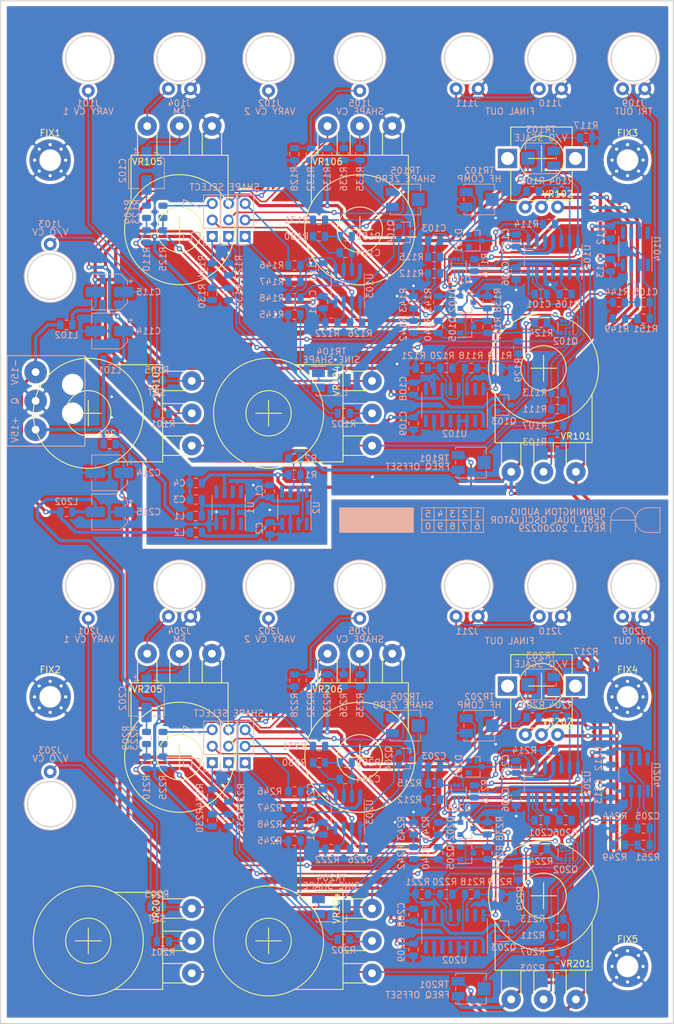
<source format=kicad_pcb>
(kicad_pcb (version 20171130) (host pcbnew "(5.1.7-0-10_14)")
  (title_block (title "258D Dual Oscillator") (rev 1.1) (company "Dunnington Audio"))
  (layers (0 F.Cu signal) (31 B.Cu signal) (34 B.Paste user) (35 F.Paste user) (36 B.SilkS user) (37 F.SilkS user) (38 B.Mask user) (39 F.Mask user) (44 Edge.Cuts user))
  (net 0 "")
  (net 1 +15V)
  (net 2 GND)
  (net 3 -15V)
  (net 4 +10V)
  (net 5 "Net-(C101-Pad1)")
  (net 6 "Net-(C101-Pad2)")
  (net 7 "Net-(C102-Pad1)")
  (net 8 "Net-(C102-Pad2)")
  (net 9 "Net-(C103-Pad2)")
  (net 10 "Net-(C103-Pad1)")
  (net 11 "Net-(C104-Pad2)")
  (net 12 "Net-(C104-Pad1)")
  (net 13 "Net-(C105-Pad2)")
  (net 14 "Net-(C105-Pad1)")
  (net 15 "Net-(C201-Pad2)")
  (net 16 "Net-(C201-Pad1)")
  (net 17 "Net-(C202-Pad2)")
  (net 18 "Net-(C202-Pad1)")
  (net 19 "Net-(C203-Pad1)")
  (net 20 "Net-(C203-Pad2)")
  (net 21 "Net-(C204-Pad2)")
  (net 22 "Net-(C204-Pad1)")
  (net 23 "Net-(C205-Pad1)")
  (net 24 "Net-(C205-Pad2)")
  (net 25 "Net-(D101-Pad1)")
  (net 26 "Net-(D101-Pad2)")
  (net 27 "Net-(D102-Pad3)")
  (net 28 "Net-(D201-Pad2)")
  (net 29 "Net-(D201-Pad1)")
  (net 30 "Net-(D202-Pad3)")
  (net 31 "Net-(J1-Pad1)")
  (net 32 "Net-(J3-Pad1)")
  (net 33 "Net-(J101-Pad1)")
  (net 34 "Net-(J102-Pad1)")
  (net 35 "Net-(J103-Pad1)")
  (net 36 "Net-(J105-Pad1)")
  (net 37 "Net-(J106-Pad3)")
  (net 38 "Net-(J106-Pad2)")
  (net 39 "Net-(J106-Pad1)")
  (net 40 "Net-(J107-Pad1)")
  (net 41 "Net-(J107-Pad2)")
  (net 42 "Net-(J107-Pad3)")
  (net 43 "Net-(J108-Pad3)")
  (net 44 "Net-(J108-Pad2)")
  (net 45 "Net-(J108-Pad1)")
  (net 46 "Net-(J201-Pad1)")
  (net 47 "Net-(J202-Pad1)")
  (net 48 "Net-(J203-Pad1)")
  (net 49 "Net-(J205-Pad1)")
  (net 50 "Net-(J206-Pad3)")
  (net 51 "Net-(J206-Pad2)")
  (net 52 "Net-(J206-Pad1)")
  (net 53 "Net-(J207-Pad1)")
  (net 54 "Net-(J207-Pad2)")
  (net 55 "Net-(J207-Pad3)")
  (net 56 "Net-(J208-Pad1)")
  (net 57 "Net-(J208-Pad2)")
  (net 58 "Net-(J208-Pad3)")
  (net 59 "Net-(Q101-Pad4)")
  (net 60 "Net-(Q101-Pad2)")
  (net 61 "Net-(Q101-Pad3)")
  (net 62 "Net-(Q102-Pad1)")
  (net 63 "Net-(Q102-Pad4)")
  (net 64 "Net-(Q102-Pad6)")
  (net 65 "Net-(Q103-Pad3)")
  (net 66 "Net-(Q104-Pad1)")
  (net 67 "Net-(Q104-Pad2)")
  (net 68 "Net-(Q104-Pad3)")
  (net 69 "Net-(Q105-Pad1)")
  (net 70 "Net-(Q201-Pad4)")
  (net 71 "Net-(Q201-Pad2)")
  (net 72 "Net-(Q201-Pad3)")
  (net 73 "Net-(Q202-Pad1)")
  (net 74 "Net-(Q202-Pad4)")
  (net 75 "Net-(Q202-Pad6)")
  (net 76 "Net-(Q203-Pad3)")
  (net 77 "Net-(Q204-Pad3)")
  (net 78 "Net-(Q204-Pad2)")
  (net 79 "Net-(Q204-Pad1)")
  (net 80 "Net-(Q205-Pad1)")
  (net 81 "Net-(R1-Pad1)")
  (net 82 -10V)
  (net 83 "Net-(R101-Pad2)")
  (net 84 "Net-(R102-Pad2)")
  (net 85 "Net-(R103-Pad2)")
  (net 86 "Net-(R103-Pad1)")
  (net 87 "Net-(R104-Pad1)")
  (net 88 "Net-(R106-Pad2)")
  (net 89 "Net-(R107-Pad2)")
  (net 90 "Net-(R108-Pad2)")
  (net 91 "Net-(R111-Pad1)")
  (net 92 "Net-(R111-Pad2)")
  (net 93 "Net-(R112-Pad1)")
  (net 94 "Net-(R114-Pad1)")
  (net 95 "Net-(R116-Pad2)")
  (net 96 "Net-(R117-Pad1)")
  (net 97 "Net-(R118-Pad2)")
  (net 98 "Net-(R120-Pad2)")
  (net 99 "Net-(R122-Pad2)")
  (net 100 "Net-(R132-Pad2)")
  (net 101 "Net-(R135-Pad2)")
  (net 102 "Net-(R142-Pad2)")
  (net 103 "Net-(R146-Pad2)")
  (net 104 "Net-(R201-Pad2)")
  (net 105 "Net-(R202-Pad2)")
  (net 106 "Net-(R203-Pad1)")
  (net 107 "Net-(R203-Pad2)")
  (net 108 "Net-(R204-Pad1)")
  (net 109 "Net-(R206-Pad2)")
  (net 110 "Net-(R207-Pad2)")
  (net 111 "Net-(R208-Pad2)")
  (net 112 "Net-(R211-Pad1)")
  (net 113 "Net-(R211-Pad2)")
  (net 114 "Net-(R212-Pad1)")
  (net 115 "Net-(R214-Pad1)")
  (net 116 "Net-(R216-Pad2)")
  (net 117 "Net-(R217-Pad1)")
  (net 118 "Net-(R218-Pad2)")
  (net 119 "Net-(R220-Pad2)")
  (net 120 "Net-(R222-Pad2)")
  (net 121 "Net-(R232-Pad2)")
  (net 122 "Net-(R235-Pad2)")
  (net 123 "Net-(R242-Pad2)")
  (net 124 "Net-(R246-Pad2)")
  (net 125 "Net-(U1-Pad1)")
  (net 126 "Net-(U1-Pad3)")
  (net 127 "Net-(U1-Pad5)")
  (net 128 "Net-(U1-Pad7)")
  (net 129 "Net-(U1-Pad8)")
  (net 130 "Net-(U2-Pad8)")
  (net 131 "Net-(U2-Pad5)")
  (net 132 "Net-(U2-Pad1)")
  (net 133 "Net-(U102-Pad2)")
  (net 134 "Net-(U102-Pad5)")
  (net 135 "Net-(U102-Pad8)")
  (net 136 "Net-(U102-Pad9)")
  (net 137 "Net-(U102-Pad15)")
  (net 138 "Net-(U104-Pad1)")
  (net 139 "Net-(U104-Pad5)")
  (net 140 "Net-(U104-Pad8)")
  (net 141 "Net-(U202-Pad15)")
  (net 142 "Net-(U202-Pad9)")
  (net 143 "Net-(U202-Pad8)")
  (net 144 "Net-(U202-Pad5)")
  (net 145 "Net-(U202-Pad2)")
  (net 146 "Net-(U204-Pad1)")
  (net 147 "Net-(U204-Pad5)")
  (net 148 "Net-(U204-Pad8)")
  (net 149 "Net-(J104-Pad2)")
  (net 150 "Net-(J109-Pad2)")
  (net 151 "Net-(J110-Pad2)")
  (net 152 "Net-(J204-Pad2)")
  (net 153 "Net-(J209-Pad2)")
  (net 154 "Net-(J210-Pad2)")
  (net 155 /Saw/+15V)
  (net 156 /Saw/-15V)
  (net 157 /Square/+15V)
  (net 158 /Square/-15V)
  (module Dunnington:Mod_Indicator_1-10_150mil (layer B.Cu) (at 134.62 104.14 180)
    (fp_text reference M2 hide)
    (fp_text value Mod_Indicator_1-10_150mil)
    (fp_text user 0 (at 8.5725 0.9525) (layer B.SilkS) (effects (justify mirror)))
    (fp_text user 9 (at 6.6675 0.9525) (layer B.SilkS) (effects (justify mirror)))
    (fp_text user 8 (at 4.7625 0.9525) (layer B.SilkS) (effects (justify mirror)))
    (fp_text user 7 (at 2.8575 0.9525) (layer B.SilkS) (effects (justify mirror)))
    (fp_text user 6 (at 0.9525 0.9525) (layer B.SilkS) (effects (justify mirror)))
    (fp_text user 5 (at 8.5725 2.8575) (layer B.SilkS) (effects (justify mirror)))
    (fp_text user 4 (at 6.6675 2.8575) (layer B.SilkS) (effects (justify mirror)))
    (fp_text user 3 (at 4.7625 2.8575) (layer B.SilkS) (effects (justify mirror)))
    (fp_text user 2 (at 2.8575 2.8575) (layer B.SilkS) (effects (justify mirror)))
    (fp_text user 1 (at 0.9525 2.8575) (layer B.SilkS) (effects (justify mirror)))
  )
  (module Dunnington:Logo_150mil (layer B.Cu) (at 161.925 104.14 180)
    (fp_text reference M1 hide)
    (fp_text value Logo_150mil hide)
    (fp_text user "REV1.1 20200229" (at 8.255 0.635) (layer B.SilkS) (effects (justify left mirror)))
    (fp_text user "258D DUAL OSCILLATOR" (at 8.255 1.905) (layer B.SilkS) (effects (justify left mirror)))
    (fp_text user "DUNNINGTON AUDIO" (at 8.255 3.175) (layer B.SilkS) (effects (justify left mirror)))
  )
  (module Package_SO:SOIC-14_3.9x8.7mm_P1.27mm (layer B.Cu) (at 145.415 61.595 90)
    (fp_text reference U101 (at 0 5.28 90) (layer B.SilkS) (effects (justify mirror)))
    (fp_text value TL074)
    (pad 14 smd roundrect (at 2.475 3.81 90) (size 1.95 0.6) (layers B.Cu B.Paste B.Mask) (net 95 "Net-(R116-Pad2)"))
    (pad 13 smd roundrect (at 2.475 2.54 90) (size 1.95 0.6) (layers B.Cu B.Paste B.Mask) (net 85 "Net-(R103-Pad2)"))
    (pad 12 smd roundrect (at 2.475 1.27 90) (size 1.95 0.6) (layers B.Cu B.Paste B.Mask) (net 94 "Net-(R114-Pad1)"))
    (pad 11 smd roundrect (at 2.475 0 90) (size 1.95 0.6) (layers B.Cu B.Paste B.Mask) (net 156 /Saw/-15V))
    (pad 10 smd roundrect (at 2.475 -1.27 90) (size 1.95 0.6) (layers B.Cu B.Paste B.Mask) (net 93 "Net-(R112-Pad1)"))
    (pad 9 smd roundrect (at 2.475 -2.54 90) (size 1.95 0.6) (layers B.Cu B.Paste B.Mask) (net 10 "Net-(C103-Pad1)"))
    (pad 8 smd roundrect (at 2.475 -3.81 90) (size 1.95 0.6) (layers B.Cu B.Paste B.Mask) (net 9 "Net-(C103-Pad2)"))
    (pad 7 smd roundrect (at -2.475 -3.81 90) (size 1.95 0.6) (layers B.Cu B.Paste B.Mask) (net 6 "Net-(C101-Pad2)"))
    (pad 6 smd roundrect (at -2.475 -2.54 90) (size 1.95 0.6) (layers B.Cu B.Paste B.Mask) (net 5 "Net-(C101-Pad1)"))
    (pad 5 smd roundrect (at -2.475 -1.27 90) (size 1.95 0.6) (layers B.Cu B.Paste B.Mask) (net 2 GND))
    (pad 4 smd roundrect (at -2.475 0 90) (size 1.95 0.6) (layers B.Cu B.Paste B.Mask) (net 155 /Saw/+15V))
    (pad 3 smd roundrect (at -2.475 1.27 90) (size 1.95 0.6) (layers B.Cu B.Paste B.Mask) (net 88 "Net-(R106-Pad2)"))
    (pad 2 smd roundrect (at -2.475 2.54 90) (size 1.95 0.6) (layers B.Cu B.Paste B.Mask) (net 91 "Net-(R111-Pad1)"))
    (pad 1 smd roundrect (at -2.475 3.81 90) (size 1.95 0.6) (layers B.Cu B.Paste B.Mask) (net 92 "Net-(R111-Pad2)"))
  )
  (module Package_SO:SOIC-14_3.9x8.7mm_P1.27mm (layer B.Cu) (at 145.415 142.875 90)
    (fp_text reference U201 (at 0 5.28 90) (layer B.SilkS) (effects (justify mirror)))
    (fp_text value TL074)
    (pad 14 smd roundrect (at 2.475 3.81 90) (size 1.95 0.6) (layers B.Cu B.Paste B.Mask) (net 116 "Net-(R216-Pad2)"))
    (pad 13 smd roundrect (at 2.475 2.54 90) (size 1.95 0.6) (layers B.Cu B.Paste B.Mask) (net 107 "Net-(R203-Pad2)"))
    (pad 12 smd roundrect (at 2.475 1.27 90) (size 1.95 0.6) (layers B.Cu B.Paste B.Mask) (net 115 "Net-(R214-Pad1)"))
    (pad 11 smd roundrect (at 2.475 0 90) (size 1.95 0.6) (layers B.Cu B.Paste B.Mask) (net 158 /Square/-15V))
    (pad 10 smd roundrect (at 2.475 -1.27 90) (size 1.95 0.6) (layers B.Cu B.Paste B.Mask) (net 114 "Net-(R212-Pad1)"))
    (pad 9 smd roundrect (at 2.475 -2.54 90) (size 1.95 0.6) (layers B.Cu B.Paste B.Mask) (net 19 "Net-(C203-Pad1)"))
    (pad 8 smd roundrect (at 2.475 -3.81 90) (size 1.95 0.6) (layers B.Cu B.Paste B.Mask) (net 20 "Net-(C203-Pad2)"))
    (pad 7 smd roundrect (at -2.475 -3.81 90) (size 1.95 0.6) (layers B.Cu B.Paste B.Mask) (net 15 "Net-(C201-Pad2)"))
    (pad 6 smd roundrect (at -2.475 -2.54 90) (size 1.95 0.6) (layers B.Cu B.Paste B.Mask) (net 16 "Net-(C201-Pad1)"))
    (pad 5 smd roundrect (at -2.475 -1.27 90) (size 1.95 0.6) (layers B.Cu B.Paste B.Mask) (net 2 GND))
    (pad 4 smd roundrect (at -2.475 0 90) (size 1.95 0.6) (layers B.Cu B.Paste B.Mask) (net 157 /Square/+15V))
    (pad 3 smd roundrect (at -2.475 1.27 90) (size 1.95 0.6) (layers B.Cu B.Paste B.Mask) (net 109 "Net-(R206-Pad2)"))
    (pad 2 smd roundrect (at -2.475 2.54 90) (size 1.95 0.6) (layers B.Cu B.Paste B.Mask) (net 112 "Net-(R211-Pad1)"))
    (pad 1 smd roundrect (at -2.475 3.81 90) (size 1.95 0.6) (layers B.Cu B.Paste B.Mask) (net 113 "Net-(R211-Pad2)"))
  )
  (module Dunnington:Serial_Box_150mil (layer B.Cu) (at 123.825 104.14 180)
    (fp_text reference M3 hide)
    (fp_text value Serial_Box_150mil)
  )
  (module Resistor_SMD:R_0805_2012Metric (layer B.Cu) (at 85.09 167.3225)
    (fp_text reference R201 (at 0 1.65) (layer B.SilkS) (effects (justify mirror)))
    (fp_text value 180k)
    (pad 2 smd roundrect (at 0.9375 0) (size 0.975 1.4) (layers B.Cu B.Paste B.Mask) (net 104 "Net-(R201-Pad2)"))
    (pad 1 smd roundrect (at -0.9375 0) (size 0.975 1.4) (layers B.Cu B.Paste B.Mask) (net 46 "Net-(J201-Pad1)"))
  )
  (module "Alpha_Potentiometers:RV16AF-41-(L)R1-XXX" (layer F.Cu) (at 115.527249 138.865048 180)
    (fp_text reference VR206 (at 5 10.5) (layer F.SilkS))
    (fp_text value 100kB)
    (pad 3 thru_hole circle (at 5 16 180) (size 3 3) (drill 1.2) (layers *.Cu *.Mask) (net 157 /Square/+15V))
    (pad 2 thru_hole circle (at 0 16 180) (size 3 3) (drill 1.2) (layers *.Cu *.Mask) (net 122 "Net-(R235-Pad2)"))
    (pad 1 thru_hole circle (at -5 16 180) (size 3 3) (drill 1.2) (layers *.Cu *.Mask) (net 2 GND))
  )
  (module "Alpha_Potentiometers:RV16AF-41-(L)R1-XXX" (layer F.Cu) (at 87.657981 138.865048 180)
    (fp_text reference VR205 (at 5 10.5) (layer F.SilkS))
    (fp_text value 100kA)
    (pad 3 thru_hole circle (at 5 16 180) (size 3 3) (drill 1.2) (layers *.Cu *.Mask) (net 152 "Net-(J204-Pad2)"))
    (pad 2 thru_hole circle (at 0 16 180) (size 3 3) (drill 1.2) (layers *.Cu *.Mask) (net 18 "Net-(C202-Pad1)"))
    (pad 1 thru_hole circle (at -5 16 180) (size 3 3) (drill 1.2) (layers *.Cu *.Mask) (net 2 GND))
  )
  (module "Alpha_Potentiometers:RV16AF-41-(L)R1-XXX" (layer F.Cu) (at 101.416667 167.227464 90)
    (fp_text reference VR204 (at 5 10.5 90) (layer F.SilkS))
    (fp_text value 100kB)
    (pad 3 thru_hole circle (at 5 16 90) (size 3 3) (drill 1.2) (layers *.Cu *.Mask) (net 107 "Net-(R203-Pad2)"))
    (pad 2 thru_hole circle (at 0 16 90) (size 3 3) (drill 1.2) (layers *.Cu *.Mask) (net 105 "Net-(R202-Pad2)"))
    (pad 1 thru_hole circle (at -5 16 90) (size 3 3) (drill 1.2) (layers *.Cu *.Mask) (net 112 "Net-(R211-Pad1)"))
  )
  (module "Alpha_Potentiometers:RV16AF-41-(L)R1-XXX" (layer F.Cu) (at 73.547223 167.227464 90)
    (fp_text reference VR203 (at 5 10.5 90) (layer F.SilkS))
    (fp_text value 100kB)
    (pad 3 thru_hole circle (at 5 16 90) (size 3 3) (drill 1.2) (layers *.Cu *.Mask) (net 107 "Net-(R203-Pad2)"))
    (pad 2 thru_hole circle (at 0 16 90) (size 3 3) (drill 1.2) (layers *.Cu *.Mask) (net 104 "Net-(R201-Pad2)"))
    (pad 1 thru_hole circle (at -5 16 90) (size 3 3) (drill 1.2) (layers *.Cu *.Mask) (net 112 "Net-(R211-Pad1)"))
  )
  (module Alpha_Potentiometers:RD901F-40-00D (layer F.Cu) (at 143.606807 127.869671)
    (fp_text reference VR202 (at 2.5 5.5) (layer F.SilkS))
    (fp_text value 100kB)
    (pad 0 thru_hole rect (at 5.25 0) (size 3 3) (drill 2) (layers *.Cu *.Mask))
    (pad 0 thru_hole rect (at -5.25 0) (size 3 3) (drill 2) (layers *.Cu *.Mask))
    (pad 3 thru_hole circle (at 2.5 7.5) (size 2 2) (drill 1) (layers *.Cu *.Mask) (net 4 +10V))
    (pad 2 thru_hole circle (at 0 7.5) (size 2 2) (drill 1) (layers *.Cu *.Mask) (net 108 "Net-(R204-Pad1)"))
    (pad 1 thru_hole circle (at -2.5 7.5) (size 2 2) (drill 1) (layers *.Cu *.Mask) (net 82 -10V))
  )
  (module "Alpha_Potentiometers:RV16AF-41-(L)R1-XXX" (layer F.Cu) (at 143.926212 160.266664)
    (fp_text reference VR201 (at 5 10.5) (layer F.SilkS))
    (fp_text value 100kB)
    (pad 3 thru_hole circle (at 5 16) (size 3 3) (drill 1.2) (layers *.Cu *.Mask) (net 4 +10V))
    (pad 2 thru_hole circle (at 0 16) (size 3 3) (drill 1.2) (layers *.Cu *.Mask) (net 106 "Net-(R203-Pad1)"))
    (pad 1 thru_hole circle (at -5 16) (size 3 3) (drill 1.2) (layers *.Cu *.Mask) (net 82 -10V))
  )
  (module Package_SO:SOIC-8_3.9x4.9mm_P1.27mm (layer B.Cu) (at 158.115 141.605 90)
    (fp_text reference U204 (at 0 3.4 270) (layer B.SilkS) (effects (justify mirror)))
    (fp_text value TL071)
    (pad 8 smd roundrect (at 2.475 1.905 90) (size 1.95 0.6) (layers B.Cu B.Paste B.Mask) (net 148 "Net-(U204-Pad8)"))
    (pad 7 smd roundrect (at 2.475 0.635 90) (size 1.95 0.6) (layers B.Cu B.Paste B.Mask) (net 157 /Square/+15V))
    (pad 6 smd roundrect (at 2.475 -0.635 90) (size 1.95 0.6) (layers B.Cu B.Paste B.Mask) (net 24 "Net-(C205-Pad2)"))
    (pad 5 smd roundrect (at 2.475 -1.905 90) (size 1.95 0.6) (layers B.Cu B.Paste B.Mask) (net 147 "Net-(U204-Pad5)"))
    (pad 4 smd roundrect (at -2.475 -1.905 90) (size 1.95 0.6) (layers B.Cu B.Paste B.Mask) (net 158 /Square/-15V))
    (pad 3 smd roundrect (at -2.475 -0.635 90) (size 1.95 0.6) (layers B.Cu B.Paste B.Mask) (net 15 "Net-(C201-Pad2)"))
    (pad 2 smd roundrect (at -2.475 0.635 90) (size 1.95 0.6) (layers B.Cu B.Paste B.Mask) (net 23 "Net-(C205-Pad1)"))
    (pad 1 smd roundrect (at -2.475 1.905 90) (size 1.95 0.6) (layers B.Cu B.Paste B.Mask) (net 146 "Net-(U204-Pad1)"))
  )
  (module Package_SO:SOIC-8_3.9x4.9mm_P1.27mm (layer B.Cu) (at 113.665 147.32 90)
    (fp_text reference U203 (at 0 3.4 90) (layer B.SilkS) (effects (justify mirror)))
    (fp_text value TL072)
    (pad 8 smd roundrect (at 2.475 1.905 90) (size 1.95 0.6) (layers B.Cu B.Paste B.Mask) (net 157 /Square/+15V))
    (pad 7 smd roundrect (at 2.475 0.635 90) (size 1.95 0.6) (layers B.Cu B.Paste B.Mask) (net 21 "Net-(C204-Pad2)"))
    (pad 6 smd roundrect (at 2.475 -0.635 90) (size 1.95 0.6) (layers B.Cu B.Paste B.Mask) (net 22 "Net-(C204-Pad1)"))
    (pad 5 smd roundrect (at 2.475 -1.905 90) (size 1.95 0.6) (layers B.Cu B.Paste B.Mask) (net 124 "Net-(R246-Pad2)"))
    (pad 4 smd roundrect (at -2.475 -1.905 90) (size 1.95 0.6) (layers B.Cu B.Paste B.Mask) (net 158 /Square/-15V))
    (pad 3 smd roundrect (at -2.475 -0.635 90) (size 1.95 0.6) (layers B.Cu B.Paste B.Mask) (net 120 "Net-(R222-Pad2)"))
    (pad 2 smd roundrect (at -2.475 0.635 90) (size 1.95 0.6) (layers B.Cu B.Paste B.Mask) (net 51 "Net-(J206-Pad2)"))
    (pad 1 smd roundrect (at -2.475 1.905 90) (size 1.95 0.6) (layers B.Cu B.Paste B.Mask) (net 79 "Net-(Q204-Pad1)"))
  )
  (module Package_SO:SOIC-16_3.9x9.9mm_P1.27mm (layer B.Cu) (at 130.175 165.735 90)
    (fp_text reference U202 (at -4.445 0) (layer B.SilkS) (effects (justify mirror)))
    (fp_text value LM13700)
    (pad 16 smd roundrect (at 2.475 4.445 90) (size 1.95 0.6) (layers B.Cu B.Paste B.Mask) (net 72 "Net-(Q201-Pad3)"))
    (pad 15 smd roundrect (at 2.475 3.175 90) (size 1.95 0.6) (layers B.Cu B.Paste B.Mask) (net 141 "Net-(U202-Pad15)"))
    (pad 14 smd roundrect (at 2.475 1.905 90) (size 1.95 0.6) (layers B.Cu B.Paste B.Mask) (net 118 "Net-(R218-Pad2)"))
    (pad 13 smd roundrect (at 2.475 0.635 90) (size 1.95 0.6) (layers B.Cu B.Paste B.Mask) (net 119 "Net-(R220-Pad2)"))
    (pad 12 smd roundrect (at 2.475 -0.635 90) (size 1.95 0.6) (layers B.Cu B.Paste B.Mask) (net 16 "Net-(C201-Pad1)"))
    (pad 11 smd roundrect (at 2.475 -1.905 90) (size 1.95 0.6) (layers B.Cu B.Paste B.Mask) (net 157 /Square/+15V))
    (pad 10 smd roundrect (at 2.475 -3.175 90) (size 1.95 0.6) (layers B.Cu B.Paste B.Mask) (net 2 GND))
    (pad 9 smd roundrect (at 2.475 -4.445 90) (size 1.95 0.6) (layers B.Cu B.Paste B.Mask) (net 142 "Net-(U202-Pad9)"))
    (pad 8 smd roundrect (at -2.475 -4.445 90) (size 1.95 0.6) (layers B.Cu B.Paste B.Mask) (net 143 "Net-(U202-Pad8)"))
    (pad 7 smd roundrect (at -2.475 -3.175 90) (size 1.95 0.6) (layers B.Cu B.Paste B.Mask) (net 2 GND))
    (pad 6 smd roundrect (at -2.475 -1.905 90) (size 1.95 0.6) (layers B.Cu B.Paste B.Mask) (net 158 /Square/-15V))
    (pad 5 smd roundrect (at -2.475 -0.635 90) (size 1.95 0.6) (layers B.Cu B.Paste B.Mask) (net 144 "Net-(U202-Pad5)"))
    (pad 4 smd roundrect (at -2.475 0.635 90) (size 1.95 0.6) (layers B.Cu B.Paste B.Mask) (net 2 GND))
    (pad 3 smd roundrect (at -2.475 1.905 90) (size 1.95 0.6) (layers B.Cu B.Paste B.Mask) (net 2 GND))
    (pad 2 smd roundrect (at -2.475 3.175 90) (size 1.95 0.6) (layers B.Cu B.Paste B.Mask) (net 145 "Net-(U202-Pad2)"))
    (pad 1 smd roundrect (at -2.475 4.445 90) (size 1.95 0.6) (layers B.Cu B.Paste B.Mask) (net 158 /Square/-15V))
  )
  (module Potentiometer_SMD:Potentiometer_Bourns_3314J_Vertical (layer B.Cu) (at 122.555 133.985 270)
    (fp_text reference TR205 (at -4.445 0 180) (layer B.SilkS) (effects (justify mirror)))
    (fp_text value 1M)
    (pad 3 smd rect (at -1.15 2 270) (size 1.3 2) (layers B.Cu B.Paste B.Mask) (net 54 "Net-(J207-Pad2)"))
    (pad 2 smd rect (at 0 -2 270) (size 2 2) (layers B.Cu B.Paste B.Mask) (net 77 "Net-(Q204-Pad3)"))
    (pad 1 smd rect (at 1.15 2 270) (size 1.3 2) (layers B.Cu B.Paste B.Mask) (net 121 "Net-(R232-Pad2)"))
  )
  (module Potentiometer_SMD:Potentiometer_Bourns_3314J_Vertical (layer B.Cu) (at 111.125 161.925 270)
    (fp_text reference TR204 (at -4.445 0 180) (layer B.SilkS) (effects (justify mirror)))
    (fp_text value 20k)
    (pad 3 smd rect (at -1.15 2 270) (size 1.3 2) (layers B.Cu B.Paste B.Mask) (net 123 "Net-(R242-Pad2)"))
    (pad 2 smd rect (at 0 -2 270) (size 2 2) (layers B.Cu B.Paste B.Mask) (net 123 "Net-(R242-Pad2)"))
    (pad 1 smd rect (at 1.15 2 270) (size 1.3 2) (layers B.Cu B.Paste B.Mask) (net 22 "Net-(C204-Pad1)"))
  )
  (module Potentiometer_SMD:Potentiometer_Bourns_3314J_Vertical (layer B.Cu) (at 143.51 127.635 90)
    (fp_text reference TR203 (at 4.445 0 180) (layer B.SilkS) (effects (justify mirror)))
    (fp_text value 100R)
    (pad 3 smd rect (at -1.15 2 90) (size 1.3 2) (layers B.Cu B.Paste B.Mask) (net 116 "Net-(R216-Pad2)"))
    (pad 2 smd rect (at 0 -2 90) (size 2 2) (layers B.Cu B.Paste B.Mask) (net 71 "Net-(Q201-Pad2)"))
    (pad 1 smd rect (at 1.15 2 90) (size 1.3 2) (layers B.Cu B.Paste B.Mask) (net 117 "Net-(R217-Pad1)"))
  )
  (module Potentiometer_SMD:Potentiometer_Bourns_3314J_Vertical (layer B.Cu) (at 133.985 133.985 270)
    (fp_text reference TR202 (at -4.445 0) (layer B.SilkS) (effects (justify mirror)))
    (fp_text value 100k)
    (pad 3 smd rect (at -1.15 2 270) (size 1.3 2) (layers B.Cu B.Paste B.Mask) (net 28 "Net-(D201-Pad2)"))
    (pad 2 smd rect (at 0 -2 270) (size 2 2) (layers B.Cu B.Paste B.Mask) (net 111 "Net-(R208-Pad2)"))
    (pad 1 smd rect (at 1.15 2 270) (size 1.3 2) (layers B.Cu B.Paste B.Mask) (net 2 GND))
  )
  (module Potentiometer_SMD:Potentiometer_Bourns_3314J_Vertical (layer B.Cu) (at 132.715 174.625 270)
    (fp_text reference TR201 (at -0.635 5.715 180) (layer B.SilkS) (effects (justify mirror)))
    (fp_text value 100k)
    (pad 3 smd rect (at -1.15 2 270) (size 1.3 2) (layers B.Cu B.Paste B.Mask) (net 4 +10V))
    (pad 2 smd rect (at 0 -2 270) (size 2 2) (layers B.Cu B.Paste B.Mask) (net 110 "Net-(R207-Pad2)"))
    (pad 1 smd rect (at 1.15 2 270) (size 1.3 2) (layers B.Cu B.Paste B.Mask) (net 82 -10V))
  )
  (module Resistor_SMD:R_0805_2012Metric (layer B.Cu) (at 113.3325 139.7 180)
    (fp_text reference R252 (at -3.5075 0) (layer B.SilkS) (effects (justify mirror)))
    (fp_text value 680R)
    (pad 2 smd roundrect (at 0.9375 0 180) (size 0.975 1.4) (layers B.Cu B.Paste B.Mask) (net 154 "Net-(J210-Pad2)"))
    (pad 1 smd roundrect (at -0.9375 0 180) (size 0.975 1.4) (layers B.Cu B.Paste B.Mask) (net 21 "Net-(C204-Pad2)"))
  )
  (module Resistor_SMD:R_0805_2012Metric (layer B.Cu) (at 159.385 152.4 180)
    (fp_text reference R251 (at -0.635 -1.905) (layer B.SilkS) (effects (justify mirror)))
    (fp_text value 680R)
    (pad 2 smd roundrect (at 0.9375 0 180) (size 0.975 1.4) (layers B.Cu B.Paste B.Mask) (net 153 "Net-(J209-Pad2)"))
    (pad 1 smd roundrect (at -0.9375 0 180) (size 0.975 1.4) (layers B.Cu B.Paste B.Mask) (net 24 "Net-(C205-Pad2)"))
  )
  (module Resistor_SMD:R_0805_2012Metric (layer B.Cu) (at 109.22 139.7)
    (fp_text reference R250 (at -3.81 0) (layer B.SilkS) (effects (justify mirror)))
    (fp_text value 9k1)
    (pad 2 smd roundrect (at 0.9375 0) (size 0.975 1.4) (layers B.Cu B.Paste B.Mask) (net 154 "Net-(J210-Pad2)"))
    (pad 1 smd roundrect (at -0.9375 0) (size 0.975 1.4) (layers B.Cu B.Paste B.Mask) (net 22 "Net-(C204-Pad1)"))
  )
  (module Resistor_SMD:R_0805_2012Metric (layer B.Cu) (at 155.575 152.4)
    (fp_text reference R249 (at -0.635 1.905) (layer B.SilkS) (effects (justify mirror)))
    (fp_text value 3k3)
    (pad 2 smd roundrect (at 0.9375 0) (size 0.975 1.4) (layers B.Cu B.Paste B.Mask) (net 153 "Net-(J209-Pad2)"))
    (pad 1 smd roundrect (at -0.9375 0) (size 0.975 1.4) (layers B.Cu B.Paste B.Mask) (net 23 "Net-(C205-Pad1)"))
  )
  (module Resistor_SMD:R_0805_2012Metric (layer B.Cu) (at 105.41 149.225 180)
    (fp_text reference R248 (at 3.81 0) (layer B.SilkS) (effects (justify mirror)))
    (fp_text value 680R)
    (pad 2 smd roundrect (at 0.9375 0 180) (size 0.975 1.4) (layers B.Cu B.Paste B.Mask) (net 124 "Net-(R246-Pad2)"))
    (pad 1 smd roundrect (at -0.9375 0 180) (size 0.975 1.4) (layers B.Cu B.Paste B.Mask) (net 78 "Net-(Q204-Pad2)"))
  )
  (module Resistor_SMD:R_0805_2012Metric (layer B.Cu) (at 105.41 146.685)
    (fp_text reference R247 (at -3.81 0) (layer B.SilkS) (effects (justify mirror)))
    (fp_text value 2k2)
    (pad 2 smd roundrect (at 0.9375 0) (size 0.975 1.4) (layers B.Cu B.Paste B.Mask) (net 124 "Net-(R246-Pad2)"))
    (pad 1 smd roundrect (at -0.9375 0) (size 0.975 1.4) (layers B.Cu B.Paste B.Mask) (net 56 "Net-(J208-Pad1)"))
  )
  (module Resistor_SMD:R_0805_2012Metric (layer B.Cu) (at 105.41 144.145)
    (fp_text reference R246 (at -3.81 0) (layer B.SilkS) (effects (justify mirror)))
    (fp_text value 470R)
    (pad 2 smd roundrect (at 0.9375 0) (size 0.975 1.4) (layers B.Cu B.Paste B.Mask) (net 124 "Net-(R246-Pad2)"))
    (pad 1 smd roundrect (at -0.9375 0) (size 0.975 1.4) (layers B.Cu B.Paste B.Mask) (net 58 "Net-(J208-Pad3)"))
  )
  (module Resistor_SMD:R_0805_2012Metric (layer B.Cu) (at 105.41 151.765)
    (fp_text reference R245 (at -3.81 0) (layer B.SilkS) (effects (justify mirror)))
    (fp_text value 1k8)
    (pad 2 smd roundrect (at 0.9375 0) (size 0.975 1.4) (layers B.Cu B.Paste B.Mask) (net 22 "Net-(C204-Pad1)"))
    (pad 1 smd roundrect (at -0.9375 0) (size 0.975 1.4) (layers B.Cu B.Paste B.Mask) (net 2 GND))
  )
  (module Resistor_SMD:R_0805_2012Metric (layer B.Cu) (at 155.575 149.86)
    (fp_text reference R244 (at -0.635 -1.905) (layer B.SilkS) (effects (justify mirror)))
    (fp_text value 33k)
    (pad 2 smd roundrect (at 0.9375 0) (size 0.975 1.4) (layers B.Cu B.Paste B.Mask) (net 23 "Net-(C205-Pad1)"))
    (pad 1 smd roundrect (at -0.9375 0) (size 0.975 1.4) (layers B.Cu B.Paste B.Mask) (net 2 GND))
  )
  (module Resistor_SMD:R_0805_2012Metric (layer B.Cu) (at 123.825 149.86 270)
    (fp_text reference R243 (at 0 1.905 90) (layer B.SilkS) (effects (justify mirror)))
    (fp_text value 6k8)
    (pad 2 smd roundrect (at 0.9375 0 270) (size 0.975 1.4) (layers B.Cu B.Paste B.Mask) (net 123 "Net-(R242-Pad2)"))
    (pad 1 smd roundrect (at -0.9375 0 270) (size 0.975 1.4) (layers B.Cu B.Paste B.Mask) (net 2 GND))
  )
  (module Resistor_SMD:R_0805_2012Metric (layer B.Cu) (at 123.825 153.67 90)
    (fp_text reference R242 (at -0.635 -1.905 90) (layer B.SilkS) (effects (justify mirror)))
    (fp_text value 6k8)
    (pad 2 smd roundrect (at 0.9375 0 90) (size 0.975 1.4) (layers B.Cu B.Paste B.Mask) (net 123 "Net-(R242-Pad2)"))
    (pad 1 smd roundrect (at -0.9375 0 90) (size 0.975 1.4) (layers B.Cu B.Paste B.Mask) (net 15 "Net-(C201-Pad2)"))
  )
  (module Resistor_SMD:R_0805_2012Metric (layer B.Cu) (at 127.635 149.86 90)
    (fp_text reference R241 (at 0 -1.905 90) (layer B.SilkS) (effects (justify mirror)))
    (fp_text value 680R)
    (pad 2 smd roundrect (at 0.9375 0 90) (size 0.975 1.4) (layers B.Cu B.Paste B.Mask) (net 2 GND))
    (pad 1 smd roundrect (at -0.9375 0 90) (size 0.975 1.4) (layers B.Cu B.Paste B.Mask) (net 57 "Net-(J208-Pad2)"))
  )
  (module Resistor_SMD:R_0805_2012Metric (layer B.Cu) (at 127.635 153.67 90)
    (fp_text reference R240 (at -0.635 -1.905 90) (layer B.SilkS) (effects (justify mirror)))
    (fp_text value 680R)
    (pad 2 smd roundrect (at 0.9375 0 90) (size 0.975 1.4) (layers B.Cu B.Paste B.Mask) (net 80 "Net-(Q205-Pad1)"))
    (pad 1 smd roundrect (at -0.9375 0 90) (size 0.975 1.4) (layers B.Cu B.Paste B.Mask) (net 15 "Net-(C201-Pad2)"))
  )
  (module Resistor_SMD:R_0805_2012Metric (layer B.Cu) (at 110.49 127 270)
    (fp_text reference R239 (at 3.81 0 90) (layer B.SilkS) (effects (justify mirror)))
    (fp_text value 330k)
    (pad 2 smd roundrect (at 0.9375 0 270) (size 0.975 1.4) (layers B.Cu B.Paste B.Mask) (net 158 /Square/-15V))
    (pad 1 smd roundrect (at -0.9375 0 270) (size 0.975 1.4) (layers B.Cu B.Paste B.Mask) (net 121 "Net-(R232-Pad2)"))
  )
  (module Resistor_SMD:R_0805_2012Metric (layer B.Cu) (at 135.255 149.86 90)
    (fp_text reference R238 (at 0 1.905 90) (layer B.SilkS) (effects (justify mirror)))
    (fp_text value 330k)
    (pad 2 smd roundrect (at 0.9375 0 90) (size 0.975 1.4) (layers B.Cu B.Paste B.Mask) (net 2 GND))
    (pad 1 smd roundrect (at -0.9375 0 90) (size 0.975 1.4) (layers B.Cu B.Paste B.Mask) (net 30 "Net-(D202-Pad3)"))
  )
  (module Resistor_SMD:R_0805_2012Metric (layer B.Cu) (at 135.255 153.67 90)
    (fp_text reference R237 (at -0.635 1.905 90) (layer B.SilkS) (effects (justify mirror)))
    (fp_text value 330k)
    (pad 2 smd roundrect (at 0.9375 0 90) (size 0.975 1.4) (layers B.Cu B.Paste B.Mask) (net 30 "Net-(D202-Pad3)"))
    (pad 1 smd roundrect (at -0.9375 0 90) (size 0.975 1.4) (layers B.Cu B.Paste B.Mask) (net 15 "Net-(C201-Pad2)"))
  )
  (module Resistor_SMD:R_0805_2012Metric (layer B.Cu) (at 113.03 127 90)
    (fp_text reference R236 (at -3.81 0 90) (layer B.SilkS) (effects (justify mirror)))
    (fp_text value 820k)
    (pad 2 smd roundrect (at 0.9375 0 90) (size 0.975 1.4) (layers B.Cu B.Paste B.Mask) (net 2 GND))
    (pad 1 smd roundrect (at -0.9375 0 90) (size 0.975 1.4) (layers B.Cu B.Paste B.Mask) (net 121 "Net-(R232-Pad2)"))
  )
  (module Resistor_SMD:R_0805_2012Metric (layer B.Cu) (at 115.57 127 90)
    (fp_text reference R235 (at -3.81 0 90) (layer B.SilkS) (effects (justify mirror)))
    (fp_text value 430k)
    (pad 2 smd roundrect (at 0.9375 0 90) (size 0.975 1.4) (layers B.Cu B.Paste B.Mask) (net 122 "Net-(R235-Pad2)"))
    (pad 1 smd roundrect (at -0.9375 0 90) (size 0.975 1.4) (layers B.Cu B.Paste B.Mask) (net 121 "Net-(R232-Pad2)"))
  )
  (module Resistor_SMD:R_0805_2012Metric (layer B.Cu) (at 92.71 144.78 90)
    (fp_text reference R234 (at 0 -1.905 90) (layer B.SilkS) (effects (justify mirror)))
    (fp_text value 330k)
    (pad 2 smd roundrect (at 0.9375 0 90) (size 0.975 1.4) (layers B.Cu B.Paste B.Mask) (net 52 "Net-(J206-Pad1)"))
    (pad 1 smd roundrect (at -0.9375 0 90) (size 0.975 1.4) (layers B.Cu B.Paste B.Mask) (net 73 "Net-(Q202-Pad1)"))
  )
  (module Resistor_SMD:R_0805_2012Metric (layer B.Cu) (at 95.25 148.59 270)
    (fp_text reference R233 (at 0 -1.905 90) (layer B.SilkS) (effects (justify mirror)))
    (fp_text value 2k49)
    (pad 2 smd roundrect (at 0.9375 0 270) (size 0.975 1.4) (layers B.Cu B.Paste B.Mask) (net 2 GND))
    (pad 1 smd roundrect (at -0.9375 0 270) (size 0.975 1.4) (layers B.Cu B.Paste B.Mask) (net 73 "Net-(Q202-Pad1)"))
  )
  (module Resistor_SMD:R_0805_2012Metric (layer B.Cu) (at 107.95 127 270)
    (fp_text reference R232 (at 3.81 0 90) (layer B.SilkS) (effects (justify mirror)))
    (fp_text value 390k)
    (pad 2 smd roundrect (at 0.9375 0 270) (size 0.975 1.4) (layers B.Cu B.Paste B.Mask) (net 121 "Net-(R232-Pad2)"))
    (pad 1 smd roundrect (at -0.9375 0 270) (size 0.975 1.4) (layers B.Cu B.Paste B.Mask) (net 49 "Net-(J205-Pad1)"))
  )
  (module Resistor_SMD:R_0805_2012Metric (layer B.Cu) (at 109.22 137.16 180)
    (fp_text reference R231 (at 3.81 0) (layer B.SilkS) (effects (justify mirror)))
    (fp_text value 820k)
    (pad 2 smd roundrect (at 0.9375 0 180) (size 0.975 1.4) (layers B.Cu B.Paste B.Mask) (net 55 "Net-(J207-Pad3)"))
    (pad 1 smd roundrect (at -0.9375 0 180) (size 0.975 1.4) (layers B.Cu B.Paste B.Mask) (net 79 "Net-(Q204-Pad1)"))
  )
  (module Resistor_SMD:R_0805_2012Metric (layer B.Cu) (at 92.71 148.59 270)
    (fp_text reference R230 (at 0 1.905 90) (layer B.SilkS) (effects (justify mirror)))
    (fp_text value 15k)
    (pad 2 smd roundrect (at 0.9375 0 270) (size 0.975 1.4) (layers B.Cu B.Paste B.Mask) (net 158 /Square/-15V))
    (pad 1 smd roundrect (at -0.9375 0 270) (size 0.975 1.4) (layers B.Cu B.Paste B.Mask) (net 73 "Net-(Q202-Pad1)"))
  )
  (module Resistor_SMD:R_0805_2012Metric (layer B.Cu) (at 140.0175 156.845 90)
    (fp_text reference R229 (at -3.81 0.3175 90) (layer B.SilkS) (effects (justify mirror)))
    (fp_text value 6k8)
    (pad 2 smd roundrect (at 0.9375 0 90) (size 0.975 1.4) (layers B.Cu B.Paste B.Mask) (net 73 "Net-(Q202-Pad1)"))
    (pad 1 smd roundrect (at -0.9375 0 90) (size 0.975 1.4) (layers B.Cu B.Paste B.Mask) (net 76 "Net-(Q203-Pad3)"))
  )
  (module Resistor_SMD:R_0805_2012Metric (layer B.Cu) (at 105.41 127 270)
    (fp_text reference R228 (at 3.81 0 90) (layer B.SilkS) (effects (justify mirror)))
    (fp_text value 150k)
    (pad 2 smd roundrect (at 0.9375 0 270) (size 0.975 1.4) (layers B.Cu B.Paste B.Mask) (net 2 GND))
    (pad 1 smd roundrect (at -0.9375 0 270) (size 0.975 1.4) (layers B.Cu B.Paste B.Mask) (net 49 "Net-(J205-Pad1)"))
  )
  (module Resistor_SMD:R_0805_2012Metric (layer B.Cu) (at 95.25 144.78 270)
    (fp_text reference R227 (at 0 -1.905 90) (layer B.SilkS) (effects (justify mirror)))
    (fp_text value 680k)
    (pad 2 smd roundrect (at 0.9375 0 270) (size 0.975 1.4) (layers B.Cu B.Paste B.Mask) (net 53 "Net-(J207-Pad1)"))
    (pad 1 smd roundrect (at -0.9375 0 270) (size 0.975 1.4) (layers B.Cu B.Paste B.Mask) (net 2 GND))
  )
  (module Resistor_SMD:R_0805_2012Metric (layer B.Cu) (at 114.935 153.035)
    (fp_text reference R226 (at 0.635 1.65) (layer B.SilkS) (effects (justify mirror)))
    (fp_text value 68k)
    (pad 2 smd roundrect (at 0.9375 0) (size 0.975 1.4) (layers B.Cu B.Paste B.Mask) (net 79 "Net-(Q204-Pad1)"))
    (pad 1 smd roundrect (at -0.9375 0) (size 0.975 1.4) (layers B.Cu B.Paste B.Mask) (net 51 "Net-(J206-Pad2)"))
  )
  (module Resistor_SMD:R_0805_2012Metric (layer B.Cu) (at 85.09 139.7 270)
    (fp_text reference R225 (at 3.81 0 90) (layer B.SilkS) (effects (justify mirror)))
    (fp_text value 15k)
    (pad 2 smd roundrect (at 0.9375 0 270) (size 0.975 1.4) (layers B.Cu B.Paste B.Mask) (net 158 /Square/-15V))
    (pad 1 smd roundrect (at -0.9375 0 270) (size 0.975 1.4) (layers B.Cu B.Paste B.Mask) (net 74 "Net-(Q202-Pad4)"))
  )
  (module Resistor_SMD:R_0805_2012Metric (layer B.Cu) (at 143.51 153.035 180)
    (fp_text reference R224 (at 0 -1.905) (layer B.SilkS) (effects (justify mirror)))
    (fp_text value 3k3)
    (pad 2 smd roundrect (at 0.9375 0 180) (size 0.975 1.4) (layers B.Cu B.Paste B.Mask) (net 75 "Net-(Q202-Pad6)"))
    (pad 1 smd roundrect (at -0.9375 0 180) (size 0.975 1.4) (layers B.Cu B.Paste B.Mask) (net 157 /Square/+15V))
  )
  (module Resistor_SMD:R_0805_2012Metric (layer B.Cu) (at 85.09 135.89 90)
    (fp_text reference R223 (at 0 -4.445 90) (layer B.SilkS) (effects (justify mirror)))
    (fp_text value 150k)
    (pad 2 smd roundrect (at 0.9375 0 90) (size 0.975 1.4) (layers B.Cu B.Paste B.Mask) (net 50 "Net-(J206-Pad3)"))
    (pad 1 smd roundrect (at -0.9375 0 90) (size 0.975 1.4) (layers B.Cu B.Paste B.Mask) (net 74 "Net-(Q202-Pad4)"))
  )
  (module Resistor_SMD:R_0805_2012Metric (layer B.Cu) (at 111.125 153.035)
    (fp_text reference R222 (at -0.635 1.65) (layer B.SilkS) (effects (justify mirror)))
    (fp_text value 10k)
    (pad 2 smd roundrect (at 0.9375 0) (size 0.975 1.4) (layers B.Cu B.Paste B.Mask) (net 120 "Net-(R222-Pad2)"))
    (pad 1 smd roundrect (at -0.9375 0) (size 0.975 1.4) (layers B.Cu B.Paste B.Mask) (net 2 GND))
  )
  (module Resistor_SMD:R_0805_2012Metric (layer B.Cu) (at 125.095 160.02 180)
    (fp_text reference R221 (at 0.635 1.905 180) (layer B.SilkS) (effects (justify mirror)))
    (fp_text value 15k)
    (pad 2 smd roundrect (at 0.9375 0 180) (size 0.975 1.4) (layers B.Cu B.Paste B.Mask) (net 2 GND))
    (pad 1 smd roundrect (at -0.9375 0 180) (size 0.975 1.4) (layers B.Cu B.Paste B.Mask) (net 119 "Net-(R220-Pad2)"))
  )
  (module Resistor_SMD:R_0805_2012Metric (layer B.Cu) (at 128.905 160.02 180)
    (fp_text reference R220 (at 0.254 1.905) (layer B.SilkS) (effects (justify mirror)))
    (fp_text value 68k)
    (pad 2 smd roundrect (at 0.9375 0 180) (size 0.975 1.4) (layers B.Cu B.Paste B.Mask) (net 119 "Net-(R220-Pad2)"))
    (pad 1 smd roundrect (at -0.9375 0 180) (size 0.975 1.4) (layers B.Cu B.Paste B.Mask) (net 76 "Net-(Q203-Pad3)"))
  )
  (module Resistor_SMD:R_0805_2012Metric (layer B.Cu) (at 136.525 160.02)
    (fp_text reference R219 (at 0.635 -1.905) (layer B.SilkS) (effects (justify mirror)))
    (fp_text value 4k99)
    (pad 2 smd roundrect (at 0.9375 0) (size 0.975 1.4) (layers B.Cu B.Paste B.Mask) (net 2 GND))
    (pad 1 smd roundrect (at -0.9375 0) (size 0.975 1.4) (layers B.Cu B.Paste B.Mask) (net 118 "Net-(R218-Pad2)"))
  )
  (module Resistor_SMD:R_0805_2012Metric (layer B.Cu) (at 132.715 160.02)
    (fp_text reference R218 (at 0.254 -1.905) (layer B.SilkS) (effects (justify mirror)))
    (fp_text value 33k)
    (pad 2 smd roundrect (at 0.9375 0) (size 0.975 1.4) (layers B.Cu B.Paste B.Mask) (net 118 "Net-(R218-Pad2)"))
    (pad 1 smd roundrect (at -0.9375 0) (size 0.975 1.4) (layers B.Cu B.Paste B.Mask) (net 157 /Square/+15V))
  )
  (module Resistor_SMD:R_0805_2012Metric (layer B.Cu) (at 150.495 124.46)
    (fp_text reference R217 (at 0 -1.905) (layer B.SilkS) (effects (justify mirror)))
    (fp_text value 390R)
    (pad 2 smd roundrect (at 0.9375 0) (size 0.975 1.4) (layers B.Cu B.Paste B.Mask) (net 2 GND))
    (pad 1 smd roundrect (at -0.9375 0) (size 0.975 1.4) (layers B.Cu B.Paste B.Mask) (net 117 "Net-(R217-Pad1)"))
  )
  (module Resistor_SMD:R_0805_2012Metric (layer B.Cu) (at 133.223 144.145 90)
    (fp_text reference R216 (at 0 1.65 90) (layer B.SilkS) (effects (justify mirror)))
    (fp_text value 2k)
    (pad 2 smd roundrect (at 0.9375 0 90) (size 0.975 1.4) (layers B.Cu B.Paste B.Mask) (net 116 "Net-(R216-Pad2)"))
    (pad 1 smd roundrect (at -0.9375 0 90) (size 0.975 1.4) (layers B.Cu B.Paste B.Mask) (net 107 "Net-(R203-Pad2)"))
  )
  (module Resistor_SMD:R_0805_2012Metric (layer B.Cu) (at 127 142.875)
    (fp_text reference R215 (at -3.81 0) (layer B.SilkS) (effects (justify mirror)))
    (fp_text value 10k)
    (pad 2 smd roundrect (at 0.9375 0) (size 0.975 1.4) (layers B.Cu B.Paste B.Mask) (net 70 "Net-(Q201-Pad4)"))
    (pad 1 smd roundrect (at -0.9375 0) (size 0.975 1.4) (layers B.Cu B.Paste B.Mask) (net 20 "Net-(C203-Pad2)"))
  )
  (module Resistor_SMD:R_0805_2012Metric (layer B.Cu) (at 144.78 137.795 180)
    (fp_text reference R214 (at 3.81 0) (layer B.SilkS) (effects (justify mirror)))
    (fp_text value 1k8)
    (pad 2 smd roundrect (at 0.9375 0 180) (size 0.975 1.4) (layers B.Cu B.Paste B.Mask) (net 2 GND))
    (pad 1 smd roundrect (at -0.9375 0 180) (size 0.975 1.4) (layers B.Cu B.Paste B.Mask) (net 115 "Net-(R214-Pad1)"))
  )
  (module Resistor_SMD:R_0805_2012Metric (layer B.Cu) (at 146.05 163.83)
    (fp_text reference R213 (at -3.81 0) (layer B.SilkS) (effects (justify mirror)))
    (fp_text value 100k)
    (pad 2 smd roundrect (at 0.9375 0) (size 0.975 1.4) (layers B.Cu B.Paste B.Mask) (net 107 "Net-(R203-Pad2)"))
    (pad 1 smd roundrect (at -0.9375 0) (size 0.975 1.4) (layers B.Cu B.Paste B.Mask) (net 113 "Net-(R211-Pad2)"))
  )
  (module Resistor_SMD:R_0805_2012Metric (layer B.Cu) (at 127 145.415 180)
    (fp_text reference R212 (at 3.81 0) (layer B.SilkS) (effects (justify mirror)))
    (fp_text value 390k)
    (pad 2 smd roundrect (at 0.9375 0 180) (size 0.975 1.4) (layers B.Cu B.Paste B.Mask) (net 2 GND))
    (pad 1 smd roundrect (at -0.9375 0 180) (size 0.975 1.4) (layers B.Cu B.Paste B.Mask) (net 114 "Net-(R212-Pad1)"))
  )
  (module Resistor_SMD:R_0805_2012Metric (layer B.Cu) (at 146.05 166.37 180)
    (fp_text reference R211 (at 3.81 0) (layer B.SilkS) (effects (justify mirror)))
    (fp_text value 100k)
    (pad 2 smd roundrect (at 0.9375 0 180) (size 0.975 1.4) (layers B.Cu B.Paste B.Mask) (net 113 "Net-(R211-Pad2)"))
    (pad 1 smd roundrect (at -0.9375 0 180) (size 0.975 1.4) (layers B.Cu B.Paste B.Mask) (net 112 "Net-(R211-Pad1)"))
  )
  (module Resistor_SMD:R_0805_2012Metric (layer B.Cu) (at 82.55 139.7 270)
    (fp_text reference R210 (at 3.81 0 90) (layer B.SilkS) (effects (justify mirror)))
    (fp_text value 1M5)
    (pad 2 smd roundrect (at 0.9375 0 270) (size 0.975 1.4) (layers B.Cu B.Paste B.Mask) (net 158 /Square/-15V))
    (pad 1 smd roundrect (at -0.9375 0 270) (size 0.975 1.4) (layers B.Cu B.Paste B.Mask) (net 19 "Net-(C203-Pad1)"))
  )
  (module Resistor_SMD:R_0805_2012Metric (layer B.Cu) (at 82.55 135.89 270)
    (fp_text reference R209 (at 0 3.175 90) (layer B.SilkS) (effects (justify mirror)))
    (fp_text value 10k)
    (pad 2 smd roundrect (at 0.9375 0 270) (size 0.975 1.4) (layers B.Cu B.Paste B.Mask) (net 19 "Net-(C203-Pad1)"))
    (pad 1 smd roundrect (at -0.9375 0 270) (size 0.975 1.4) (layers B.Cu B.Paste B.Mask) (net 17 "Net-(C202-Pad2)"))
  )
  (module Resistor_SMD:R_0805_2012Metric (layer B.Cu) (at 142.24 132.715 180)
    (fp_text reference R208 (at 0 1.905) (layer B.SilkS) (effects (justify mirror)))
    (fp_text value 1M5)
    (pad 2 smd roundrect (at 0.9375 0 180) (size 0.975 1.4) (layers B.Cu B.Paste B.Mask) (net 111 "Net-(R208-Pad2)"))
    (pad 1 smd roundrect (at -0.9375 0 180) (size 0.975 1.4) (layers B.Cu B.Paste B.Mask) (net 107 "Net-(R203-Pad2)"))
  )
  (module Resistor_SMD:R_0805_2012Metric (layer B.Cu) (at 146.05 168.91 180)
    (fp_text reference R207 (at 3.81 0) (layer B.SilkS) (effects (justify mirror)))
    (fp_text value 100k)
    (pad 2 smd roundrect (at 0.9375 0 180) (size 0.975 1.4) (layers B.Cu B.Paste B.Mask) (net 110 "Net-(R207-Pad2)"))
    (pad 1 smd roundrect (at -0.9375 0 180) (size 0.975 1.4) (layers B.Cu B.Paste B.Mask) (net 107 "Net-(R203-Pad2)"))
  )
  (module Resistor_SMD:R_0805_2012Metric (layer B.Cu) (at 147.32 148.59)
    (fp_text reference R206 (at 0 1.905) (layer B.SilkS) (effects (justify mirror)))
    (fp_text value 10k)
    (pad 2 smd roundrect (at 0.9375 0) (size 0.975 1.4) (layers B.Cu B.Paste B.Mask) (net 109 "Net-(R206-Pad2)"))
    (pad 1 smd roundrect (at -0.9375 0) (size 0.975 1.4) (layers B.Cu B.Paste B.Mask) (net 2 GND))
  )
  (module Resistor_SMD:R_0805_2012Metric (layer B.Cu) (at 84.1375 161.925 180)
    (fp_text reference R205 (at 0 1.905) (layer B.SilkS) (effects (justify mirror)))
    (fp_text value 120k)
    (pad 2 smd roundrect (at 0.9375 0 180) (size 0.975 1.4) (layers B.Cu B.Paste B.Mask) (net 48 "Net-(J203-Pad1)"))
    (pad 1 smd roundrect (at -0.9375 0 180) (size 0.975 1.4) (layers B.Cu B.Paste B.Mask) (net 107 "Net-(R203-Pad2)"))
  )
  (module Resistor_SMD:R_0805_2012Metric (layer B.Cu) (at 146.685 132.715)
    (fp_text reference R204 (at 0 -1.905) (layer B.SilkS) (effects (justify mirror)))
    (fp_text value 2M7)
    (pad 2 smd roundrect (at 0.9375 0) (size 0.975 1.4) (layers B.Cu B.Paste B.Mask) (net 107 "Net-(R203-Pad2)"))
    (pad 1 smd roundrect (at -0.9375 0) (size 0.975 1.4) (layers B.Cu B.Paste B.Mask) (net 108 "Net-(R204-Pad1)"))
  )
  (module Resistor_SMD:R_0805_2012Metric (layer B.Cu) (at 146.05 171.45)
    (fp_text reference R203 (at -3.81 0) (layer B.SilkS) (effects (justify mirror)))
    (fp_text value 150k)
    (pad 2 smd roundrect (at 0.9375 0) (size 0.975 1.4) (layers B.Cu B.Paste B.Mask) (net 107 "Net-(R203-Pad2)"))
    (pad 1 smd roundrect (at -0.9375 0) (size 0.975 1.4) (layers B.Cu B.Paste B.Mask) (net 106 "Net-(R203-Pad1)"))
  )
  (module Resistor_SMD:R_0805_2012Metric (layer B.Cu) (at 113.03 167.005)
    (fp_text reference R202 (at 0 1.65) (layer B.SilkS) (effects (justify mirror)))
    (fp_text value 180k)
    (pad 2 smd roundrect (at 0.9375 0) (size 0.975 1.4) (layers B.Cu B.Paste B.Mask) (net 105 "Net-(R202-Pad2)"))
    (pad 1 smd roundrect (at -0.9375 0) (size 0.975 1.4) (layers B.Cu B.Paste B.Mask) (net 47 "Net-(J202-Pad1)"))
  )
  (module Package_TO_SOT_SMD:SOT-23 (layer B.Cu) (at 132.08 153.67)
    (fp_text reference Q205 (at -2.54 0.635 90) (layer B.SilkS) (effects (justify mirror)))
    (fp_text value MMBFJ201)
    (pad 3 smd rect (at 1 0) (size 0.9 0.8) (layers B.Cu B.Paste B.Mask) (net 30 "Net-(D202-Pad3)"))
    (pad 2 smd rect (at -1 -0.95) (size 0.9 0.8) (layers B.Cu B.Paste B.Mask) (net 57 "Net-(J208-Pad2)"))
    (pad 1 smd rect (at -1 0.95) (size 0.9 0.8) (layers B.Cu B.Paste B.Mask) (net 80 "Net-(Q205-Pad1)"))
  )
  (module Package_TO_SOT_SMD:SOT-23 (layer B.Cu) (at 122.555 139.065)
    (fp_text reference Q204 (at -2.54 0 90) (layer B.SilkS) (effects (justify mirror)))
    (fp_text value MMBF5485)
    (pad 3 smd rect (at 1 0) (size 0.9 0.8) (layers B.Cu B.Paste B.Mask) (net 77 "Net-(Q204-Pad3)"))
    (pad 2 smd rect (at -1 -0.95) (size 0.9 0.8) (layers B.Cu B.Paste B.Mask) (net 78 "Net-(Q204-Pad2)"))
    (pad 1 smd rect (at -1 0.95) (size 0.9 0.8) (layers B.Cu B.Paste B.Mask) (net 79 "Net-(Q204-Pad1)"))
  )
  (module Package_TO_SOT_SMD:SOT-23 (layer B.Cu) (at 137.795 165.735)
    (fp_text reference Q203 (at 0 2.5) (layer B.SilkS) (effects (justify mirror)))
    (fp_text value MMBT3906)
    (pad 3 smd rect (at 1 0) (size 0.9 0.8) (layers B.Cu B.Paste B.Mask) (net 76 "Net-(Q203-Pad3)"))
    (pad 2 smd rect (at -1 -0.95) (size 0.9 0.8) (layers B.Cu B.Paste B.Mask) (net 157 /Square/+15V))
    (pad 1 smd rect (at -1 0.95) (size 0.9 0.8) (layers B.Cu B.Paste B.Mask) (net 75 "Net-(Q202-Pad6)"))
  )
  (module Package_TO_SOT_SMD:SOT-363_SC-70-6 (layer B.Cu) (at 147.32 153.67 90)
    (fp_text reference Q202 (at -2.54 0 180) (layer B.SilkS) (effects (justify mirror)))
    (fp_text value DMMT3904W)
    (pad 6 smd rect (at 0.95 0.65 90) (size 0.65 0.4) (layers B.Cu B.Paste B.Mask) (net 75 "Net-(Q202-Pad6)"))
    (pad 4 smd rect (at 0.95 -0.65 90) (size 0.65 0.4) (layers B.Cu B.Paste B.Mask) (net 74 "Net-(Q202-Pad4)"))
    (pad 2 smd rect (at -0.95 0 90) (size 0.65 0.4) (layers B.Cu B.Paste B.Mask) (net 15 "Net-(C201-Pad2)"))
    (pad 5 smd rect (at 0.95 0 90) (size 0.65 0.4) (layers B.Cu B.Paste B.Mask) (net 74 "Net-(Q202-Pad4)"))
    (pad 3 smd rect (at -0.95 -0.65 90) (size 0.65 0.4) (layers B.Cu B.Paste B.Mask) (net 157 /Square/+15V))
    (pad 1 smd rect (at -0.95 0.65 90) (size 0.65 0.4) (layers B.Cu B.Paste B.Mask) (net 73 "Net-(Q202-Pad1)"))
  )
  (module Package_TO_SOT_SMD:SOT-363_SC-70-6 (layer B.Cu) (at 130.81 144.145 90)
    (fp_text reference Q201 (at -2.54 0 180) (layer B.SilkS) (effects (justify mirror)))
    (fp_text value DMMT3906W)
    (pad 6 smd rect (at 0.95 0.65 90) (size 0.65 0.4) (layers B.Cu B.Paste B.Mask) (net 19 "Net-(C203-Pad1)"))
    (pad 4 smd rect (at 0.95 -0.65 90) (size 0.65 0.4) (layers B.Cu B.Paste B.Mask) (net 70 "Net-(Q201-Pad4)"))
    (pad 2 smd rect (at -0.95 0 90) (size 0.65 0.4) (layers B.Cu B.Paste B.Mask) (net 71 "Net-(Q201-Pad2)"))
    (pad 5 smd rect (at 0.95 0 90) (size 0.65 0.4) (layers B.Cu B.Paste B.Mask) (net 70 "Net-(Q201-Pad4)"))
    (pad 3 smd rect (at -0.95 -0.65 90) (size 0.65 0.4) (layers B.Cu B.Paste B.Mask) (net 72 "Net-(Q201-Pad3)"))
    (pad 1 smd rect (at -0.95 0.65 90) (size 0.65 0.4) (layers B.Cu B.Paste B.Mask) (net 2 GND))
  )
  (module Buchla_Connectors:Switchcraft_41 (layer B.Cu) (at 132.108156 112.407068 180)
    (fp_text reference J211 (at 0 -7) (layer B.SilkS) (effects (justify mirror)))
    (fp_text value "Final Out 2")
    (pad 2 thru_hole circle (at 1.710101 -4.698463 180) (size 2 2) (drill 1) (layers *.Cu *.Mask) (net 154 "Net-(J210-Pad2)"))
    (pad 1 thru_hole circle (at -1.710101 -4.698463 180) (size 2 2) (drill 1) (layers *.Cu *.Mask) (net 2 GND))
  )
  (module Buchla_Connectors:Switchcraft_41 (layer B.Cu) (at 144.984545 112.407068 180)
    (fp_text reference J210 (at 0 -7) (layer B.SilkS) (effects (justify mirror)))
    (fp_text value "Final Out 1")
    (pad 2 thru_hole circle (at 1.710101 -4.698463 180) (size 2 2) (drill 1) (layers *.Cu *.Mask) (net 154 "Net-(J210-Pad2)"))
    (pad 1 thru_hole circle (at -1.710101 -4.698463 180) (size 2 2) (drill 1) (layers *.Cu *.Mask) (net 2 GND))
  )
  (module Buchla_Connectors:Switchcraft_41 (layer B.Cu) (at 157.860934 112.407068 180)
    (fp_text reference J209 (at 0 -7) (layer B.SilkS) (effects (justify mirror)))
    (fp_text value "Triangle Out")
    (pad 2 thru_hole circle (at 1.710101 -4.698463 180) (size 2 2) (drill 1) (layers *.Cu *.Mask) (net 153 "Net-(J209-Pad2)"))
    (pad 1 thru_hole circle (at -1.710101 -4.698463 180) (size 2 2) (drill 1) (layers *.Cu *.Mask) (net 2 GND))
  )
  (module Connector_PinHeader_2.54mm:PinHeader_1x03_P2.54mm_Vertical (layer B.Cu) (at 97.79 139.7)
    (fp_text reference J208 hide)
    (fp_text value "SHAPE SEL 2")
    (pad 3 thru_hole oval (at 0 -5.08) (size 1.7 1.7) (drill 1) (layers *.Cu *.Mask) (net 58 "Net-(J208-Pad3)"))
    (pad 2 thru_hole oval (at 0 -2.54) (size 1.7 1.7) (drill 1) (layers *.Cu *.Mask) (net 57 "Net-(J208-Pad2)"))
    (pad 1 thru_hole rect (at 0 0) (size 1.7 1.7) (drill 1) (layers *.Cu *.Mask) (net 56 "Net-(J208-Pad1)"))
  )
  (module Connector_PinHeader_2.54mm:PinHeader_1x03_P2.54mm_Vertical (layer B.Cu) (at 95.25 139.7)
    (fp_text reference J207 hide)
    (fp_text value "SHAPE SEL 3")
    (pad 3 thru_hole oval (at 0 -5.08) (size 1.7 1.7) (drill 1) (layers *.Cu *.Mask) (net 55 "Net-(J207-Pad3)"))
    (pad 2 thru_hole oval (at 0 -2.54) (size 1.7 1.7) (drill 1) (layers *.Cu *.Mask) (net 54 "Net-(J207-Pad2)"))
    (pad 1 thru_hole rect (at 0 0) (size 1.7 1.7) (drill 1) (layers *.Cu *.Mask) (net 53 "Net-(J207-Pad1)"))
  )
  (module Connector_PinHeader_2.54mm:PinHeader_1x03_P2.54mm_Vertical (layer B.Cu) (at 92.71 139.7)
    (fp_text reference J206 hide)
    (fp_text value "SHAPE SEL 1")
    (pad 3 thru_hole oval (at 0 -5.08) (size 1.7 1.7) (drill 1) (layers *.Cu *.Mask) (net 50 "Net-(J206-Pad3)"))
    (pad 2 thru_hole oval (at 0 -2.54) (size 1.7 1.7) (drill 1) (layers *.Cu *.Mask) (net 51 "Net-(J206-Pad2)"))
    (pad 1 thru_hole rect (at 0 0) (size 1.7 1.7) (drill 1) (layers *.Cu *.Mask) (net 52 "Net-(J206-Pad1)"))
  )
  (module Buchla_Connectors:Johnson_108-09XX-001 (layer B.Cu) (at 115.527566 112.406716 180)
    (fp_text reference J205 (at -0.042434 -6.973284) (layer B.SilkS) (effects (justify mirror)))
    (fp_text value "Shape CV")
    (pad 1 thru_hole circle (at 0 -5 180) (size 2 2) (drill 1) (layers *.Cu *.Mask) (net 49 "Net-(J205-Pad1)"))
  )
  (module Buchla_Connectors:Switchcraft_41 (layer B.Cu) (at 87.658158 112.406716 180)
    (fp_text reference J204 (at 0.028158 -6.973284) (layer B.SilkS) (effects (justify mirror)))
    (fp_text value "FM IN")
    (pad 2 thru_hole circle (at 1.710101 -4.698463 180) (size 2 2) (drill 1) (layers *.Cu *.Mask) (net 152 "Net-(J204-Pad2)"))
    (pad 1 thru_hole circle (at -1.710101 -4.698463 180) (size 2 2) (drill 1) (layers *.Cu *.Mask) (net 2 GND))
  )
  (module Buchla_Connectors:Johnson_108-09XX-001 (layer B.Cu) (at 67.655058 146.104224)
    (fp_text reference J203 (at 0 -8.309224) (layer B.SilkS) (effects (justify mirror)))
    (fp_text value V/O)
    (pad 1 thru_hole circle (at 0 -5) (size 2 2) (drill 1) (layers *.Cu *.Mask) (net 48 "Net-(J203-Pad1)"))
  )
  (module Buchla_Connectors:Johnson_108-09XX-001 (layer B.Cu) (at 101.416455 112.406716 180)
    (fp_text reference J202 (at -0.183545 -6.973284) (layer B.SilkS) (effects (justify mirror)))
    (fp_text value "Vary CV 2")
    (pad 1 thru_hole circle (at 0 -5 180) (size 2 2) (drill 1) (layers *.Cu *.Mask) (net 47 "Net-(J202-Pad1)"))
  )
  (module Buchla_Connectors:Johnson_108-09XX-001 (layer B.Cu) (at 73.547012 112.406716 180)
    (fp_text reference J201 (at -0.112988 -6.973284) (layer B.SilkS) (effects (justify mirror)))
    (fp_text value "Vary CV 1")
    (pad 1 thru_hole circle (at 0 -5 180) (size 2 2) (drill 1) (layers *.Cu *.Mask) (net 46 "Net-(J201-Pad1)"))
  )
  (module Buchla_Connectors:Switchcraft_41 (layer B.Cu) (at 132.108156 30.915051 180)
    (fp_text reference J111 (at 0.028156 -6.930949) (layer B.SilkS) (effects (justify mirror)))
    (fp_text value "Final Out 2")
    (pad 2 thru_hole circle (at 1.710101 -4.698463 180) (size 2 2) (drill 1) (layers *.Cu *.Mask) (net 151 "Net-(J110-Pad2)"))
    (pad 1 thru_hole circle (at -1.710101 -4.698463 180) (size 2 2) (drill 1) (layers *.Cu *.Mask) (net 2 GND))
  )
  (module Buchla_Connectors:Switchcraft_41 (layer B.Cu) (at 144.984545 30.915051 180)
    (fp_text reference J110 (at 0 -6.930949) (layer B.SilkS) (effects (justify mirror)))
    (fp_text value "Final Out 1")
    (pad 2 thru_hole circle (at 1.710101 -4.698463 180) (size 2 2) (drill 1) (layers *.Cu *.Mask) (net 151 "Net-(J110-Pad2)"))
    (pad 1 thru_hole circle (at -1.710101 -4.698463 180) (size 2 2) (drill 1) (layers *.Cu *.Mask) (net 2 GND))
  )
  (module Buchla_Connectors:Switchcraft_41 (layer B.Cu) (at 157.860934 30.915051 180)
    (fp_text reference J109 (at 0 -6.930949) (layer B.SilkS) (effects (justify mirror)))
    (fp_text value "Triangle Out")
    (pad 2 thru_hole circle (at 1.710101 -4.698463 180) (size 2 2) (drill 1) (layers *.Cu *.Mask) (net 150 "Net-(J109-Pad2)"))
    (pad 1 thru_hole circle (at -1.710101 -4.698463 180) (size 2 2) (drill 1) (layers *.Cu *.Mask) (net 2 GND))
  )
  (module Buchla_Connectors:Johnson_108-09XX-001 (layer B.Cu) (at 115.527566 30.915051 180)
    (fp_text reference J105 (at -0.042434 -6.930949) (layer B.SilkS) (effects (justify mirror)))
    (fp_text value "Shape CV")
    (pad 1 thru_hole circle (at 0 -5 180) (size 2 2) (drill 1) (layers *.Cu *.Mask) (net 36 "Net-(J105-Pad1)"))
  )
  (module Buchla_Connectors:Switchcraft_41 (layer B.Cu) (at 87.658158 30.915051 180)
    (fp_text reference J104 (at 0.028158 -6.930949) (layer B.SilkS) (effects (justify mirror)))
    (fp_text value "FM IN")
    (pad 2 thru_hole circle (at 1.710101 -4.698463 180) (size 2 2) (drill 1) (layers *.Cu *.Mask) (net 149 "Net-(J104-Pad2)"))
    (pad 1 thru_hole circle (at -1.710101 -4.698463 180) (size 2 2) (drill 1) (layers *.Cu *.Mask) (net 2 GND))
  )
  (module Buchla_Connectors:Johnson_108-09XX-001 (layer B.Cu) (at 67.655058 64.61256)
    (fp_text reference J103 (at 0 -8.09756) (layer B.SilkS) (effects (justify mirror)))
    (fp_text value V/O)
    (pad 1 thru_hole circle (at 0 -5) (size 2 2) (drill 1) (layers *.Cu *.Mask) (net 35 "Net-(J103-Pad1)"))
  )
  (module Buchla_Connectors:Johnson_108-09XX-001 (layer B.Cu) (at 101.416455 30.914875 180)
    (fp_text reference J102 (at -0.183545 -6.931125) (layer B.SilkS) (effects (justify mirror)))
    (fp_text value "Vary CV 2")
    (pad 1 thru_hole circle (at 0 -5 180) (size 2 2) (drill 1) (layers *.Cu *.Mask) (net 34 "Net-(J102-Pad1)"))
  )
  (module Buchla_Connectors:Johnson_108-09XX-001 (layer B.Cu) (at 73.547012 30.914875 180)
    (fp_text reference J101 (at 0.014012 -6.931125) (layer B.SilkS) (effects (justify mirror)))
    (fp_text value "Vary CV 1")
    (pad 1 thru_hole circle (at 0 -5 180) (size 2 2) (drill 1) (layers *.Cu *.Mask) (net 33 "Net-(J101-Pad1)"))
  )
  (module Package_TO_SOT_SMD:SOT-23 (layer B.Cu) (at 132.08 149.86)
    (fp_text reference D202 (at -2.54 0 90) (layer B.SilkS) (effects (justify mirror)))
    (fp_text value BAW56)
    (pad 3 smd rect (at 1 0) (size 0.9 0.8) (layers B.Cu B.Paste B.Mask) (net 30 "Net-(D202-Pad3)"))
    (pad 2 smd rect (at -1 -0.95) (size 0.9 0.8) (layers B.Cu B.Paste B.Mask) (net 2 GND))
    (pad 1 smd rect (at -1 0.95) (size 0.9 0.8) (layers B.Cu B.Paste B.Mask) (net 15 "Net-(C201-Pad2)"))
  )
  (module Package_TO_SOT_SMD:SOT-23 (layer B.Cu) (at 133.35 140.335)
    (fp_text reference D201 (at -2.54 0 90) (layer B.SilkS) (effects (justify mirror)))
    (fp_text value BAW56)
    (pad 3 smd rect (at 1 0) (size 0.9 0.8) (layers B.Cu B.Paste B.Mask) (net 20 "Net-(C203-Pad2)"))
    (pad 2 smd rect (at -1 -0.95) (size 0.9 0.8) (layers B.Cu B.Paste B.Mask) (net 28 "Net-(D201-Pad2)"))
    (pad 1 smd rect (at -1 0.95) (size 0.9 0.8) (layers B.Cu B.Paste B.Mask) (net 29 "Net-(D201-Pad1)"))
  )
  (module Capacitor_SMD:C_0805_2012Metric (layer B.Cu) (at 154.305 144.145 90)
    (fp_text reference C213 (at 0 -1.905 90) (layer B.SilkS) (effects (justify mirror)))
    (fp_text value 100n)
    (pad 2 smd roundrect (at 0.9375 0 90) (size 0.975 1.4) (layers B.Cu B.Paste B.Mask) (net 158 /Square/-15V))
    (pad 1 smd roundrect (at -0.9375 0 90) (size 0.975 1.4) (layers B.Cu B.Paste B.Mask) (net 2 GND))
  )
  (module Capacitor_SMD:C_0805_2012Metric (layer B.Cu) (at 154.305 139.065 270)
    (fp_text reference C212 (at 0 1.905 90) (layer B.SilkS) (effects (justify mirror)))
    (fp_text value 100n)
    (pad 2 smd roundrect (at 0.9375 0 270) (size 0.975 1.4) (layers B.Cu B.Paste B.Mask) (net 2 GND))
    (pad 1 smd roundrect (at -0.9375 0 270) (size 0.975 1.4) (layers B.Cu B.Paste B.Mask) (net 157 /Square/+15V))
  )
  (module Capacitor_SMD:C_0805_2012Metric (layer B.Cu) (at 109.855 149.86 90)
    (fp_text reference C211 (at 0 -1.905 90) (layer B.SilkS) (effects (justify mirror)))
    (fp_text value 100n)
    (pad 2 smd roundrect (at 0.9375 0 90) (size 0.975 1.4) (layers B.Cu B.Paste B.Mask) (net 158 /Square/-15V))
    (pad 1 smd roundrect (at -0.9375 0 90) (size 0.975 1.4) (layers B.Cu B.Paste B.Mask) (net 2 GND))
  )
  (module Capacitor_SMD:C_0805_2012Metric (layer B.Cu) (at 109.855 144.78 90)
    (fp_text reference C210 (at 0 -1.905 90) (layer B.SilkS) (effects (justify mirror)))
    (fp_text value 100n)
    (pad 2 smd roundrect (at 0.9375 0 90) (size 0.975 1.4) (layers B.Cu B.Paste B.Mask) (net 2 GND))
    (pad 1 smd roundrect (at -0.9375 0 90) (size 0.975 1.4) (layers B.Cu B.Paste B.Mask) (net 157 /Square/+15V))
  )
  (module Capacitor_SMD:C_0805_2012Metric (layer B.Cu) (at 123.825 168.5775 90)
    (fp_text reference C209 (at 0 -1.905 90) (layer B.SilkS) (effects (justify mirror)))
    (fp_text value 100n)
    (pad 2 smd roundrect (at 0.9375 0 90) (size 0.975 1.4) (layers B.Cu B.Paste B.Mask) (net 158 /Square/-15V))
    (pad 1 smd roundrect (at -0.9375 0 90) (size 0.975 1.4) (layers B.Cu B.Paste B.Mask) (net 2 GND))
  )
  (module Capacitor_SMD:C_0805_2012Metric (layer B.Cu) (at 123.825 163.195 90)
    (fp_text reference C208 (at 0 -1.905 90) (layer B.SilkS) (effects (justify mirror)))
    (fp_text value 100n)
    (pad 2 smd roundrect (at 0.9375 0 90) (size 0.975 1.4) (layers B.Cu B.Paste B.Mask) (net 2 GND))
    (pad 1 smd roundrect (at -0.9375 0 90) (size 0.975 1.4) (layers B.Cu B.Paste B.Mask) (net 157 /Square/+15V))
  )
  (module Capacitor_SMD:C_0805_2012Metric (layer B.Cu) (at 139.7 140.335 270)
    (fp_text reference C207 (at 0 1.65 90) (layer B.SilkS) (effects (justify mirror)))
    (fp_text value 100n)
    (pad 2 smd roundrect (at 0.9375 0 270) (size 0.975 1.4) (layers B.Cu B.Paste B.Mask) (net 158 /Square/-15V))
    (pad 1 smd roundrect (at -0.9375 0 270) (size 0.975 1.4) (layers B.Cu B.Paste B.Mask) (net 2 GND))
  )
  (module Capacitor_SMD:C_0805_2012Metric (layer B.Cu) (at 139.7 145.415 270)
    (fp_text reference C206 (at 0 1.65 90) (layer B.SilkS) (effects (justify mirror)))
    (fp_text value 100n)
    (pad 2 smd roundrect (at 0.9375 0 270) (size 0.975 1.4) (layers B.Cu B.Paste B.Mask) (net 2 GND))
    (pad 1 smd roundrect (at -0.9375 0 270) (size 0.975 1.4) (layers B.Cu B.Paste B.Mask) (net 157 /Square/+15V))
  )
  (module Capacitor_SMD:C_0805_2012Metric (layer B.Cu) (at 159.385 149.86)
    (fp_text reference C205 (at 0.635 -1.905) (layer B.SilkS) (effects (justify mirror)))
    (fp_text value 220p)
    (pad 2 smd roundrect (at 0.9375 0) (size 0.975 1.4) (layers B.Cu B.Paste B.Mask) (net 24 "Net-(C205-Pad2)"))
    (pad 1 smd roundrect (at -0.9375 0) (size 0.975 1.4) (layers B.Cu B.Paste B.Mask) (net 23 "Net-(C205-Pad1)"))
  )
  (module Capacitor_SMD:C_0805_2012Metric (layer B.Cu) (at 113.3325 142.24)
    (fp_text reference C204 (at 3.5075 0) (layer B.SilkS) (effects (justify mirror)))
    (fp_text value 220p)
    (pad 2 smd roundrect (at 0.9375 0) (size 0.975 1.4) (layers B.Cu B.Paste B.Mask) (net 21 "Net-(C204-Pad2)"))
    (pad 1 smd roundrect (at -0.9375 0) (size 0.975 1.4) (layers B.Cu B.Paste B.Mask) (net 22 "Net-(C204-Pad1)"))
  )
  (module Capacitor_SMD:C_0805_2012Metric (layer B.Cu) (at 127 140.335 180)
    (fp_text reference C203 (at 0 1.65) (layer B.SilkS) (effects (justify mirror)))
    (fp_text value 100p)
    (pad 2 smd roundrect (at 0.9375 0 180) (size 0.975 1.4) (layers B.Cu B.Paste B.Mask) (net 20 "Net-(C203-Pad2)"))
    (pad 1 smd roundrect (at -0.9375 0 180) (size 0.975 1.4) (layers B.Cu B.Paste B.Mask) (net 19 "Net-(C203-Pad1)"))
  )
  (module Capacitor_SMD:CP_Elec_5x5.8 (layer B.Cu) (at 82.55 129.75 270)
    (fp_text reference C202 (at 0 3.7 90) (layer B.SilkS) (effects (justify mirror)))
    (fp_text value 22uF)
    (pad 2 smd roundrect (at 2.2 0 270) (size 3 1.6) (layers B.Cu B.Paste B.Mask) (roundrect_rratio 0.15625) (net 17 "Net-(C202-Pad2)"))
    (pad 1 smd roundrect (at -2.2 0 270) (size 3 1.6) (layers B.Cu B.Paste B.Mask) (roundrect_rratio 0.15625) (net 18 "Net-(C202-Pad1)"))
  )
  (module Capacitor_SMD:C_0805_2012Metric (layer B.Cu) (at 143.51 148.59 180)
    (fp_text reference C201 (at 0 -1.905) (layer B.SilkS) (effects (justify mirror)))
    (fp_text value 2n2)
    (pad 2 smd roundrect (at 0.9375 0 180) (size 0.975 1.4) (layers B.Cu B.Paste B.Mask) (net 15 "Net-(C201-Pad2)"))
    (pad 1 smd roundrect (at -0.9375 0 180) (size 0.975 1.4) (layers B.Cu B.Paste B.Mask) (net 16 "Net-(C201-Pad1)"))
  )
  (module "Alpha_Potentiometers:RV16AF-41-(L)R1-XXX" (layer F.Cu) (at 87.657981 57.373207 180)
    (fp_text reference VR105 (at 5 10.5) (layer F.SilkS))
    (fp_text value 100kA)
    (pad 3 thru_hole circle (at 5 16 180) (size 3 3) (drill 1.2) (layers *.Cu *.Mask) (net 149 "Net-(J104-Pad2)"))
    (pad 2 thru_hole circle (at 0 16 180) (size 3 3) (drill 1.2) (layers *.Cu *.Mask) (net 7 "Net-(C102-Pad1)"))
    (pad 1 thru_hole circle (at -5 16 180) (size 3 3) (drill 1.2) (layers *.Cu *.Mask) (net 2 GND))
  )
  (module Alpha_Potentiometers:RD901F-40-00D (layer F.Cu) (at 143.606807 46.378183)
    (fp_text reference VR102 (at 2.5 5.5) (layer F.SilkS))
    (fp_text value 100kB)
    (pad 0 thru_hole rect (at 5.25 0) (size 3 3) (drill 2) (layers *.Cu *.Mask))
    (pad 0 thru_hole rect (at -5.25 0) (size 3 3) (drill 2) (layers *.Cu *.Mask))
    (pad 3 thru_hole circle (at 2.5 7.5) (size 2 2) (drill 1) (layers *.Cu *.Mask) (net 4 +10V))
    (pad 2 thru_hole circle (at 0 7.5) (size 2 2) (drill 1) (layers *.Cu *.Mask) (net 87 "Net-(R104-Pad1)"))
    (pad 1 thru_hole circle (at -2.5 7.5) (size 2 2) (drill 1) (layers *.Cu *.Mask) (net 82 -10V))
  )
  (module "Alpha_Potentiometers:RV16AF-41-(L)R1-XXX" (layer F.Cu) (at 115.527249 57.373207 180)
    (fp_text reference VR106 (at 5 10.5) (layer F.SilkS))
    (fp_text value 100kB)
    (pad 3 thru_hole circle (at 5 16 180) (size 3 3) (drill 1.2) (layers *.Cu *.Mask) (net 155 /Saw/+15V))
    (pad 2 thru_hole circle (at 0 16 180) (size 3 3) (drill 1.2) (layers *.Cu *.Mask) (net 101 "Net-(R135-Pad2)"))
    (pad 1 thru_hole circle (at -5 16 180) (size 3 3) (drill 1.2) (layers *.Cu *.Mask) (net 2 GND))
  )
  (module "Alpha_Potentiometers:RV16AF-41-(L)R1-XXX" (layer F.Cu) (at 143.926212 78.774823)
    (fp_text reference VR101 (at 5 10.5) (layer F.SilkS))
    (fp_text value 100kB)
    (pad 3 thru_hole circle (at 5 16) (size 3 3) (drill 1.2) (layers *.Cu *.Mask) (net 4 +10V))
    (pad 2 thru_hole circle (at 0 16) (size 3 3) (drill 1.2) (layers *.Cu *.Mask) (net 86 "Net-(R103-Pad1)"))
    (pad 1 thru_hole circle (at -5 16) (size 3 3) (drill 1.2) (layers *.Cu *.Mask) (net 82 -10V))
  )
  (module "Alpha_Potentiometers:RV16AF-41-(L)R1-XXX" (layer F.Cu) (at 73.547223 85.735799 90)
    (fp_text reference VR103 (at 5 10.5 90) (layer F.SilkS))
    (fp_text value 100kB)
    (pad 3 thru_hole circle (at 5 16 90) (size 3 3) (drill 1.2) (layers *.Cu *.Mask) (net 85 "Net-(R103-Pad2)"))
    (pad 2 thru_hole circle (at 0 16 90) (size 3 3) (drill 1.2) (layers *.Cu *.Mask) (net 83 "Net-(R101-Pad2)"))
    (pad 1 thru_hole circle (at -5 16 90) (size 3 3) (drill 1.2) (layers *.Cu *.Mask) (net 91 "Net-(R111-Pad1)"))
  )
  (module "Alpha_Potentiometers:RV16AF-41-(L)R1-XXX" (layer F.Cu) (at 101.416666 85.735799 90)
    (fp_text reference VR104 (at 5 10.5 90) (layer F.SilkS))
    (fp_text value 100kB)
    (pad 3 thru_hole circle (at 5 16 90) (size 3 3) (drill 1.2) (layers *.Cu *.Mask) (net 85 "Net-(R103-Pad2)"))
    (pad 2 thru_hole circle (at 0 16 90) (size 3 3) (drill 1.2) (layers *.Cu *.Mask) (net 84 "Net-(R102-Pad2)"))
    (pad 1 thru_hole circle (at -5 16 90) (size 3 3) (drill 1.2) (layers *.Cu *.Mask) (net 91 "Net-(R111-Pad1)"))
  )
  (module MountingHole:MountingHole_3.2mm_M3_Pad_Via (layer F.Cu) (at 156.914113 171.173495)
    (fp_text reference FIX5 (at 0 -4.2) (layer F.SilkS))
    (fp_text value M3)
    (pad 1 thru_hole circle (at 1.697056 -1.697056) (size 0.8 0.8) (drill 0.5) (layers *.Cu *.Mask) (net 2 GND))
    (pad 1 thru_hole circle (at 0 -2.4) (size 0.8 0.8) (drill 0.5) (layers *.Cu *.Mask) (net 2 GND))
    (pad 1 thru_hole circle (at -1.697056 -1.697056) (size 0.8 0.8) (drill 0.5) (layers *.Cu *.Mask) (net 2 GND))
    (pad 1 thru_hole circle (at -2.4 0) (size 0.8 0.8) (drill 0.5) (layers *.Cu *.Mask) (net 2 GND))
    (pad 1 thru_hole circle (at -1.697056 1.697056) (size 0.8 0.8) (drill 0.5) (layers *.Cu *.Mask) (net 2 GND))
    (pad 1 thru_hole circle (at 0 2.4) (size 0.8 0.8) (drill 0.5) (layers *.Cu *.Mask) (net 2 GND))
    (pad 1 thru_hole circle (at 1.697056 1.697056) (size 0.8 0.8) (drill 0.5) (layers *.Cu *.Mask) (net 2 GND))
    (pad 1 thru_hole circle (at 2.4 0) (size 0.8 0.8) (drill 0.5) (layers *.Cu *.Mask) (net 2 GND))
    (pad 1 thru_hole circle (at 0 0) (size 6.4 6.4) (drill 3.2) (layers *.Cu *.Mask) (net 2 GND))
  )
  (module MountingHole:MountingHole_3.2mm_M3_Pad_Via (layer F.Cu) (at 156.914113 129.54159)
    (fp_text reference FIX4 (at 0 -4.2) (layer F.SilkS))
    (fp_text value M3)
    (pad 1 thru_hole circle (at 1.697056 -1.697056) (size 0.8 0.8) (drill 0.5) (layers *.Cu *.Mask) (net 2 GND))
    (pad 1 thru_hole circle (at 0 -2.4) (size 0.8 0.8) (drill 0.5) (layers *.Cu *.Mask) (net 2 GND))
    (pad 1 thru_hole circle (at -1.697056 -1.697056) (size 0.8 0.8) (drill 0.5) (layers *.Cu *.Mask) (net 2 GND))
    (pad 1 thru_hole circle (at -2.4 0) (size 0.8 0.8) (drill 0.5) (layers *.Cu *.Mask) (net 2 GND))
    (pad 1 thru_hole circle (at -1.697056 1.697056) (size 0.8 0.8) (drill 0.5) (layers *.Cu *.Mask) (net 2 GND))
    (pad 1 thru_hole circle (at 0 2.4) (size 0.8 0.8) (drill 0.5) (layers *.Cu *.Mask) (net 2 GND))
    (pad 1 thru_hole circle (at 1.697056 1.697056) (size 0.8 0.8) (drill 0.5) (layers *.Cu *.Mask) (net 2 GND))
    (pad 1 thru_hole circle (at 2.4 0) (size 0.8 0.8) (drill 0.5) (layers *.Cu *.Mask) (net 2 GND))
    (pad 1 thru_hole circle (at 0 0) (size 6.4 6.4) (drill 3.2) (layers *.Cu *.Mask) (net 2 GND))
  )
  (module MountingHole:MountingHole_3.2mm_M3_Pad_Via (layer F.Cu) (at 156.914113 46.633453)
    (fp_text reference FIX3 (at 0 -4.2) (layer F.SilkS))
    (fp_text value M3)
    (pad 1 thru_hole circle (at 1.697056 -1.697056) (size 0.8 0.8) (drill 0.5) (layers *.Cu *.Mask) (net 2 GND))
    (pad 1 thru_hole circle (at 0 -2.4) (size 0.8 0.8) (drill 0.5) (layers *.Cu *.Mask) (net 2 GND))
    (pad 1 thru_hole circle (at -1.697056 -1.697056) (size 0.8 0.8) (drill 0.5) (layers *.Cu *.Mask) (net 2 GND))
    (pad 1 thru_hole circle (at -2.4 0) (size 0.8 0.8) (drill 0.5) (layers *.Cu *.Mask) (net 2 GND))
    (pad 1 thru_hole circle (at -1.697056 1.697056) (size 0.8 0.8) (drill 0.5) (layers *.Cu *.Mask) (net 2 GND))
    (pad 1 thru_hole circle (at 0 2.4) (size 0.8 0.8) (drill 0.5) (layers *.Cu *.Mask) (net 2 GND))
    (pad 1 thru_hole circle (at 1.697056 1.697056) (size 0.8 0.8) (drill 0.5) (layers *.Cu *.Mask) (net 2 GND))
    (pad 1 thru_hole circle (at 2.4 0) (size 0.8 0.8) (drill 0.5) (layers *.Cu *.Mask) (net 2 GND))
    (pad 1 thru_hole circle (at 0 0) (size 6.4 6.4) (drill 3.2) (layers *.Cu *.Mask) (net 2 GND))
  )
  (module MountingHole:MountingHole_3.2mm_M3_Pad_Via (layer F.Cu) (at 67.654811 129.54159)
    (fp_text reference FIX2 (at 0 -4.2) (layer F.SilkS))
    (fp_text value M3)
    (pad 1 thru_hole circle (at 1.697056 -1.697056) (size 0.8 0.8) (drill 0.5) (layers *.Cu *.Mask) (net 2 GND))
    (pad 1 thru_hole circle (at 0 -2.4) (size 0.8 0.8) (drill 0.5) (layers *.Cu *.Mask) (net 2 GND))
    (pad 1 thru_hole circle (at -1.697056 -1.697056) (size 0.8 0.8) (drill 0.5) (layers *.Cu *.Mask) (net 2 GND))
    (pad 1 thru_hole circle (at -2.4 0) (size 0.8 0.8) (drill 0.5) (layers *.Cu *.Mask) (net 2 GND))
    (pad 1 thru_hole circle (at -1.697056 1.697056) (size 0.8 0.8) (drill 0.5) (layers *.Cu *.Mask) (net 2 GND))
    (pad 1 thru_hole circle (at 0 2.4) (size 0.8 0.8) (drill 0.5) (layers *.Cu *.Mask) (net 2 GND))
    (pad 1 thru_hole circle (at 1.697056 1.697056) (size 0.8 0.8) (drill 0.5) (layers *.Cu *.Mask) (net 2 GND))
    (pad 1 thru_hole circle (at 2.4 0) (size 0.8 0.8) (drill 0.5) (layers *.Cu *.Mask) (net 2 GND))
    (pad 1 thru_hole circle (at 0 0) (size 6.4 6.4) (drill 3.2) (layers *.Cu *.Mask) (net 2 GND))
  )
  (module MountingHole:MountingHole_3.2mm_M3_Pad_Via (layer F.Cu) (at 67.654811 46.633453)
    (fp_text reference FIX1 (at 0 -4.2) (layer F.SilkS))
    (fp_text value M3)
    (pad 1 thru_hole circle (at 1.697056 -1.697056) (size 0.8 0.8) (drill 0.5) (layers *.Cu *.Mask) (net 2 GND))
    (pad 1 thru_hole circle (at 0 -2.4) (size 0.8 0.8) (drill 0.5) (layers *.Cu *.Mask) (net 2 GND))
    (pad 1 thru_hole circle (at -1.697056 -1.697056) (size 0.8 0.8) (drill 0.5) (layers *.Cu *.Mask) (net 2 GND))
    (pad 1 thru_hole circle (at -2.4 0) (size 0.8 0.8) (drill 0.5) (layers *.Cu *.Mask) (net 2 GND))
    (pad 1 thru_hole circle (at -1.697056 1.697056) (size 0.8 0.8) (drill 0.5) (layers *.Cu *.Mask) (net 2 GND))
    (pad 1 thru_hole circle (at 0 2.4) (size 0.8 0.8) (drill 0.5) (layers *.Cu *.Mask) (net 2 GND))
    (pad 1 thru_hole circle (at 1.697056 1.697056) (size 0.8 0.8) (drill 0.5) (layers *.Cu *.Mask) (net 2 GND))
    (pad 1 thru_hole circle (at 2.4 0) (size 0.8 0.8) (drill 0.5) (layers *.Cu *.Mask) (net 2 GND))
    (pad 1 thru_hole circle (at 0 0) (size 6.4 6.4) (drill 3.2) (layers *.Cu *.Mask) (net 2 GND))
  )
  (module Resistor_SMD:R_0805_2012Metric (layer B.Cu) (at 127 61.595)
    (fp_text reference R115 (at -3.4925 0) (layer B.SilkS) (effects (justify mirror)))
    (fp_text value 10k)
    (pad 1 smd roundrect (at -0.9375 0) (size 0.975 1.4) (layers B.Cu B.Paste B.Mask) (net 9 "Net-(C103-Pad2)"))
    (pad 2 smd roundrect (at 0.9375 0) (size 0.975 1.4) (layers B.Cu B.Paste B.Mask) (net 59 "Net-(Q101-Pad4)"))
  )
  (module Capacitor_SMD:C_0805_2012Metric (layer B.Cu) (at 109.855 68.58 90)
    (fp_text reference C111 (at 0 -1.5875 90) (layer B.SilkS) (effects (justify mirror)))
    (fp_text value 100n)
    (pad 2 smd roundrect (at 0.9375 0 90) (size 0.975 1.4) (layers B.Cu B.Paste B.Mask) (net 156 /Saw/-15V))
    (pad 1 smd roundrect (at -0.9375 0 90) (size 0.975 1.4) (layers B.Cu B.Paste B.Mask) (net 2 GND))
  )
  (module Package_SO:SOIC-8_3.9x4.9mm_P1.27mm (layer B.Cu) (at 95.25 100.33 90)
    (fp_text reference U1 (at 0 3.4 90) (layer B.SilkS) (effects (justify mirror)))
    (fp_text value ADR01)
    (pad 1 smd roundrect (at -2.475 1.905 90) (size 1.95 0.6) (layers B.Cu B.Paste B.Mask) (net 125 "Net-(U1-Pad1)"))
    (pad 2 smd roundrect (at -2.475 0.635 90) (size 1.95 0.6) (layers B.Cu B.Paste B.Mask) (net 1 +15V))
    (pad 3 smd roundrect (at -2.475 -0.635 90) (size 1.95 0.6) (layers B.Cu B.Paste B.Mask) (net 126 "Net-(U1-Pad3)"))
    (pad 4 smd roundrect (at -2.475 -1.905 90) (size 1.95 0.6) (layers B.Cu B.Paste B.Mask) (net 2 GND))
    (pad 5 smd roundrect (at 2.475 -1.905 90) (size 1.95 0.6) (layers B.Cu B.Paste B.Mask) (net 127 "Net-(U1-Pad5)"))
    (pad 6 smd roundrect (at 2.475 -0.635 90) (size 1.95 0.6) (layers B.Cu B.Paste B.Mask) (net 4 +10V))
    (pad 7 smd roundrect (at 2.475 0.635 90) (size 1.95 0.6) (layers B.Cu B.Paste B.Mask) (net 128 "Net-(U1-Pad7)"))
    (pad 8 smd roundrect (at 2.475 1.905 90) (size 1.95 0.6) (layers B.Cu B.Paste B.Mask) (net 129 "Net-(U1-Pad8)"))
  )
  (module Capacitor_SMD:C_0805_2012Metric (layer B.Cu) (at 101.6 97.79 90)
    (fp_text reference C1 (at 0 -1.5875 90) (layer B.SilkS) (effects (justify mirror)))
    (fp_text value 100n)
    (pad 1 smd roundrect (at -0.9375 0 90) (size 0.975 1.4) (layers B.Cu B.Paste B.Mask) (net 1 +15V))
    (pad 2 smd roundrect (at 0.9375 0 90) (size 0.975 1.4) (layers B.Cu B.Paste B.Mask) (net 2 GND))
  )
  (module Capacitor_SMD:C_0805_2012Metric (layer B.Cu) (at 101.6 103.505 90)
    (fp_text reference C2 (at 0 -1.5875 90) (layer B.SilkS) (effects (justify mirror)))
    (fp_text value 100n)
    (pad 2 smd roundrect (at 0.9375 0 90) (size 0.975 1.4) (layers B.Cu B.Paste B.Mask) (net 3 -15V))
    (pad 1 smd roundrect (at -0.9375 0 90) (size 0.975 1.4) (layers B.Cu B.Paste B.Mask) (net 2 GND))
  )
  (module Capacitor_SMD:C_0805_2012Metric (layer B.Cu) (at 90.17 99.06 180)
    (fp_text reference C3 (at 2.54 0) (layer B.SilkS) (effects (justify mirror)))
    (fp_text value 100n)
    (pad 1 smd roundrect (at -0.9375 0 180) (size 0.975 1.4) (layers B.Cu B.Paste B.Mask) (net 1 +15V))
    (pad 2 smd roundrect (at 0.9375 0 180) (size 0.975 1.4) (layers B.Cu B.Paste B.Mask) (net 2 GND))
  )
  (module Capacitor_SMD:C_0805_2012Metric (layer B.Cu) (at 90.17 96.52 180)
    (fp_text reference C4 (at 2.54 0) (layer B.SilkS) (effects (justify mirror)))
    (fp_text value 100n)
    (pad 2 smd roundrect (at 0.9375 0 180) (size 0.975 1.4) (layers B.Cu B.Paste B.Mask) (net 2 GND))
    (pad 1 smd roundrect (at -0.9375 0 180) (size 0.975 1.4) (layers B.Cu B.Paste B.Mask) (net 4 +10V))
  )
  (module Capacitor_SMD:C_0805_2012Metric (layer B.Cu) (at 143.51 67.31 180)
    (fp_text reference C101 (at 0.3175 -1.5875 180) (layer B.SilkS) (effects (justify mirror)))
    (fp_text value 2n2)
    (pad 1 smd roundrect (at -0.9375 0 180) (size 0.975 1.4) (layers B.Cu B.Paste B.Mask) (net 5 "Net-(C101-Pad1)"))
    (pad 2 smd roundrect (at 0.9375 0 180) (size 0.975 1.4) (layers B.Cu B.Paste B.Mask) (net 6 "Net-(C101-Pad2)"))
  )
  (module Capacitor_SMD:CP_Elec_5x5.8 (layer B.Cu) (at 82.55 48.26 270)
    (fp_text reference C102 (at 0 3.7 90) (layer B.SilkS) (effects (justify mirror)))
    (fp_text value 22uF)
    (pad 1 smd roundrect (at -2.2 0 270) (size 3 1.6) (layers B.Cu B.Paste B.Mask) (roundrect_rratio 0.15625) (net 7 "Net-(C102-Pad1)"))
    (pad 2 smd roundrect (at 2.2 0 270) (size 3 1.6) (layers B.Cu B.Paste B.Mask) (roundrect_rratio 0.15625) (net 8 "Net-(C102-Pad2)"))
  )
  (module Capacitor_SMD:C_0805_2012Metric (layer B.Cu) (at 127 59.055 180)
    (fp_text reference C103 (at 0 1.905) (layer B.SilkS) (effects (justify mirror)))
    (fp_text value 100p)
    (pad 2 smd roundrect (at 0.9375 0 180) (size 0.975 1.4) (layers B.Cu B.Paste B.Mask) (net 9 "Net-(C103-Pad2)"))
    (pad 1 smd roundrect (at -0.9375 0 180) (size 0.975 1.4) (layers B.Cu B.Paste B.Mask) (net 10 "Net-(C103-Pad1)"))
  )
  (module Capacitor_SMD:C_0805_2012Metric (layer B.Cu) (at 113.3325 60.96)
    (fp_text reference C104 (at 3.5075 0) (layer B.SilkS) (effects (justify mirror)))
    (fp_text value 220p)
    (pad 2 smd roundrect (at 0.9375 0) (size 0.975 1.4) (layers B.Cu B.Paste B.Mask) (net 11 "Net-(C104-Pad2)"))
    (pad 1 smd roundrect (at -0.9375 0) (size 0.975 1.4) (layers B.Cu B.Paste B.Mask) (net 12 "Net-(C104-Pad1)"))
  )
  (module Capacitor_SMD:C_0805_2012Metric (layer B.Cu) (at 159.385 68.58)
    (fp_text reference C105 (at 0.3175 -1.5875) (layer B.SilkS) (effects (justify mirror)))
    (fp_text value 220p)
    (pad 2 smd roundrect (at 0.9375 0) (size 0.975 1.4) (layers B.Cu B.Paste B.Mask) (net 13 "Net-(C105-Pad2)"))
    (pad 1 smd roundrect (at -0.9375 0) (size 0.975 1.4) (layers B.Cu B.Paste B.Mask) (net 14 "Net-(C105-Pad1)"))
  )
  (module Capacitor_SMD:C_0805_2012Metric (layer B.Cu) (at 139.7 64.135 270)
    (fp_text reference C106 (at 0 1.65 90) (layer B.SilkS) (effects (justify mirror)))
    (fp_text value 100n)
    (pad 1 smd roundrect (at -0.9375 0 270) (size 0.975 1.4) (layers B.Cu B.Paste B.Mask) (net 155 /Saw/+15V))
    (pad 2 smd roundrect (at 0.9375 0 270) (size 0.975 1.4) (layers B.Cu B.Paste B.Mask) (net 2 GND))
  )
  (module Capacitor_SMD:C_0805_2012Metric (layer B.Cu) (at 139.7 59.055 270)
    (fp_text reference C107 (at 0 1.65 90) (layer B.SilkS) (effects (justify mirror)))
    (fp_text value 100n)
    (pad 1 smd roundrect (at -0.9375 0 270) (size 0.975 1.4) (layers B.Cu B.Paste B.Mask) (net 2 GND))
    (pad 2 smd roundrect (at 0.9375 0 270) (size 0.975 1.4) (layers B.Cu B.Paste B.Mask) (net 156 /Saw/-15V))
  )
  (module Capacitor_SMD:C_0805_2012Metric (layer B.Cu) (at 123.825 81.915 90)
    (fp_text reference C108 (at 0 -1.5875 90) (layer B.SilkS) (effects (justify mirror)))
    (fp_text value 100n)
    (pad 1 smd roundrect (at -0.9375 0 90) (size 0.975 1.4) (layers B.Cu B.Paste B.Mask) (net 155 /Saw/+15V))
    (pad 2 smd roundrect (at 0.9375 0 90) (size 0.975 1.4) (layers B.Cu B.Paste B.Mask) (net 2 GND))
  )
  (module Capacitor_SMD:C_0805_2012Metric (layer B.Cu) (at 123.825 87.2975 90)
    (fp_text reference C109 (at 0 -1.5875 90) (layer B.SilkS) (effects (justify mirror)))
    (fp_text value 100n)
    (pad 2 smd roundrect (at 0.9375 0 90) (size 0.975 1.4) (layers B.Cu B.Paste B.Mask) (net 156 /Saw/-15V))
    (pad 1 smd roundrect (at -0.9375 0 90) (size 0.975 1.4) (layers B.Cu B.Paste B.Mask) (net 2 GND))
  )
  (module Capacitor_SMD:C_0805_2012Metric (layer B.Cu) (at 109.855 63.5 90)
    (fp_text reference C110 (at 0 -1.5875 90) (layer B.SilkS) (effects (justify mirror)))
    (fp_text value 100n)
    (pad 1 smd roundrect (at -0.9375 0 90) (size 0.975 1.4) (layers B.Cu B.Paste B.Mask) (net 155 /Saw/+15V))
    (pad 2 smd roundrect (at 0.9375 0 90) (size 0.975 1.4) (layers B.Cu B.Paste B.Mask) (net 2 GND))
  )
  (module Capacitor_SMD:C_0805_2012Metric (layer B.Cu) (at 154.305 57.785 270)
    (fp_text reference C112 (at 0 1.5875 90) (layer B.SilkS) (effects (justify mirror)))
    (fp_text value 100n)
    (pad 2 smd roundrect (at 0.9375 0 270) (size 0.975 1.4) (layers B.Cu B.Paste B.Mask) (net 2 GND))
    (pad 1 smd roundrect (at -0.9375 0 270) (size 0.975 1.4) (layers B.Cu B.Paste B.Mask) (net 155 /Saw/+15V))
  )
  (module Capacitor_SMD:C_0805_2012Metric (layer B.Cu) (at 154.305 62.865 90)
    (fp_text reference C113 (at 0 -1.5875 90) (layer B.SilkS) (effects (justify mirror)))
    (fp_text value 100n)
    (pad 1 smd roundrect (at -0.9375 0 90) (size 0.975 1.4) (layers B.Cu B.Paste B.Mask) (net 2 GND))
    (pad 2 smd roundrect (at 0.9375 0 90) (size 0.975 1.4) (layers B.Cu B.Paste B.Mask) (net 156 /Saw/-15V))
  )
  (module Capacitor_SMD:CP_Elec_5x5.8 (layer B.Cu) (at 76.835 73.025 180)
    (fp_text reference C114 (at -6.0325 0) (layer B.SilkS) (effects (justify mirror)))
    (fp_text value 22uF)
    (pad 1 smd roundrect (at -2.2 0 180) (size 3 1.6) (layers B.Cu B.Paste B.Mask) (roundrect_rratio 0.15625) (net 155 /Saw/+15V))
    (pad 2 smd roundrect (at 2.2 0 180) (size 3 1.6) (layers B.Cu B.Paste B.Mask) (roundrect_rratio 0.15625) (net 2 GND))
  )
  (module Capacitor_SMD:CP_Elec_5x5.8 (layer B.Cu) (at 76.835 66.9925 180)
    (fp_text reference C115 (at -6.0325 0) (layer B.SilkS) (effects (justify mirror)))
    (fp_text value 22uF)
    (pad 2 smd roundrect (at 2.2 0 180) (size 3 1.6) (layers B.Cu B.Paste B.Mask) (roundrect_rratio 0.15625) (net 156 /Saw/-15V))
    (pad 1 smd roundrect (at -2.2 0 180) (size 3 1.6) (layers B.Cu B.Paste B.Mask) (roundrect_rratio 0.15625) (net 2 GND))
  )
  (module Capacitor_SMD:CP_Elec_5x5.8 (layer B.Cu) (at 76.835 94.9325 180)
    (fp_text reference C214 (at -6.0325 0) (layer B.SilkS) (effects (justify mirror)))
    (fp_text value 22uF)
    (pad 1 smd roundrect (at -2.2 0 180) (size 3 1.6) (layers B.Cu B.Paste B.Mask) (roundrect_rratio 0.15625) (net 157 /Square/+15V))
    (pad 2 smd roundrect (at 2.2 0 180) (size 3 1.6) (layers B.Cu B.Paste B.Mask) (roundrect_rratio 0.15625) (net 2 GND))
  )
  (module Capacitor_SMD:CP_Elec_5x5.8 (layer B.Cu) (at 76.835 100.965 180)
    (fp_text reference C215 (at -6.0325 0) (layer B.SilkS) (effects (justify mirror)))
    (fp_text value 22uF)
    (pad 2 smd roundrect (at 2.2 0 180) (size 3 1.6) (layers B.Cu B.Paste B.Mask) (roundrect_rratio 0.15625) (net 158 /Square/-15V))
    (pad 1 smd roundrect (at -2.2 0 180) (size 3 1.6) (layers B.Cu B.Paste B.Mask) (roundrect_rratio 0.15625) (net 2 GND))
  )
  (module Package_TO_SOT_SMD:SOT-23 (layer B.Cu) (at 133.35 59.055)
    (fp_text reference D101 (at -2.54 0 90) (layer B.SilkS) (effects (justify mirror)))
    (fp_text value BAW56)
    (pad 1 smd rect (at -1 0.95) (size 0.9 0.8) (layers B.Cu B.Paste B.Mask) (net 25 "Net-(D101-Pad1)"))
    (pad 2 smd rect (at -1 -0.95) (size 0.9 0.8) (layers B.Cu B.Paste B.Mask) (net 26 "Net-(D101-Pad2)"))
    (pad 3 smd rect (at 1 0) (size 0.9 0.8) (layers B.Cu B.Paste B.Mask) (net 9 "Net-(C103-Pad2)"))
  )
  (module Package_TO_SOT_SMD:SOT-23 (layer B.Cu) (at 132.08 68.58)
    (fp_text reference D102 (at -2.2225 -0.3175 90) (layer B.SilkS) (effects (justify mirror)))
    (fp_text value BAW56)
    (pad 3 smd rect (at 1 0) (size 0.9 0.8) (layers B.Cu B.Paste B.Mask) (net 27 "Net-(D102-Pad3)"))
    (pad 2 smd rect (at -1 -0.95) (size 0.9 0.8) (layers B.Cu B.Paste B.Mask) (net 2 GND))
    (pad 1 smd rect (at -1 0.95) (size 0.9 0.8) (layers B.Cu B.Paste B.Mask) (net 6 "Net-(C101-Pad2)"))
  )
  (module Wire_Pads:SolderWirePad_single_1-2mmDrill (layer B.Cu) (at 65.405 88.265 180)
    (fp_text reference J1 hide)
    (fp_text value +15V)
    (pad 1 thru_hole circle (at 0 0 180) (size 3.50012 3.50012) (drill 1.19888) (layers *.Cu *.Mask) (net 31 "Net-(J1-Pad1)"))
  )
  (module Wire_Pads:SolderWirePad_single_1-2mmDrill (layer B.Cu) (at 65.405 83.82 180)
    (fp_text reference J2 hide)
    (fp_text value 0V)
    (pad 1 thru_hole circle (at 0 0 180) (size 3.50012 3.50012) (drill 1.19888) (layers *.Cu *.Mask) (net 2 GND))
  )
  (module Wire_Pads:SolderWirePad_single_1-2mmDrill (layer B.Cu) (at 65.405 79.375 180)
    (fp_text reference J3 hide)
    (fp_text value -15V)
    (pad 1 thru_hole circle (at 0 0 180) (size 3.50012 3.50012) (drill 1.19888) (layers *.Cu *.Mask) (net 32 "Net-(J3-Pad1)"))
  )
  (module Connector_PinHeader_2.54mm:PinHeader_1x03_P2.54mm_Vertical (layer B.Cu) (at 92.71 58.42)
    (fp_text reference J106 hide)
    (fp_text value "SHAPE SEL 1")
    (pad 3 thru_hole oval (at 0 -5.08) (size 1.7 1.7) (drill 1) (layers *.Cu *.Mask) (net 37 "Net-(J106-Pad3)"))
    (pad 2 thru_hole oval (at 0 -2.54) (size 1.7 1.7) (drill 1) (layers *.Cu *.Mask) (net 38 "Net-(J106-Pad2)"))
    (pad 1 thru_hole rect (at 0 0) (size 1.7 1.7) (drill 1) (layers *.Cu *.Mask) (net 39 "Net-(J106-Pad1)"))
  )
  (module Connector_PinHeader_2.54mm:PinHeader_1x03_P2.54mm_Vertical (layer B.Cu) (at 95.25 58.42)
    (fp_text reference J107 hide)
    (fp_text value "SHAPE SEL 3")
    (pad 1 thru_hole rect (at 0 0) (size 1.7 1.7) (drill 1) (layers *.Cu *.Mask) (net 40 "Net-(J107-Pad1)"))
    (pad 2 thru_hole oval (at 0 -2.54) (size 1.7 1.7) (drill 1) (layers *.Cu *.Mask) (net 41 "Net-(J107-Pad2)"))
    (pad 3 thru_hole oval (at 0 -5.08) (size 1.7 1.7) (drill 1) (layers *.Cu *.Mask) (net 42 "Net-(J107-Pad3)"))
  )
  (module Connector_PinHeader_2.54mm:PinHeader_1x03_P2.54mm_Vertical (layer B.Cu) (at 97.79 58.42)
    (fp_text reference J108 hide)
    (fp_text value "SHAPE SEL 2")
    (pad 3 thru_hole oval (at 0 -5.08) (size 1.7 1.7) (drill 1) (layers *.Cu *.Mask) (net 43 "Net-(J108-Pad3)"))
    (pad 2 thru_hole oval (at 0 -2.54) (size 1.7 1.7) (drill 1) (layers *.Cu *.Mask) (net 44 "Net-(J108-Pad2)"))
    (pad 1 thru_hole rect (at 0 0) (size 1.7 1.7) (drill 1) (layers *.Cu *.Mask) (net 45 "Net-(J108-Pad1)"))
  )
  (module Inductor_SMD:L_0805_2012Metric (layer B.Cu) (at 90.17 101.6)
    (fp_text reference L1 (at -2.54 0) (layer B.SilkS) (effects (justify mirror)))
    (fp_text value 10u)
    (pad 2 smd roundrect (at 0.9375 0) (size 0.975 1.4) (layers B.Cu B.Paste B.Mask) (net 1 +15V))
    (pad 1 smd roundrect (at -0.9375 0) (size 0.975 1.4) (layers B.Cu B.Paste B.Mask) (net 31 "Net-(J1-Pad1)"))
  )
  (module Inductor_SMD:L_0805_2012Metric (layer B.Cu) (at 90.17 104.14)
    (fp_text reference L2 (at -2.54 0) (layer B.SilkS) (effects (justify mirror)))
    (fp_text value 10u)
    (pad 1 smd roundrect (at -0.9375 0) (size 0.975 1.4) (layers B.Cu B.Paste B.Mask) (net 32 "Net-(J3-Pad1)"))
    (pad 2 smd roundrect (at 0.9375 0) (size 0.975 1.4) (layers B.Cu B.Paste B.Mask) (net 3 -15V))
  )
  (module Inductor_SMD:L_0805_2012Metric (layer B.Cu) (at 76.835 77.47)
    (fp_text reference L101 (at 0 1.5875) (layer B.SilkS) (effects (justify mirror)))
    (fp_text value 10u)
    (pad 2 smd roundrect (at 0.9375 0) (size 0.975 1.4) (layers B.Cu B.Paste B.Mask) (net 155 /Saw/+15V))
    (pad 1 smd roundrect (at -0.9375 0) (size 0.975 1.4) (layers B.Cu B.Paste B.Mask) (net 31 "Net-(J1-Pad1)"))
  )
  (module Inductor_SMD:L_0805_2012Metric (layer B.Cu) (at 70.1675 72.0725)
    (fp_text reference L102 (at 0 1.5875) (layer B.SilkS) (effects (justify mirror)))
    (fp_text value 10u)
    (pad 1 smd roundrect (at -0.9375 0) (size 0.975 1.4) (layers B.Cu B.Paste B.Mask) (net 32 "Net-(J3-Pad1)"))
    (pad 2 smd roundrect (at 0.9375 0) (size 0.975 1.4) (layers B.Cu B.Paste B.Mask) (net 156 /Saw/-15V))
  )
  (module Inductor_SMD:L_0805_2012Metric (layer B.Cu) (at 76.835 90.4875)
    (fp_text reference L201 (at 0 -1.5875) (layer B.SilkS) (effects (justify mirror)))
    (fp_text value 10u)
    (pad 2 smd roundrect (at 0.9375 0) (size 0.975 1.4) (layers B.Cu B.Paste B.Mask) (net 157 /Square/+15V))
    (pad 1 smd roundrect (at -0.9375 0) (size 0.975 1.4) (layers B.Cu B.Paste B.Mask) (net 31 "Net-(J1-Pad1)"))
  )
  (module Inductor_SMD:L_0805_2012Metric (layer B.Cu) (at 70.1675 100.965)
    (fp_text reference L202 (at 0 -1.5875) (layer B.SilkS) (effects (justify mirror)))
    (fp_text value 10u)
    (pad 1 smd roundrect (at -0.9375 0) (size 0.975 1.4) (layers B.Cu B.Paste B.Mask) (net 32 "Net-(J3-Pad1)"))
    (pad 2 smd roundrect (at 0.9375 0) (size 0.975 1.4) (layers B.Cu B.Paste B.Mask) (net 158 /Square/-15V))
  )
  (module MountingHole:MountingHole_2.5mm (layer B.Cu) (at 71.12 85.725 180)
    (fp_text reference MK101 hide)
    (fp_text value M2.5)
    (pad 1 np_thru_hole circle (at 0 0 180) (size 2.5 2.5) (drill 2.5) (layers *.Cu *.Mask))
  )
  (module MountingHole:MountingHole_2.5mm (layer B.Cu) (at 71.12 81.28 180)
    (fp_text reference MK102 hide)
    (fp_text value M2.5)
    (pad 1 np_thru_hole circle (at 0 0 180) (size 2.5 2.5) (drill 2.5) (layers *.Cu *.Mask))
  )
  (module Package_TO_SOT_SMD:SOT-363_SC-70-6 (layer B.Cu) (at 130.81 62.865 90)
    (fp_text reference Q101 (at -2.2225 0 180) (layer B.SilkS) (effects (justify mirror)))
    (fp_text value DMMT3906W)
    (pad 6 smd rect (at 0.95 0.65 90) (size 0.65 0.4) (layers B.Cu B.Paste B.Mask) (net 10 "Net-(C103-Pad1)"))
    (pad 4 smd rect (at 0.95 -0.65 90) (size 0.65 0.4) (layers B.Cu B.Paste B.Mask) (net 59 "Net-(Q101-Pad4)"))
    (pad 2 smd rect (at -0.95 0 90) (size 0.65 0.4) (layers B.Cu B.Paste B.Mask) (net 60 "Net-(Q101-Pad2)"))
    (pad 5 smd rect (at 0.95 0 90) (size 0.65 0.4) (layers B.Cu B.Paste B.Mask) (net 59 "Net-(Q101-Pad4)"))
    (pad 3 smd rect (at -0.95 -0.65 90) (size 0.65 0.4) (layers B.Cu B.Paste B.Mask) (net 61 "Net-(Q101-Pad3)"))
    (pad 1 smd rect (at -0.95 0.65 90) (size 0.65 0.4) (layers B.Cu B.Paste B.Mask) (net 2 GND))
  )
  (module Package_TO_SOT_SMD:SOT-363_SC-70-6 (layer B.Cu) (at 147.32 72.39 90)
    (fp_text reference Q102 (at -2.2225 0) (layer B.SilkS) (effects (justify mirror)))
    (fp_text value DMMT3904W)
    (pad 1 smd rect (at -0.95 0.65 90) (size 0.65 0.4) (layers B.Cu B.Paste B.Mask) (net 62 "Net-(Q102-Pad1)"))
    (pad 3 smd rect (at -0.95 -0.65 90) (size 0.65 0.4) (layers B.Cu B.Paste B.Mask) (net 155 /Saw/+15V))
    (pad 5 smd rect (at 0.95 0 90) (size 0.65 0.4) (layers B.Cu B.Paste B.Mask) (net 63 "Net-(Q102-Pad4)"))
    (pad 2 smd rect (at -0.95 0 90) (size 0.65 0.4) (layers B.Cu B.Paste B.Mask) (net 6 "Net-(C101-Pad2)"))
    (pad 4 smd rect (at 0.95 -0.65 90) (size 0.65 0.4) (layers B.Cu B.Paste B.Mask) (net 63 "Net-(Q102-Pad4)"))
    (pad 6 smd rect (at 0.95 0.65 90) (size 0.65 0.4) (layers B.Cu B.Paste B.Mask) (net 64 "Net-(Q102-Pad6)"))
  )
  (module Package_TO_SOT_SMD:SOT-23 (layer B.Cu) (at 137.795 84.455)
    (fp_text reference Q103 (at 0 2.5) (layer B.SilkS) (effects (justify mirror)))
    (fp_text value MMBT3906)
    (pad 1 smd rect (at -1 0.95) (size 0.9 0.8) (layers B.Cu B.Paste B.Mask) (net 64 "Net-(Q102-Pad6)"))
    (pad 2 smd rect (at -1 -0.95) (size 0.9 0.8) (layers B.Cu B.Paste B.Mask) (net 155 /Saw/+15V))
    (pad 3 smd rect (at 1 0) (size 0.9 0.8) (layers B.Cu B.Paste B.Mask) (net 65 "Net-(Q103-Pad3)"))
  )
  (module Package_TO_SOT_SMD:SOT-23 (layer B.Cu) (at 122.555 57.785)
    (fp_text reference Q104 (at -2.2225 0 90) (layer B.SilkS) (effects (justify mirror)))
    (fp_text value MMBF5485)
    (pad 1 smd rect (at -1 0.95) (size 0.9 0.8) (layers B.Cu B.Paste B.Mask) (net 66 "Net-(Q104-Pad1)"))
    (pad 2 smd rect (at -1 -0.95) (size 0.9 0.8) (layers B.Cu B.Paste B.Mask) (net 67 "Net-(Q104-Pad2)"))
    (pad 3 smd rect (at 1 0) (size 0.9 0.8) (layers B.Cu B.Paste B.Mask) (net 68 "Net-(Q104-Pad3)"))
  )
  (module Package_TO_SOT_SMD:SOT-23 (layer B.Cu) (at 132.08 72.39)
    (fp_text reference Q105 (at -2.2225 0.3175 90) (layer B.SilkS) (effects (justify mirror)))
    (fp_text value MMBFJ201)
    (pad 3 smd rect (at 1 0) (size 0.9 0.8) (layers B.Cu B.Paste B.Mask) (net 27 "Net-(D102-Pad3)"))
    (pad 2 smd rect (at -1 -0.95) (size 0.9 0.8) (layers B.Cu B.Paste B.Mask) (net 44 "Net-(J108-Pad2)"))
    (pad 1 smd rect (at -1 0.95) (size 0.9 0.8) (layers B.Cu B.Paste B.Mask) (net 69 "Net-(Q105-Pad1)"))
  )
  (module Resistor_SMD:R_0805_2012Metric (layer B.Cu) (at 105.41 95.25 180)
    (fp_text reference R1 (at -2.54 0) (layer B.SilkS) (effects (justify mirror)))
    (fp_text value 10k)
    (pad 2 smd roundrect (at 0.9375 0 180) (size 0.975 1.4) (layers B.Cu B.Paste B.Mask) (net 4 +10V))
    (pad 1 smd roundrect (at -0.9375 0 180) (size 0.975 1.4) (layers B.Cu B.Paste B.Mask) (net 81 "Net-(R1-Pad1)"))
  )
  (module Resistor_SMD:R_0805_2012Metric (layer B.Cu) (at 105.41 92.71 180)
    (fp_text reference R2 (at -2.54 0) (layer B.SilkS) (effects (justify mirror)))
    (fp_text value 10k)
    (pad 1 smd roundrect (at -0.9375 0 180) (size 0.975 1.4) (layers B.Cu B.Paste B.Mask) (net 81 "Net-(R1-Pad1)"))
    (pad 2 smd roundrect (at 0.9375 0 180) (size 0.975 1.4) (layers B.Cu B.Paste B.Mask) (net 82 -10V))
  )
  (module Resistor_SMD:R_0805_2012Metric (layer B.Cu) (at 85.09 85.725)
    (fp_text reference R101 (at 0 1.65) (layer B.SilkS) (effects (justify mirror)))
    (fp_text value 180k)
    (pad 2 smd roundrect (at 0.9375 0) (size 0.975 1.4) (layers B.Cu B.Paste B.Mask) (net 83 "Net-(R101-Pad2)"))
    (pad 1 smd roundrect (at -0.9375 0) (size 0.975 1.4) (layers B.Cu B.Paste B.Mask) (net 33 "Net-(J101-Pad1)"))
  )
  (module Resistor_SMD:R_0805_2012Metric (layer B.Cu) (at 113.03 85.725)
    (fp_text reference R102 (at 0 1.65) (layer B.SilkS) (effects (justify mirror)))
    (fp_text value 180k)
    (pad 1 smd roundrect (at -0.9375 0) (size 0.975 1.4) (layers B.Cu B.Paste B.Mask) (net 34 "Net-(J102-Pad1)"))
    (pad 2 smd roundrect (at 0.9375 0) (size 0.975 1.4) (layers B.Cu B.Paste B.Mask) (net 84 "Net-(R102-Pad2)"))
  )
  (module Resistor_SMD:R_0805_2012Metric (layer B.Cu) (at 146.05 90.17)
    (fp_text reference R103 (at -3.4925 0) (layer B.SilkS) (effects (justify mirror)))
    (fp_text value 150k)
    (pad 2 smd roundrect (at 0.9375 0) (size 0.975 1.4) (layers B.Cu B.Paste B.Mask) (net 85 "Net-(R103-Pad2)"))
    (pad 1 smd roundrect (at -0.9375 0) (size 0.975 1.4) (layers B.Cu B.Paste B.Mask) (net 86 "Net-(R103-Pad1)"))
  )
  (module Resistor_SMD:R_0805_2012Metric (layer B.Cu) (at 146.685 51.435)
    (fp_text reference R104 (at 0 -1.5875) (layer B.SilkS) (effects (justify mirror)))
    (fp_text value 2M7)
    (pad 1 smd roundrect (at -0.9375 0) (size 0.975 1.4) (layers B.Cu B.Paste B.Mask) (net 87 "Net-(R104-Pad1)"))
    (pad 2 smd roundrect (at 0.9375 0) (size 0.975 1.4) (layers B.Cu B.Paste B.Mask) (net 85 "Net-(R103-Pad2)"))
  )
  (module Resistor_SMD:R_0805_2012Metric (layer B.Cu) (at 84.1375 80.645 180)
    (fp_text reference R105 (at 0 1.5875) (layer B.SilkS) (effects (justify mirror)))
    (fp_text value 120k)
    (pad 2 smd roundrect (at 0.9375 0 180) (size 0.975 1.4) (layers B.Cu B.Paste B.Mask) (net 35 "Net-(J103-Pad1)"))
    (pad 1 smd roundrect (at -0.9375 0 180) (size 0.975 1.4) (layers B.Cu B.Paste B.Mask) (net 85 "Net-(R103-Pad2)"))
  )
  (module Resistor_SMD:R_0805_2012Metric (layer B.Cu) (at 147.32 67.31)
    (fp_text reference R106 (at 0.3175 1.5875 180) (layer B.SilkS) (effects (justify mirror)))
    (fp_text value 10k)
    (pad 2 smd roundrect (at 0.9375 0) (size 0.975 1.4) (layers B.Cu B.Paste B.Mask) (net 88 "Net-(R106-Pad2)"))
    (pad 1 smd roundrect (at -0.9375 0) (size 0.975 1.4) (layers B.Cu B.Paste B.Mask) (net 2 GND))
  )
  (module Resistor_SMD:R_0805_2012Metric (layer B.Cu) (at 146.05 87.63 180)
    (fp_text reference R107 (at 3.4925 0) (layer B.SilkS) (effects (justify mirror)))
    (fp_text value 100k)
    (pad 2 smd roundrect (at 0.9375 0 180) (size 0.975 1.4) (layers B.Cu B.Paste B.Mask) (net 89 "Net-(R107-Pad2)"))
    (pad 1 smd roundrect (at -0.9375 0 180) (size 0.975 1.4) (layers B.Cu B.Paste B.Mask) (net 85 "Net-(R103-Pad2)"))
  )
  (module Resistor_SMD:R_0805_2012Metric (layer B.Cu) (at 142.24 51.435 180)
    (fp_text reference R108 (at 0 1.5875) (layer B.SilkS) (effects (justify mirror)))
    (fp_text value 1M5)
    (pad 2 smd roundrect (at 0.9375 0 180) (size 0.975 1.4) (layers B.Cu B.Paste B.Mask) (net 90 "Net-(R108-Pad2)"))
    (pad 1 smd roundrect (at -0.9375 0 180) (size 0.975 1.4) (layers B.Cu B.Paste B.Mask) (net 85 "Net-(R103-Pad2)"))
  )
  (module Resistor_SMD:R_0805_2012Metric (layer B.Cu) (at 82.55 54.61 270)
    (fp_text reference R109 (at 0 2.8575 90) (layer B.SilkS) (effects (justify mirror)))
    (fp_text value 10k)
    (pad 2 smd roundrect (at 0.9375 0 270) (size 0.975 1.4) (layers B.Cu B.Paste B.Mask) (net 10 "Net-(C103-Pad1)"))
    (pad 1 smd roundrect (at -0.9375 0 270) (size 0.975 1.4) (layers B.Cu B.Paste B.Mask) (net 8 "Net-(C102-Pad2)"))
  )
  (module Resistor_SMD:R_0805_2012Metric (layer B.Cu) (at 82.55 58.42 270)
    (fp_text reference R110 (at 3.4925 0 270) (layer B.SilkS) (effects (justify mirror)))
    (fp_text value 1M5)
    (pad 1 smd roundrect (at -0.9375 0 270) (size 0.975 1.4) (layers B.Cu B.Paste B.Mask) (net 10 "Net-(C103-Pad1)"))
    (pad 2 smd roundrect (at 0.9375 0 270) (size 0.975 1.4) (layers B.Cu B.Paste B.Mask) (net 156 /Saw/-15V))
  )
  (module Resistor_SMD:R_0805_2012Metric (layer B.Cu) (at 146.05 85.09 180)
    (fp_text reference R111 (at 3.4925 0) (layer B.SilkS) (effects (justify mirror)))
    (fp_text value 100k)
    (pad 1 smd roundrect (at -0.9375 0 180) (size 0.975 1.4) (layers B.Cu B.Paste B.Mask) (net 91 "Net-(R111-Pad1)"))
    (pad 2 smd roundrect (at 0.9375 0 180) (size 0.975 1.4) (layers B.Cu B.Paste B.Mask) (net 92 "Net-(R111-Pad2)"))
  )
  (module Resistor_SMD:R_0805_2012Metric (layer B.Cu) (at 127 64.135 180)
    (fp_text reference R112 (at 3.4925 0) (layer B.SilkS) (effects (justify mirror)))
    (fp_text value 390k)
    (pad 2 smd roundrect (at 0.9375 0 180) (size 0.975 1.4) (layers B.Cu B.Paste B.Mask) (net 2 GND))
    (pad 1 smd roundrect (at -0.9375 0 180) (size 0.975 1.4) (layers B.Cu B.Paste B.Mask) (net 93 "Net-(R112-Pad1)"))
  )
  (module Resistor_SMD:R_0805_2012Metric (layer B.Cu) (at 146.05 82.55)
    (fp_text reference R113 (at -3.4925 0) (layer B.SilkS) (effects (justify mirror)))
    (fp_text value 100k)
    (pad 2 smd roundrect (at 0.9375 0) (size 0.975 1.4) (layers B.Cu B.Paste B.Mask) (net 85 "Net-(R103-Pad2)"))
    (pad 1 smd roundrect (at -0.9375 0) (size 0.975 1.4) (layers B.Cu B.Paste B.Mask) (net 92 "Net-(R111-Pad2)"))
  )
  (module Resistor_SMD:R_0805_2012Metric (layer B.Cu) (at 144.78 56.515 180)
    (fp_text reference R114 (at 3.4925 0) (layer B.SilkS) (effects (justify mirror)))
    (fp_text value 1k8)
    (pad 1 smd roundrect (at -0.9375 0 180) (size 0.975 1.4) (layers B.Cu B.Paste B.Mask) (net 94 "Net-(R114-Pad1)"))
    (pad 2 smd roundrect (at 0.9375 0 180) (size 0.975 1.4) (layers B.Cu B.Paste B.Mask) (net 2 GND))
  )
  (module Resistor_SMD:R_0805_2012Metric (layer B.Cu) (at 133.223 62.865 90)
    (fp_text reference R116 (at 0 1.65 90) (layer B.SilkS) (effects (justify mirror)))
    (fp_text value 2k)
    (pad 1 smd roundrect (at -0.9375 0 90) (size 0.975 1.4) (layers B.Cu B.Paste B.Mask) (net 85 "Net-(R103-Pad2)"))
    (pad 2 smd roundrect (at 0.9375 0 90) (size 0.975 1.4) (layers B.Cu B.Paste B.Mask) (net 95 "Net-(R116-Pad2)"))
  )
  (module Resistor_SMD:R_0805_2012Metric (layer B.Cu) (at 150.495 43.18)
    (fp_text reference R117 (at 0 -1.905) (layer B.SilkS) (effects (justify mirror)))
    (fp_text value 390R)
    (pad 1 smd roundrect (at -0.9375 0) (size 0.975 1.4) (layers B.Cu B.Paste B.Mask) (net 96 "Net-(R117-Pad1)"))
    (pad 2 smd roundrect (at 0.9375 0) (size 0.975 1.4) (layers B.Cu B.Paste B.Mask) (net 2 GND))
  )
  (module Resistor_SMD:R_0805_2012Metric (layer B.Cu) (at 132.715 78.74)
    (fp_text reference R118 (at 0 -1.905) (layer B.SilkS) (effects (justify mirror)))
    (fp_text value 33k)
    (pad 2 smd roundrect (at 0.9375 0) (size 0.975 1.4) (layers B.Cu B.Paste B.Mask) (net 97 "Net-(R118-Pad2)"))
    (pad 1 smd roundrect (at -0.9375 0) (size 0.975 1.4) (layers B.Cu B.Paste B.Mask) (net 155 /Saw/+15V))
  )
  (module Resistor_SMD:R_0805_2012Metric (layer B.Cu) (at 136.525 78.74)
    (fp_text reference R119 (at 0.635 -1.905) (layer B.SilkS) (effects (justify mirror)))
    (fp_text value 4k99)
    (pad 2 smd roundrect (at 0.9375 0) (size 0.975 1.4) (layers B.Cu B.Paste B.Mask) (net 2 GND))
    (pad 1 smd roundrect (at -0.9375 0) (size 0.975 1.4) (layers B.Cu B.Paste B.Mask) (net 97 "Net-(R118-Pad2)"))
  )
  (module Resistor_SMD:R_0805_2012Metric (layer B.Cu) (at 128.905 78.74 180)
    (fp_text reference R120 (at 0.635 1.905) (layer B.SilkS) (effects (justify mirror)))
    (fp_text value 68k)
    (pad 1 smd roundrect (at -0.9375 0 180) (size 0.975 1.4) (layers B.Cu B.Paste B.Mask) (net 65 "Net-(Q103-Pad3)"))
    (pad 2 smd roundrect (at 0.9375 0 180) (size 0.975 1.4) (layers B.Cu B.Paste B.Mask) (net 98 "Net-(R120-Pad2)"))
  )
  (module Resistor_SMD:R_0805_2012Metric (layer B.Cu) (at 125.095 78.74 180)
    (fp_text reference R121 (at 1.27 1.905) (layer B.SilkS) (effects (justify mirror)))
    (fp_text value 15k)
    (pad 2 smd roundrect (at 0.9375 0 180) (size 0.975 1.4) (layers B.Cu B.Paste B.Mask) (net 2 GND))
    (pad 1 smd roundrect (at -0.9375 0 180) (size 0.975 1.4) (layers B.Cu B.Paste B.Mask) (net 98 "Net-(R120-Pad2)"))
  )
  (module Resistor_SMD:R_0805_2012Metric (layer B.Cu) (at 111.125 71.755)
    (fp_text reference R122 (at -0.635 1.65) (layer B.SilkS) (effects (justify mirror)))
    (fp_text value 10k)
    (pad 2 smd roundrect (at 0.9375 0) (size 0.975 1.4) (layers B.Cu B.Paste B.Mask) (net 99 "Net-(R122-Pad2)"))
    (pad 1 smd roundrect (at -0.9375 0) (size 0.975 1.4) (layers B.Cu B.Paste B.Mask) (net 2 GND))
  )
  (module Resistor_SMD:R_0805_2012Metric (layer B.Cu) (at 85.09 54.61 90)
    (fp_text reference R123 (at 0 -4.1275 90) (layer B.SilkS) (effects (justify mirror)))
    (fp_text value 150k)
    (pad 1 smd roundrect (at -0.9375 0 90) (size 0.975 1.4) (layers B.Cu B.Paste B.Mask) (net 63 "Net-(Q102-Pad4)"))
    (pad 2 smd roundrect (at 0.9375 0 90) (size 0.975 1.4) (layers B.Cu B.Paste B.Mask) (net 37 "Net-(J106-Pad3)"))
  )
  (module Resistor_SMD:R_0805_2012Metric (layer B.Cu) (at 143.51 71.755 180)
    (fp_text reference R124 (at 0 -1.5875) (layer B.SilkS) (effects (justify mirror)))
    (fp_text value 3k3)
    (pad 1 smd roundrect (at -0.9375 0 180) (size 0.975 1.4) (layers B.Cu B.Paste B.Mask) (net 155 /Saw/+15V))
    (pad 2 smd roundrect (at 0.9375 0 180) (size 0.975 1.4) (layers B.Cu B.Paste B.Mask) (net 64 "Net-(Q102-Pad6)"))
  )
  (module Resistor_SMD:R_0805_2012Metric (layer B.Cu) (at 85.09 58.42 270)
    (fp_text reference R125 (at 3.4925 0 90) (layer B.SilkS) (effects (justify mirror)))
    (fp_text value 15k)
    (pad 2 smd roundrect (at 0.9375 0 270) (size 0.975 1.4) (layers B.Cu B.Paste B.Mask) (net 156 /Saw/-15V))
    (pad 1 smd roundrect (at -0.9375 0 270) (size 0.975 1.4) (layers B.Cu B.Paste B.Mask) (net 63 "Net-(Q102-Pad4)"))
  )
  (module Resistor_SMD:R_0805_2012Metric (layer B.Cu) (at 114.935 71.755)
    (fp_text reference R126 (at 0.635 1.65) (layer B.SilkS) (effects (justify mirror)))
    (fp_text value 68k)
    (pad 1 smd roundrect (at -0.9375 0) (size 0.975 1.4) (layers B.Cu B.Paste B.Mask) (net 38 "Net-(J106-Pad2)"))
    (pad 2 smd roundrect (at 0.9375 0) (size 0.975 1.4) (layers B.Cu B.Paste B.Mask) (net 66 "Net-(Q104-Pad1)"))
  )
  (module Resistor_SMD:R_0805_2012Metric (layer B.Cu) (at 95.25 63.5 270)
    (fp_text reference R127 (at -0.3175 -1.5875 90) (layer B.SilkS) (effects (justify mirror)))
    (fp_text value 680k)
    (pad 1 smd roundrect (at -0.9375 0 270) (size 0.975 1.4) (layers B.Cu B.Paste B.Mask) (net 2 GND))
    (pad 2 smd roundrect (at 0.9375 0 270) (size 0.975 1.4) (layers B.Cu B.Paste B.Mask) (net 40 "Net-(J107-Pad1)"))
  )
  (module Resistor_SMD:R_0805_2012Metric (layer B.Cu) (at 105.41 45.72 270)
    (fp_text reference R128 (at 3.81 0 90) (layer B.SilkS) (effects (justify mirror)))
    (fp_text value 150k)
    (pad 2 smd roundrect (at 0.9375 0 270) (size 0.975 1.4) (layers B.Cu B.Paste B.Mask) (net 2 GND))
    (pad 1 smd roundrect (at -0.9375 0 270) (size 0.975 1.4) (layers B.Cu B.Paste B.Mask) (net 36 "Net-(J105-Pad1)"))
  )
  (module Resistor_SMD:R_0805_2012Metric (layer B.Cu) (at 140.0175 75.565 90)
    (fp_text reference R129 (at -3.4925 0 90) (layer B.SilkS) (effects (justify mirror)))
    (fp_text value 6k8)
    (pad 1 smd roundrect (at -0.9375 0 90) (size 0.975 1.4) (layers B.Cu B.Paste B.Mask) (net 65 "Net-(Q103-Pad3)"))
    (pad 2 smd roundrect (at 0.9375 0 90) (size 0.975 1.4) (layers B.Cu B.Paste B.Mask) (net 62 "Net-(Q102-Pad1)"))
  )
  (module Resistor_SMD:R_0805_2012Metric (layer B.Cu) (at 92.71 67.31 270)
    (fp_text reference R130 (at 0.3175 1.5875 90) (layer B.SilkS) (effects (justify mirror)))
    (fp_text value 15k)
    (pad 1 smd roundrect (at -0.9375 0 270) (size 0.975 1.4) (layers B.Cu B.Paste B.Mask) (net 62 "Net-(Q102-Pad1)"))
    (pad 2 smd roundrect (at 0.9375 0 270) (size 0.975 1.4) (layers B.Cu B.Paste B.Mask) (net 156 /Saw/-15V))
  )
  (module Resistor_SMD:R_0805_2012Metric (layer B.Cu) (at 109.22 55.88 180)
    (fp_text reference R131 (at 3.4925 0) (layer B.SilkS) (effects (justify mirror)))
    (fp_text value 820k)
    (pad 1 smd roundrect (at -0.9375 0 180) (size 0.975 1.4) (layers B.Cu B.Paste B.Mask) (net 66 "Net-(Q104-Pad1)"))
    (pad 2 smd roundrect (at 0.9375 0 180) (size 0.975 1.4) (layers B.Cu B.Paste B.Mask) (net 42 "Net-(J107-Pad3)"))
  )
  (module Resistor_SMD:R_0805_2012Metric (layer B.Cu) (at 107.95 45.72 270)
    (fp_text reference R132 (at 3.81 0 90) (layer B.SilkS) (effects (justify mirror)))
    (fp_text value 390k)
    (pad 2 smd roundrect (at 0.9375 0 270) (size 0.975 1.4) (layers B.Cu B.Paste B.Mask) (net 100 "Net-(R132-Pad2)"))
    (pad 1 smd roundrect (at -0.9375 0 270) (size 0.975 1.4) (layers B.Cu B.Paste B.Mask) (net 36 "Net-(J105-Pad1)"))
  )
  (module Resistor_SMD:R_0805_2012Metric (layer B.Cu) (at 95.25 67.31 270)
    (fp_text reference R133 (at 0.3175 -1.5875 90) (layer B.SilkS) (effects (justify mirror)))
    (fp_text value 2k49)
    (pad 2 smd roundrect (at 0.9375 0 270) (size 0.975 1.4) (layers B.Cu B.Paste B.Mask) (net 2 GND))
    (pad 1 smd roundrect (at -0.9375 0 270) (size 0.975 1.4) (layers B.Cu B.Paste B.Mask) (net 62 "Net-(Q102-Pad1)"))
  )
  (module Resistor_SMD:R_0805_2012Metric (layer B.Cu) (at 92.71 63.5 90)
    (fp_text reference R134 (at 0.3175 -1.5875 90) (layer B.SilkS) (effects (justify mirror)))
    (fp_text value 330k)
    (pad 2 smd roundrect (at 0.9375 0 90) (size 0.975 1.4) (layers B.Cu B.Paste B.Mask) (net 39 "Net-(J106-Pad1)"))
    (pad 1 smd roundrect (at -0.9375 0 90) (size 0.975 1.4) (layers B.Cu B.Paste B.Mask) (net 62 "Net-(Q102-Pad1)"))
  )
  (module Resistor_SMD:R_0805_2012Metric (layer B.Cu) (at 115.57 45.72 90)
    (fp_text reference R135 (at -3.81 0 90) (layer B.SilkS) (effects (justify mirror)))
    (fp_text value 430k)
    (pad 1 smd roundrect (at -0.9375 0 90) (size 0.975 1.4) (layers B.Cu B.Paste B.Mask) (net 100 "Net-(R132-Pad2)"))
    (pad 2 smd roundrect (at 0.9375 0 90) (size 0.975 1.4) (layers B.Cu B.Paste B.Mask) (net 101 "Net-(R135-Pad2)"))
  )
  (module Resistor_SMD:R_0805_2012Metric (layer B.Cu) (at 113.03 45.72 90)
    (fp_text reference R136 (at -3.81 0 90) (layer B.SilkS) (effects (justify mirror)))
    (fp_text value 820k)
    (pad 1 smd roundrect (at -0.9375 0 90) (size 0.975 1.4) (layers B.Cu B.Paste B.Mask) (net 100 "Net-(R132-Pad2)"))
    (pad 2 smd roundrect (at 0.9375 0 90) (size 0.975 1.4) (layers B.Cu B.Paste B.Mask) (net 2 GND))
  )
  (module Resistor_SMD:R_0805_2012Metric (layer B.Cu) (at 135.255 72.39 90)
    (fp_text reference R137 (at -0.3175 1.5875 90) (layer B.SilkS) (effects (justify mirror)))
    (fp_text value 330k)
    (pad 2 smd roundrect (at 0.9375 0 90) (size 0.975 1.4) (layers B.Cu B.Paste B.Mask) (net 27 "Net-(D102-Pad3)"))
    (pad 1 smd roundrect (at -0.9375 0 90) (size 0.975 1.4) (layers B.Cu B.Paste B.Mask) (net 6 "Net-(C101-Pad2)"))
  )
  (module Resistor_SMD:R_0805_2012Metric (layer B.Cu) (at 135.255 68.58 90)
    (fp_text reference R138 (at 0.3175 1.5875 90) (layer B.SilkS) (effects (justify mirror)))
    (fp_text value 330k)
    (pad 1 smd roundrect (at -0.9375 0 90) (size 0.975 1.4) (layers B.Cu B.Paste B.Mask) (net 27 "Net-(D102-Pad3)"))
    (pad 2 smd roundrect (at 0.9375 0 90) (size 0.975 1.4) (layers B.Cu B.Paste B.Mask) (net 2 GND))
  )
  (module Resistor_SMD:R_0805_2012Metric (layer B.Cu) (at 110.49 45.72 270)
    (fp_text reference R139 (at 3.81 0 90) (layer B.SilkS) (effects (justify mirror)))
    (fp_text value 330k)
    (pad 2 smd roundrect (at 0.9375 0 270) (size 0.975 1.4) (layers B.Cu B.Paste B.Mask) (net 156 /Saw/-15V))
    (pad 1 smd roundrect (at -0.9375 0 270) (size 0.975 1.4) (layers B.Cu B.Paste B.Mask) (net 100 "Net-(R132-Pad2)"))
  )
  (module Resistor_SMD:R_0805_2012Metric (layer B.Cu) (at 127.635 72.39 90)
    (fp_text reference R140 (at -0.3175 -1.5875 90) (layer B.SilkS) (effects (justify mirror)))
    (fp_text value 680R)
    (pad 1 smd roundrect (at -0.9375 0 90) (size 0.975 1.4) (layers B.Cu B.Paste B.Mask) (net 6 "Net-(C101-Pad2)"))
    (pad 2 smd roundrect (at 0.9375 0 90) (size 0.975 1.4) (layers B.Cu B.Paste B.Mask) (net 69 "Net-(Q105-Pad1)"))
  )
  (module Resistor_SMD:R_0805_2012Metric (layer B.Cu) (at 127.635 68.58 90)
    (fp_text reference R141 (at 0.3175 -1.5875 90) (layer B.SilkS) (effects (justify mirror)))
    (fp_text value 680R)
    (pad 2 smd roundrect (at 0.9375 0 90) (size 0.975 1.4) (layers B.Cu B.Paste B.Mask) (net 2 GND))
    (pad 1 smd roundrect (at -0.9375 0 90) (size 0.975 1.4) (layers B.Cu B.Paste B.Mask) (net 44 "Net-(J108-Pad2)"))
  )
  (module Resistor_SMD:R_0805_2012Metric (layer B.Cu) (at 123.825 72.39 90)
    (fp_text reference R142 (at -0.3175 -1.5875 90) (layer B.SilkS) (effects (justify mirror)))
    (fp_text value 6k8)
    (pad 1 smd roundrect (at -0.9375 0 90) (size 0.975 1.4) (layers B.Cu B.Paste B.Mask) (net 6 "Net-(C101-Pad2)"))
    (pad 2 smd roundrect (at 0.9375 0 90) (size 0.975 1.4) (layers B.Cu B.Paste B.Mask) (net 102 "Net-(R142-Pad2)"))
  )
  (module Resistor_SMD:R_0805_2012Metric (layer B.Cu) (at 123.825 68.58 270)
    (fp_text reference R143 (at -0.3175 1.5875 90) (layer B.SilkS) (effects (justify mirror)))
    (fp_text value 6k8)
    (pad 1 smd roundrect (at -0.9375 0 270) (size 0.975 1.4) (layers B.Cu B.Paste B.Mask) (net 2 GND))
    (pad 2 smd roundrect (at 0.9375 0 270) (size 0.975 1.4) (layers B.Cu B.Paste B.Mask) (net 102 "Net-(R142-Pad2)"))
  )
  (module Resistor_SMD:R_0805_2012Metric (layer B.Cu) (at 155.575 68.58)
    (fp_text reference R144 (at -0.3175 -1.5875) (layer B.SilkS) (effects (justify mirror)))
    (fp_text value 33k)
    (pad 1 smd roundrect (at -0.9375 0) (size 0.975 1.4) (layers B.Cu B.Paste B.Mask) (net 2 GND))
    (pad 2 smd roundrect (at 0.9375 0) (size 0.975 1.4) (layers B.Cu B.Paste B.Mask) (net 14 "Net-(C105-Pad1)"))
  )
  (module Resistor_SMD:R_0805_2012Metric (layer B.Cu) (at 105.41 70.485)
    (fp_text reference R145 (at -3.4925 0) (layer B.SilkS) (effects (justify mirror)))
    (fp_text value 1k8)
    (pad 1 smd roundrect (at -0.9375 0) (size 0.975 1.4) (layers B.Cu B.Paste B.Mask) (net 2 GND))
    (pad 2 smd roundrect (at 0.9375 0) (size 0.975 1.4) (layers B.Cu B.Paste B.Mask) (net 12 "Net-(C104-Pad1)"))
  )
  (module Resistor_SMD:R_0805_2012Metric (layer B.Cu) (at 105.41 62.865)
    (fp_text reference R146 (at -3.4925 0) (layer B.SilkS) (effects (justify mirror)))
    (fp_text value 470R)
    (pad 2 smd roundrect (at 0.9375 0) (size 0.975 1.4) (layers B.Cu B.Paste B.Mask) (net 103 "Net-(R146-Pad2)"))
    (pad 1 smd roundrect (at -0.9375 0) (size 0.975 1.4) (layers B.Cu B.Paste B.Mask) (net 43 "Net-(J108-Pad3)"))
  )
  (module Resistor_SMD:R_0805_2012Metric (layer B.Cu) (at 105.41 65.405)
    (fp_text reference R147 (at -3.4925 0) (layer B.SilkS) (effects (justify mirror)))
    (fp_text value 2k2)
    (pad 2 smd roundrect (at 0.9375 0) (size 0.975 1.4) (layers B.Cu B.Paste B.Mask) (net 103 "Net-(R146-Pad2)"))
    (pad 1 smd roundrect (at -0.9375 0) (size 0.975 1.4) (layers B.Cu B.Paste B.Mask) (net 45 "Net-(J108-Pad1)"))
  )
  (module Resistor_SMD:R_0805_2012Metric (layer B.Cu) (at 105.41 67.945 180)
    (fp_text reference R148 (at 3.4925 0) (layer B.SilkS) (effects (justify mirror)))
    (fp_text value 680R)
    (pad 1 smd roundrect (at -0.9375 0 180) (size 0.975 1.4) (layers B.Cu B.Paste B.Mask) (net 67 "Net-(Q104-Pad2)"))
    (pad 2 smd roundrect (at 0.9375 0 180) (size 0.975 1.4) (layers B.Cu B.Paste B.Mask) (net 103 "Net-(R146-Pad2)"))
  )
  (module Resistor_SMD:R_0805_2012Metric (layer B.Cu) (at 155.575 71.12)
    (fp_text reference R149 (at -0.3175 1.5875) (layer B.SilkS) (effects (justify mirror)))
    (fp_text value 3k3)
    (pad 1 smd roundrect (at -0.9375 0) (size 0.975 1.4) (layers B.Cu B.Paste B.Mask) (net 14 "Net-(C105-Pad1)"))
    (pad 2 smd roundrect (at 0.9375 0) (size 0.975 1.4) (layers B.Cu B.Paste B.Mask) (net 150 "Net-(J109-Pad2)"))
  )
  (module Resistor_SMD:R_0805_2012Metric (layer B.Cu) (at 109.22 58.42)
    (fp_text reference R150 (at -3.4925 0) (layer B.SilkS) (effects (justify mirror)))
    (fp_text value 9k1)
    (pad 2 smd roundrect (at 0.9375 0) (size 0.975 1.4) (layers B.Cu B.Paste B.Mask) (net 151 "Net-(J110-Pad2)"))
    (pad 1 smd roundrect (at -0.9375 0) (size 0.975 1.4) (layers B.Cu B.Paste B.Mask) (net 12 "Net-(C104-Pad1)"))
  )
  (module Resistor_SMD:R_0805_2012Metric (layer B.Cu) (at 159.385 71.12 180)
    (fp_text reference R151 (at -0.3175 -1.5875) (layer B.SilkS) (effects (justify mirror)))
    (fp_text value 680R)
    (pad 2 smd roundrect (at 0.9375 0 180) (size 0.975 1.4) (layers B.Cu B.Paste B.Mask) (net 150 "Net-(J109-Pad2)"))
    (pad 1 smd roundrect (at -0.9375 0 180) (size 0.975 1.4) (layers B.Cu B.Paste B.Mask) (net 13 "Net-(C105-Pad2)"))
  )
  (module Resistor_SMD:R_0805_2012Metric (layer B.Cu) (at 113.3325 58.42 180)
    (fp_text reference R152 (at -3.5075 0) (layer B.SilkS) (effects (justify mirror)))
    (fp_text value 680R)
    (pad 1 smd roundrect (at -0.9375 0 180) (size 0.975 1.4) (layers B.Cu B.Paste B.Mask) (net 11 "Net-(C104-Pad2)"))
    (pad 2 smd roundrect (at 0.9375 0 180) (size 0.975 1.4) (layers B.Cu B.Paste B.Mask) (net 151 "Net-(J110-Pad2)"))
  )
  (module Potentiometer_SMD:Potentiometer_Bourns_3314J_Vertical (layer B.Cu) (at 132.715 93.345 270)
    (fp_text reference TR101 (at -0.635 5.715 180) (layer B.SilkS) (effects (justify mirror)))
    (fp_text value 100k)
    (pad 3 smd rect (at -1.15 2 270) (size 1.3 2) (layers B.Cu B.Paste B.Mask) (net 4 +10V))
    (pad 2 smd rect (at 0 -2 270) (size 2 2) (layers B.Cu B.Paste B.Mask) (net 89 "Net-(R107-Pad2)"))
    (pad 1 smd rect (at 1.15 2 270) (size 1.3 2) (layers B.Cu B.Paste B.Mask) (net 82 -10V))
  )
  (module Potentiometer_SMD:Potentiometer_Bourns_3314J_Vertical (layer B.Cu) (at 133.985 52.705 270)
    (fp_text reference TR102 (at -4.445 0 180) (layer B.SilkS) (effects (justify mirror)))
    (fp_text value 100k)
    (pad 1 smd rect (at 1.15 2 270) (size 1.3 2) (layers B.Cu B.Paste B.Mask) (net 2 GND))
    (pad 2 smd rect (at 0 -2 270) (size 2 2) (layers B.Cu B.Paste B.Mask) (net 90 "Net-(R108-Pad2)"))
    (pad 3 smd rect (at -1.15 2 270) (size 1.3 2) (layers B.Cu B.Paste B.Mask) (net 26 "Net-(D101-Pad2)"))
  )
  (module Potentiometer_SMD:Potentiometer_Bourns_3314J_Vertical (layer B.Cu) (at 143.51 46.355 90)
    (fp_text reference TR103 (at 4.445 0 180) (layer B.SilkS) (effects (justify mirror)))
    (fp_text value 100R)
    (pad 1 smd rect (at 1.15 2 90) (size 1.3 2) (layers B.Cu B.Paste B.Mask) (net 96 "Net-(R117-Pad1)"))
    (pad 2 smd rect (at 0 -2 90) (size 2 2) (layers B.Cu B.Paste B.Mask) (net 60 "Net-(Q101-Pad2)"))
    (pad 3 smd rect (at -1.15 2 90) (size 1.3 2) (layers B.Cu B.Paste B.Mask) (net 95 "Net-(R116-Pad2)"))
  )
  (module Potentiometer_SMD:Potentiometer_Bourns_3314J_Vertical (layer B.Cu) (at 111.125 80.645 270)
    (fp_text reference TR104 (at -4.445 0 180) (layer B.SilkS) (effects (justify mirror)))
    (fp_text value 20k)
    (pad 3 smd rect (at -1.15 2 270) (size 1.3 2) (layers B.Cu B.Paste B.Mask) (net 102 "Net-(R142-Pad2)"))
    (pad 2 smd rect (at 0 -2 270) (size 2 2) (layers B.Cu B.Paste B.Mask) (net 102 "Net-(R142-Pad2)"))
    (pad 1 smd rect (at 1.15 2 270) (size 1.3 2) (layers B.Cu B.Paste B.Mask) (net 12 "Net-(C104-Pad1)"))
  )
  (module Potentiometer_SMD:Potentiometer_Bourns_3314J_Vertical (layer B.Cu) (at 122.555 52.705 270)
    (fp_text reference TR105 (at -4.445 0 180) (layer B.SilkS) (effects (justify mirror)))
    (fp_text value 1M)
    (pad 1 smd rect (at 1.15 2 270) (size 1.3 2) (layers B.Cu B.Paste B.Mask) (net 100 "Net-(R132-Pad2)"))
    (pad 2 smd rect (at 0 -2 270) (size 2 2) (layers B.Cu B.Paste B.Mask) (net 68 "Net-(Q104-Pad3)"))
    (pad 3 smd rect (at -1.15 2 270) (size 1.3 2) (layers B.Cu B.Paste B.Mask) (net 41 "Net-(J107-Pad2)"))
  )
  (module Package_SO:SOIC-8_3.9x4.9mm_P1.27mm (layer B.Cu) (at 105.41 100.33 90)
    (fp_text reference U2 (at 0 3.4 90) (layer B.SilkS) (effects (justify mirror)))
    (fp_text value TL071)
    (pad 8 smd roundrect (at 2.475 1.905 90) (size 1.95 0.6) (layers B.Cu B.Paste B.Mask) (net 130 "Net-(U2-Pad8)"))
    (pad 7 smd roundrect (at 2.475 0.635 90) (size 1.95 0.6) (layers B.Cu B.Paste B.Mask) (net 1 +15V))
    (pad 6 smd roundrect (at 2.475 -0.635 90) (size 1.95 0.6) (layers B.Cu B.Paste B.Mask) (net 82 -10V))
    (pad 5 smd roundrect (at 2.475 -1.905 90) (size 1.95 0.6) (layers B.Cu B.Paste B.Mask) (net 131 "Net-(U2-Pad5)"))
    (pad 4 smd roundrect (at -2.475 -1.905 90) (size 1.95 0.6) (layers B.Cu B.Paste B.Mask) (net 3 -15V))
    (pad 3 smd roundrect (at -2.475 -0.635 90) (size 1.95 0.6) (layers B.Cu B.Paste B.Mask) (net 2 GND))
    (pad 2 smd roundrect (at -2.475 0.635 90) (size 1.95 0.6) (layers B.Cu B.Paste B.Mask) (net 81 "Net-(R1-Pad1)"))
    (pad 1 smd roundrect (at -2.475 1.905 90) (size 1.95 0.6) (layers B.Cu B.Paste B.Mask) (net 132 "Net-(U2-Pad1)"))
  )
  (module Package_SO:SOIC-16_3.9x9.9mm_P1.27mm (layer B.Cu) (at 130.175 84.455 90)
    (fp_text reference U102 (at -4.445 0 180) (layer B.SilkS) (effects (justify mirror)))
    (fp_text value LM13700)
    (pad 1 smd roundrect (at -2.475 4.445 90) (size 1.95 0.6) (layers B.Cu B.Paste B.Mask) (net 156 /Saw/-15V))
    (pad 2 smd roundrect (at -2.475 3.175 90) (size 1.95 0.6) (layers B.Cu B.Paste B.Mask) (net 133 "Net-(U102-Pad2)"))
    (pad 3 smd roundrect (at -2.475 1.905 90) (size 1.95 0.6) (layers B.Cu B.Paste B.Mask) (net 2 GND))
    (pad 4 smd roundrect (at -2.475 0.635 90) (size 1.95 0.6) (layers B.Cu B.Paste B.Mask) (net 2 GND))
    (pad 5 smd roundrect (at -2.475 -0.635 90) (size 1.95 0.6) (layers B.Cu B.Paste B.Mask) (net 134 "Net-(U102-Pad5)"))
    (pad 6 smd roundrect (at -2.475 -1.905 90) (size 1.95 0.6) (layers B.Cu B.Paste B.Mask) (net 156 /Saw/-15V))
    (pad 7 smd roundrect (at -2.475 -3.175 90) (size 1.95 0.6) (layers B.Cu B.Paste B.Mask) (net 2 GND))
    (pad 8 smd roundrect (at -2.475 -4.445 90) (size 1.95 0.6) (layers B.Cu B.Paste B.Mask) (net 135 "Net-(U102-Pad8)"))
    (pad 9 smd roundrect (at 2.475 -4.445 90) (size 1.95 0.6) (layers B.Cu B.Paste B.Mask) (net 136 "Net-(U102-Pad9)"))
    (pad 10 smd roundrect (at 2.475 -3.175 90) (size 1.95 0.6) (layers B.Cu B.Paste B.Mask) (net 2 GND))
    (pad 11 smd roundrect (at 2.475 -1.905 90) (size 1.95 0.6) (layers B.Cu B.Paste B.Mask) (net 155 /Saw/+15V))
    (pad 12 smd roundrect (at 2.475 -0.635 90) (size 1.95 0.6) (layers B.Cu B.Paste B.Mask) (net 5 "Net-(C101-Pad1)"))
    (pad 13 smd roundrect (at 2.475 0.635 90) (size 1.95 0.6) (layers B.Cu B.Paste B.Mask) (net 98 "Net-(R120-Pad2)"))
    (pad 14 smd roundrect (at 2.475 1.905 90) (size 1.95 0.6) (layers B.Cu B.Paste B.Mask) (net 97 "Net-(R118-Pad2)"))
    (pad 15 smd roundrect (at 2.475 3.175 90) (size 1.95 0.6) (layers B.Cu B.Paste B.Mask) (net 137 "Net-(U102-Pad15)"))
    (pad 16 smd roundrect (at 2.475 4.445 90) (size 1.95 0.6) (layers B.Cu B.Paste B.Mask) (net 61 "Net-(Q101-Pad3)"))
  )
  (module Package_SO:SOIC-8_3.9x4.9mm_P1.27mm (layer B.Cu) (at 113.665 66.04 90)
    (fp_text reference U103 (at 0 3.4 90) (layer B.SilkS) (effects (justify mirror)))
    (fp_text value TL072)
    (pad 8 smd roundrect (at 2.475 1.905 90) (size 1.95 0.6) (layers B.Cu B.Paste B.Mask) (net 155 /Saw/+15V))
    (pad 7 smd roundrect (at 2.475 0.635 90) (size 1.95 0.6) (layers B.Cu B.Paste B.Mask) (net 11 "Net-(C104-Pad2)"))
    (pad 6 smd roundrect (at 2.475 -0.635 90) (size 1.95 0.6) (layers B.Cu B.Paste B.Mask) (net 12 "Net-(C104-Pad1)"))
    (pad 5 smd roundrect (at 2.475 -1.905 90) (size 1.95 0.6) (layers B.Cu B.Paste B.Mask) (net 103 "Net-(R146-Pad2)"))
    (pad 4 smd roundrect (at -2.475 -1.905 90) (size 1.95 0.6) (layers B.Cu B.Paste B.Mask) (net 156 /Saw/-15V))
    (pad 3 smd roundrect (at -2.475 -0.635 90) (size 1.95 0.6) (layers B.Cu B.Paste B.Mask) (net 99 "Net-(R122-Pad2)"))
    (pad 2 smd roundrect (at -2.475 0.635 90) (size 1.95 0.6) (layers B.Cu B.Paste B.Mask) (net 38 "Net-(J106-Pad2)"))
    (pad 1 smd roundrect (at -2.475 1.905 90) (size 1.95 0.6) (layers B.Cu B.Paste B.Mask) (net 66 "Net-(Q104-Pad1)"))
  )
  (module Package_SO:SOIC-8_3.9x4.9mm_P1.27mm (layer B.Cu) (at 158.115 60.325 90)
    (fp_text reference U104 (at 0 3.4 90) (layer B.SilkS) (effects (justify mirror)))
    (fp_text value TL071)
    (pad 1 smd roundrect (at -2.475 1.905 90) (size 1.95 0.6) (layers B.Cu B.Paste B.Mask) (net 138 "Net-(U104-Pad1)"))
    (pad 2 smd roundrect (at -2.475 0.635 90) (size 1.95 0.6) (layers B.Cu B.Paste B.Mask) (net 14 "Net-(C105-Pad1)"))
    (pad 3 smd roundrect (at -2.475 -0.635 90) (size 1.95 0.6) (layers B.Cu B.Paste B.Mask) (net 6 "Net-(C101-Pad2)"))
    (pad 4 smd roundrect (at -2.475 -1.905 90) (size 1.95 0.6) (layers B.Cu B.Paste B.Mask) (net 156 /Saw/-15V))
    (pad 5 smd roundrect (at 2.475 -1.905 90) (size 1.95 0.6) (layers B.Cu B.Paste B.Mask) (net 139 "Net-(U104-Pad5)"))
    (pad 6 smd roundrect (at 2.475 -0.635 90) (size 1.95 0.6) (layers B.Cu B.Paste B.Mask) (net 13 "Net-(C105-Pad2)"))
    (pad 7 smd roundrect (at 2.475 0.635 90) (size 1.95 0.6) (layers B.Cu B.Paste B.Mask) (net 155 /Saw/+15V))
    (pad 8 smd roundrect (at 2.475 1.905 90) (size 1.95 0.6) (layers B.Cu B.Paste B.Mask) (net 140 "Net-(U104-Pad8)"))
  )
  (gr_circle (center 156.914113 129.54159) (end 158.514112 129.54159) (layer Edge.Cuts) (width 0.2))
  (gr_circle (center 156.914113 171.173495) (end 158.514113 171.173495) (layer Edge.Cuts) (width 0.2))
  (gr_text SOT (at 84.1375 163.83) (layer B.SilkS) (effects (font (size 1 1)) (justify mirror)))
  (gr_text SOT (at 84.1375 82.55) (layer B.SilkS) (effects (font (size 1 1)) (justify mirror)))
  (gr_text "SHAPE CV" (at 115.57 120.65) (layer B.SilkS) (effects (font (size 1 1)) (justify mirror)))
  (gr_text "FINAL OUT" (at 138.684 120.904) (layer B.SilkS) (effects (font (size 1 1)) (justify mirror)))
  (gr_text "VARY CV 2" (at 101.6 120.65) (layer B.SilkS) (effects (font (size 1 1)) (justify mirror)))
  (gr_text FM (at 87.63 120.65) (layer B.SilkS) (effects (font (size 1 1)) (justify mirror)))
  (gr_text "TRI OUT" (at 160.655 120.904) (layer B.SilkS) (effects (font (size 1 1)) (justify left mirror)))
  (gr_text "VARY CV 1" (at 73.66 120.65) (layer B.SilkS) (effects (font (size 1 1)) (justify mirror)))
  (gr_text "V/O CV" (at 67.691 139.065) (layer B.SilkS) (effects (font (size 1 1)) (justify mirror)))
  (gr_text "FINAL OUT" (at 138.7475 39.116) (layer B.SilkS) (effects (font (size 1 1)) (justify mirror)))
  (gr_text "SHAPE CV" (at 115.57 39.116) (layer B.SilkS) (effects (font (size 1 1)) (justify mirror)))
  (gr_text "VARY CV 2" (at 101.6 39.116) (layer B.SilkS) (effects (font (size 1 1)) (justify mirror)))
  (gr_text FM (at 87.63 39.116) (layer B.SilkS) (effects (font (size 1 1)) (justify mirror)))
  (gr_text "VARY CV 1" (at 73.533 39.116) (layer B.SilkS) (effects (font (size 1 1)) (justify mirror)))
  (gr_text "V/O CV" (at 67.691 57.785) (layer B.SilkS) (effects (font (size 1 1)) (justify mirror)))
  (gr_text "TRI OUT" (at 157.861 39.116) (layer B.SilkS) (effects (font (size 1 1)) (justify mirror)))
  (gr_text "SINE SHAPE" (at 111.125 158.75) (layer B.SilkS) (effects (font (size 1 1)) (justify mirror)))
  (gr_text "FREQ OFFSET" (at 124.46 175.5775) (layer B.SilkS) (effects (font (size 1 1)) (justify mirror)))
  (gr_text "SHAPE ZERO" (at 122.2375 130.81) (layer B.SilkS) (effects (font (size 1 1)) (justify mirror)))
  (gr_text "HF COMP" (at 133.985 130.81) (layer B.SilkS) (effects (font (size 1 1)) (justify mirror)))
  (gr_text "V/O SCALE" (at 143.51 124.46) (layer B.SilkS) (effects (font (size 1 1)) (justify mirror)))
  (gr_text "SHAPE SELECT" (at 95.25 132.08) (layer B.SilkS) (effects (font (size 1 1)) (justify mirror)))
  (gr_line (start 88.265 140.335) (end 88.265 139.065) (layer B.SilkS) (width 0.15))
  (gr_line (start 89.535 140.335) (end 88.265 140.335) (layer B.SilkS) (width 0.15))
  (gr_line (start 89.535 139.065) (end 89.535 140.335) (layer B.SilkS) (width 0.15))
  (gr_line (start 90.805 139.065) (end 89.535 139.065) (layer B.SilkS) (width 0.15))
  (gr_line (start 90.805 140.335) (end 90.805 139.065) (layer B.SilkS) (width 0.15))
  (gr_line (start 88.265 133.985) (end 88.265 135.255) (layer B.SilkS) (width 0.15))
  (gr_line (start 90.805 135.255) (end 88.265 133.985) (layer B.SilkS) (width 0.15))
  (gr_text "FREQ OFFSET" (at 124.46 93.98) (layer B.SilkS) (effects (font (size 1 1)) (justify mirror)))
  (gr_text "SHAPE ZERO" (at 122.555 49.53) (layer B.SilkS) (effects (font (size 1 1)) (justify mirror)))
  (gr_text "SINE SHAPE" (at 111.125 77.47) (layer B.SilkS) (effects (font (size 1 1)) (justify mirror)))
  (gr_text "HF COMP" (at 133.985 49.53) (layer B.SilkS) (effects (font (size 1 1)) (justify mirror)))
  (gr_text "V/O SCALE" (at 143.51 43.18) (layer B.SilkS) (effects (font (size 1 1)) (justify mirror)))
  (gr_text +15V (at 62.23 88.265 90) (layer B.SilkS) (effects (font (size 1 1)) (justify mirror)))
  (gr_text Q (at 62.23 83.82 90) (layer B.SilkS) (effects (font (size 1 1)) (justify mirror)))
  (gr_text -15V (at 62.23 79.375 90) (layer B.SilkS) (effects (font (size 1 1)) (justify mirror)))
  (gr_text "SHAPE SELECT" (at 94.615 50.8) (layer B.SilkS) (effects (font (size 1 1)) (justify mirror)))
  (gr_line (start 88.265 52.705) (end 88.265 53.975) (layer B.SilkS) (width 0.15))
  (gr_line (start 90.805 53.975) (end 88.265 52.705) (layer B.SilkS) (width 0.15))
  (gr_line (start 88.265 59.055) (end 88.265 57.785) (layer B.SilkS) (width 0.15))
  (gr_line (start 89.535 59.055) (end 88.265 59.055) (layer B.SilkS) (width 0.15))
  (gr_line (start 89.535 57.785) (end 89.535 59.055) (layer B.SilkS) (width 0.15))
  (gr_line (start 90.805 57.785) (end 89.535 57.785) (layer B.SilkS) (width 0.15))
  (gr_line (start 90.805 59.055) (end 90.805 57.785) (layer B.SilkS) (width 0.15))
  (gr_line (start 60.96 76.835) (end 60.96 90.805) (layer B.SilkS) (width 0.15))
  (gr_line (start 73.025 76.835) (end 60.96 76.835) (layer B.SilkS) (width 0.15))
  (gr_line (start 73.025 90.805) (end 73.025 76.835) (layer B.SilkS) (width 0.15))
  (gr_line (start 60.96 90.805) (end 73.025 90.805) (layer B.SilkS) (width 0.15))
  (gr_circle (center 67.655058 146.104224) (end 71.155058 146.104224) (layer Edge.Cuts) (width 0.2))
  (gr_circle (center 67.655058 64.61256) (end 71.155058 64.61256) (layer Edge.Cuts) (width 0.2))
  (gr_circle (center 67.654811 129.54159) (end 69.254811 129.54159) (layer Edge.Cuts) (width 0.2))
  (gr_circle (center 156.914113 46.633453) (end 158.514113 46.633453) (layer Edge.Cuts) (width 0.2))
  (gr_circle (center 67.654811 46.633453) (end 69.254811 46.633453) (layer Edge.Cuts) (width 0.2))
  (gr_circle (center 157.860934 112.407068) (end 161.360934 112.407068) (layer Edge.Cuts) (width 0.2))
  (gr_circle (center 144.984545 112.407068) (end 148.484545 112.407068) (layer Edge.Cuts) (width 0.2))
  (gr_circle (center 132.108156 112.407068) (end 135.608156 112.407068) (layer Edge.Cuts) (width 0.2))
  (gr_circle (center 115.527566 112.406716) (end 119.027566 112.406716) (layer Edge.Cuts) (width 0.2))
  (gr_circle (center 101.416455 112.406716) (end 104.916455 112.406716) (layer Edge.Cuts) (width 0.2))
  (gr_circle (center 87.658158 112.406716) (end 91.158158 112.406716) (layer Edge.Cuts) (width 0.2))
  (gr_circle (center 73.547012 112.406716) (end 77.047012 112.406716) (layer Edge.Cuts) (width 0.2))
  (gr_circle (center 157.860934 30.915051) (end 161.360934 30.915051) (layer Edge.Cuts) (width 0.2))
  (gr_circle (center 144.984545 30.915051) (end 148.484545 30.915051) (layer Edge.Cuts) (width 0.2))
  (gr_circle (center 132.108156 30.915051) (end 135.608156 30.915051) (layer Edge.Cuts) (width 0.2))
  (gr_circle (center 115.527566 30.915051) (end 119.027566 30.915051) (layer Edge.Cuts) (width 0.2))
  (gr_circle (center 101.416455 30.914875) (end 101.416455 27.414875) (layer Edge.Cuts) (width 0.2))
  (gr_circle (center 87.658158 30.915051) (end 91.158158 30.915051) (layer Edge.Cuts) (width 0.2))
  (gr_circle (center 73.547012 30.914875) (end 77.047012 30.914875) (layer Edge.Cuts) (width 0.2))
  (gr_line (start 60 21.999999) (end 60 180) (layer Edge.Cuts) (width 0.2))
  (gr_line (start 164 21.999999) (end 60 21.999999) (layer Edge.Cuts) (width 0.2))
  (gr_line (start 164 180) (end 164 21.999999) (layer Edge.Cuts) (width 0.2))
  (gr_line (start 60 180) (end 164 180) (layer Edge.Cuts) (width 0.2))
  (segment (start 106.045 97.855) (end 106.045 99.187) (width 0.5) (layer B.Cu) (net 1))
  (segment (start 102.156237 99.283737) (end 101.6 98.7275) (width 0.5) (layer B.Cu) (net 1))
  (segment (start 105.948263 99.283737) (end 102.156237 99.283737) (width 0.5) (layer B.Cu) (net 1))
  (segment (start 106.045 99.187) (end 105.948263 99.283737) (width 0.5) (layer B.Cu) (net 1))
  (segment (start 101.6 98.7275) (end 100.0275 98.7275) (width 0.5) (layer B.Cu) (net 1))
  (segment (start 100.0275 98.7275) (end 98.7575 99.9975) (width 0.5) (layer B.Cu) (net 1))
  (segment (start 91.1075 99.06) (end 91.1075 99.9975) (width 0.5) (layer B.Cu) (net 1))
  (segment (start 91.1075 99.9975) (end 91.1075 101.6) (width 0.5) (layer B.Cu) (net 1))
  (segment (start 95.885 100.33) (end 96.2175 99.9975) (width 0.5) (layer B.Cu) (net 1))
  (segment (start 95.885 102.805) (end 95.885 100.33) (width 0.5) (layer B.Cu) (net 1))
  (segment (start 98.7575 99.9975) (end 96.2175 99.9975) (width 0.5) (layer B.Cu) (net 1))
  (segment (start 96.2175 99.9975) (end 91.1075 99.9975) (width 0.5) (layer B.Cu) (net 1))
  (segment (start 144.145 65.0725) (end 144.145 64.07) (width 0.5) (layer B.Cu) (net 2))
  (segment (start 146.3825 67.31) (end 144.94625 65.87375) (width 0.5) (layer B.Cu) (net 2))
  (segment (start 125.04751 80.55499) (end 124.625 80.9775) (width 0.5) (layer B.Cu) (net 2))
  (segment (start 124.625 80.9775) (end 123.825 80.9775) (width 0.5) (layer B.Cu) (net 2))
  (segment (start 127 81.98) (end 126.62929 81.60929) (width 0.5) (layer B.Cu) (net 2))
  (segment (start 126.62929 81.055746) (end 126.128534 80.55499) (width 0.5) (layer B.Cu) (net 2))
  (segment (start 126.62929 81.60929) (end 126.62929 81.055746) (width 0.5) (layer B.Cu) (net 2))
  (segment (start 126.128534 80.55499) (end 125.04751 80.55499) (width 0.5) (layer B.Cu) (net 2))
  (via (at 93.345 100.965) (size 0.8) (drill 0.4) (layers F.Cu B.Cu) (net 2))
  (via (at 139.7 66.675) (size 0.8) (drill 0.4) (layers F.Cu B.Cu) (net 2))
  (via (at 111.76 77.47) (size 0.8) (drill 0.4) (layers F.Cu B.Cu) (net 2))
  (segment (start 109.855 69.5175) (end 109.855 70.1675) (width 0.25) (layer B.Cu) (net 2))
  (segment (start 110.1875 70.5) (end 110.1875 71.755) (width 0.25) (layer B.Cu) (net 2))
  (segment (start 109.855 70.1675) (end 110.1875 70.5) (width 0.25) (layer B.Cu) (net 2))
  (via (at 107.95 62.5475) (size 0.8) (drill 0.4) (layers F.Cu B.Cu) (net 2))
  (via (at 121.285 78.105) (size 0.8) (drill 0.4) (layers F.Cu B.Cu) (net 2))
  (via (at 138.43 58.1152) (size 0.8) (drill 0.4) (layers F.Cu B.Cu) (net 2))
  (segment (start 139.6977 58.1152) (end 139.7 58.1175) (width 0.25) (layer B.Cu) (net 2))
  (segment (start 146.685 67.31) (end 146.3825 67.31) (width 0.25) (layer B.Cu) (net 2))
  (segment (start 144.94625 65.87375) (end 144.145 65.0725) (width 0.5) (layer B.Cu) (net 2))
  (via (at 144.94625 65.87375) (size 0.8) (drill 0.4) (layers F.Cu B.Cu) (net 2))
  (via (at 95.25 60.96) (size 0.8) (drill 0.4) (layers F.Cu B.Cu) (net 2))
  (segment (start 131.46 64.39) (end 132.08 65.01) (width 0.25) (layer B.Cu) (net 2))
  (segment (start 131.46 63.815) (end 131.46 64.39) (width 0.25) (layer B.Cu) (net 2))
  (via (at 132.715 65.405) (size 0.8) (drill 0.4) (layers F.Cu B.Cu) (net 2))
  (via (at 102.5525 70.485) (size 0.8) (drill 0.4) (layers F.Cu B.Cu) (net 2))
  (via (at 123.825 66.04) (size 0.8) (drill 0.4) (layers F.Cu B.Cu) (net 2))
  (via (at 99.06 96.8375) (size 0.8) (drill 0.4) (layers F.Cu B.Cu) (net 2))
  (via (at 101.6 100.6475) (size 0.8) (drill 0.4) (layers F.Cu B.Cu) (net 2))
  (via (at 138.43 139.3825) (size 0.8) (drill 0.4) (layers F.Cu B.Cu) (net 2))
  (via (at 139.7 147.955) (size 0.8) (drill 0.4) (layers F.Cu B.Cu) (net 2))
  (via (at 145.0975 147.0025) (size 0.8) (drill 0.4) (layers F.Cu B.Cu) (net 2))
  (segment (start 146.3825 148.2875) (end 145.0975 147.0025) (width 0.5) (layer B.Cu) (net 2))
  (segment (start 146.3825 148.59) (end 146.3825 148.2875) (width 0.5) (layer B.Cu) (net 2))
  (via (at 108.2675 143.8275) (size 0.8) (drill 0.4) (layers F.Cu B.Cu) (net 2))
  (via (at 102.5525 151.765) (size 0.8) (drill 0.4) (layers F.Cu B.Cu) (net 2))
  (via (at 123.825 147.32) (size 0.8) (drill 0.4) (layers F.Cu B.Cu) (net 2))
  (via (at 120.9675 148.9075) (size 0.8) (drill 0.4) (layers F.Cu B.Cu) (net 2))
  (via (at 132.3975 146.685) (size 0.8) (drill 0.4) (layers F.Cu B.Cu) (net 2))
  (segment (start 131.46 145.095) (end 131.46 145.7475) (width 0.25) (layer B.Cu) (net 2))
  (segment (start 131.46 145.7475) (end 132.3975 146.685) (width 0.25) (layer B.Cu) (net 2))
  (via (at 117.475 95.5675) (size 0.8) (drill 0.4) (layers F.Cu B.Cu) (net 2))
  (segment (start 127 163.26) (end 127 161.6075) (width 0.25) (layer B.Cu) (net 2))
  (segment (start 125.745 161.6075) (end 125.4275 161.29) (width 0.25) (layer B.Cu) (net 2))
  (segment (start 127 161.6075) (end 125.745 161.6075) (width 0.25) (layer B.Cu) (net 2))
  (segment (start 125.4275 161.29) (end 124.46 161.29) (width 0.25) (layer B.Cu) (net 2))
  (segment (start 124.1575 160.9875) (end 124.1575 160.02) (width 0.25) (layer B.Cu) (net 2))
  (segment (start 124.46 161.29) (end 124.1575 160.9875) (width 0.25) (layer B.Cu) (net 2))
  (segment (start 119.02725 121.365049) (end 120.527249 122.865048) (width 0.25) (layer B.Cu) (net 2))
  (segment (start 118.702248 121.040047) (end 119.02725 121.365049) (width 0.25) (layer B.Cu) (net 2))
  (segment (start 114.651248 121.040047) (end 118.702248 121.040047) (width 0.25) (layer B.Cu) (net 2))
  (segment (start 113.03 122.661295) (end 114.651248 121.040047) (width 0.25) (layer B.Cu) (net 2))
  (segment (start 113.03 126.0625) (end 113.03 122.661295) (width 0.25) (layer B.Cu) (net 2))
  (via (at 121.285 67.6275) (size 0.8) (drill 0.4) (layers F.Cu B.Cu) (net 2))
  (via (at 77.1525 86.36) (size 0.8) (drill 0.4) (layers F.Cu B.Cu) (net 2))
  (via (at 77.1525 83.185) (size 0.8) (drill 0.4) (layers F.Cu B.Cu) (net 2))
  (segment (start 138.4323 58.1175) (end 138.43 58.1152) (width 0.25) (layer B.Cu) (net 2))
  (segment (start 139.7 58.1175) (end 138.4323 58.1175) (width 0.25) (layer B.Cu) (net 2))
  (via (at 136.525 55.5625) (size 0.8) (drill 0.4) (layers F.Cu B.Cu) (net 2))
  (via (at 136.525 136.8425) (size 0.8) (drill 0.4) (layers F.Cu B.Cu) (net 2))
  (via (at 95.25 142.24) (size 0.8) (drill 0.4) (layers F.Cu B.Cu) (net 2))
  (segment (start 101.8375 102.805) (end 101.6 102.5675) (width 0.5) (layer B.Cu) (net 3))
  (segment (start 103.505 102.805) (end 101.8375 102.805) (width 0.5) (layer B.Cu) (net 3))
  (segment (start 91.663737 104.696237) (end 91.1075 104.14) (width 0.5) (layer B.Cu) (net 3))
  (segment (start 99.471263 104.696237) (end 91.663737 104.696237) (width 0.5) (layer B.Cu) (net 3))
  (segment (start 101.6 102.5675) (end 99.471263 104.696237) (width 0.5) (layer B.Cu) (net 3))
  (segment (start 92.3775 95.25) (end 91.1075 96.52) (width 0.5) (layer B.Cu) (net 4))
  (segment (start 94.615 97.855) (end 94.615 95.25) (width 0.5) (layer B.Cu) (net 4))
  (segment (start 94.615 95.25) (end 92.3775 95.25) (width 0.5) (layer B.Cu) (net 4))
  (segment (start 102.87 95.25) (end 94.615 95.25) (width 0.5) (layer B.Cu) (net 4))
  (segment (start 104.4725 95.25) (end 102.87 95.25) (width 0.5) (layer B.Cu) (net 4))
  (segment (start 150.426211 93.274824) (end 150.426211 77.538789) (width 0.5) (layer F.Cu) (net 4))
  (segment (start 148.926212 94.774823) (end 150.426211 93.274824) (width 0.5) (layer F.Cu) (net 4))
  (segment (start 150.426211 77.538789) (end 158.4325 69.5325) (width 0.5) (layer F.Cu) (net 4))
  (segment (start 158.4325 69.5325) (end 158.4325 55.88) (width 0.5) (layer F.Cu) (net 4))
  (via (at 156.5275 53.975) (size 0.8) (drill 0.4) (layers F.Cu B.Cu) (net 4))
  (segment (start 158.4325 55.88) (end 156.5275 53.975) (width 0.5) (layer F.Cu) (net 4))
  (via (at 151.765 53.975) (size 0.8) (drill 0.4) (layers F.Cu B.Cu) (net 4))
  (segment (start 156.5275 53.975) (end 151.765 53.975) (width 0.5) (layer B.Cu) (net 4))
  (segment (start 146.203624 53.975) (end 146.106807 53.878183) (width 0.5) (layer F.Cu) (net 4))
  (segment (start 151.765 53.975) (end 146.203624 53.975) (width 0.5) (layer F.Cu) (net 4))
  (segment (start 102.87 96.2025) (end 102.87 95.25) (width 0.5) (layer F.Cu) (net 4))
  (segment (start 103.8225 97.155) (end 102.87 96.2025) (width 0.5) (layer F.Cu) (net 4))
  (via (at 102.87 95.25) (size 0.8) (drill 0.4) (layers F.Cu B.Cu) (net 4))
  (via (at 132.715 93.345) (size 0.8) (drill 0.4) (layers F.Cu B.Cu) (net 4))
  (segment (start 130.715 92.195) (end 131.565 92.195) (width 0.25) (layer B.Cu) (net 4))
  (segment (start 131.565 92.195) (end 132.715 93.345) (width 0.25) (layer B.Cu) (net 4))
  (segment (start 132.715 93.345) (end 132.715 97.155) (width 0.25) (layer F.Cu) (net 4))
  (segment (start 146.546035 97.155) (end 132.715 97.155) (width 0.5) (layer F.Cu) (net 4))
  (segment (start 132.715 97.155) (end 103.8225 97.155) (width 0.5) (layer F.Cu) (net 4))
  (segment (start 130.715 173.7925) (end 131.565 173.7925) (width 0.25) (layer B.Cu) (net 4))
  (segment (start 131.565 173.7925) (end 132.715 174.9425) (width 0.25) (layer B.Cu) (net 4))
  (via (at 132.715 174.9425) (size 0.8) (drill 0.4) (layers F.Cu B.Cu) (net 4))
  (via (at 155.2575 135.5725) (size 0.8) (drill 0.4) (layers F.Cu B.Cu) (net 4))
  (segment (start 150.426211 174.872324) (end 146.546035 178.7525) (width 0.5) (layer F.Cu) (net 4))
  (segment (start 150.426211 159.136289) (end 150.426211 174.872324) (width 0.5) (layer F.Cu) (net 4))
  (segment (start 155.2575 135.5725) (end 155.2575 154.305) (width 0.5) (layer F.Cu) (net 4))
  (segment (start 155.2575 154.305) (end 150.426211 159.136289) (width 0.5) (layer F.Cu) (net 4))
  (segment (start 148.9075 97.155) (end 148.926212 97.136288) (width 0.5) (layer F.Cu) (net 4))
  (segment (start 146.546035 97.155) (end 148.9075 97.155) (width 0.5) (layer F.Cu) (net 4))
  (segment (start 148.926212 94.774823) (end 148.926212 97.136288) (width 0.5) (layer F.Cu) (net 4))
  (segment (start 132.715 176.53) (end 134.9375 178.7525) (width 0.5) (layer F.Cu) (net 4))
  (segment (start 132.715 174.9425) (end 132.715 176.53) (width 0.5) (layer F.Cu) (net 4))
  (segment (start 146.546035 178.7525) (end 134.9375 178.7525) (width 0.5) (layer F.Cu) (net 4))
  (via (at 150.8125 135.5725) (size 0.8) (drill 0.4) (layers F.Cu B.Cu) (net 4))
  (segment (start 146.203624 135.5725) (end 146.106807 135.475683) (width 0.5) (layer F.Cu) (net 4))
  (segment (start 150.8125 135.5725) (end 146.203624 135.5725) (width 0.5) (layer F.Cu) (net 4))
  (segment (start 155.2575 135.5725) (end 150.8125 135.5725) (width 0.5) (layer B.Cu) (net 4))
  (segment (start 148.926212 97.173712) (end 148.926212 97.136288) (width 0.5) (layer F.Cu) (net 4))
  (segment (start 152.0825 100.33) (end 148.926212 97.173712) (width 0.5) (layer F.Cu) (net 4))
  (segment (start 152.0825 114.3635) (end 152.0825 100.33) (width 0.5) (layer F.Cu) (net 4))
  (segment (start 155.2575 133.35) (end 152.0825 130.175) (width 0.5) (layer F.Cu) (net 4))
  (segment (start 155.2575 135.5725) (end 155.2575 133.35) (width 0.5) (layer F.Cu) (net 4))
  (segment (start 152.0825 130.175) (end 152.0825 124.3965) (width 0.5) (layer F.Cu) (net 4))
  (segment (start 152.0825 124.3965) (end 150.876 123.19) (width 0.5) (layer F.Cu) (net 4))
  (segment (start 150.876 123.19) (end 150.876 115.57) (width 0.5) (layer F.Cu) (net 4))
  (segment (start 150.876 115.57) (end 152.0825 114.3635) (width 0.5) (layer F.Cu) (net 4))
  (segment (start 144.4475 67.04424) (end 144.4475 67.31) (width 0.25) (layer B.Cu) (net 5))
  (segment (start 142.875 64.07) (end 142.875 65.47174) (width 0.25) (layer B.Cu) (net 5))
  (segment (start 142.875 65.47174) (end 144.4475 67.04424) (width 0.25) (layer B.Cu) (net 5))
  (segment (start 129.02999 79.88501) (end 129.54 80.39502) (width 0.25) (layer B.Cu) (net 5))
  (segment (start 129.4765 75.565) (end 129.02999 76.01151) (width 0.25) (layer B.Cu) (net 5))
  (segment (start 129.54 80.39502) (end 129.54 81.98) (width 0.25) (layer B.Cu) (net 5))
  (segment (start 144.4475 67.31) (end 144.4475 68.535) (width 0.25) (layer B.Cu) (net 5))
  (segment (start 146.94282 75.565) (end 129.4765 75.565) (width 0.25) (layer B.Cu) (net 5))
  (segment (start 144.795 68.8825) (end 147.158913 68.8825) (width 0.25) (layer B.Cu) (net 5))
  (segment (start 147.158913 68.8825) (end 149.225 70.948587) (width 0.25) (layer B.Cu) (net 5))
  (segment (start 129.02999 76.01151) (end 129.02999 79.88501) (width 0.25) (layer B.Cu) (net 5))
  (segment (start 144.4475 68.535) (end 144.795 68.8825) (width 0.25) (layer B.Cu) (net 5))
  (segment (start 149.225 70.948587) (end 149.225 73.28282) (width 0.25) (layer B.Cu) (net 5))
  (segment (start 149.225 73.28282) (end 146.94282 75.565) (width 0.25) (layer B.Cu) (net 5))
  (segment (start 141.605 64.07) (end 141.605 66.3425) (width 0.25) (layer B.Cu) (net 6))
  (segment (start 131.855001 70.255001) (end 131.13 69.53) (width 0.25) (layer B.Cu) (net 6))
  (segment (start 131.855001 72.600003) (end 131.855001 70.255001) (width 0.25) (layer B.Cu) (net 6))
  (segment (start 123.825 73.3275) (end 127.635 73.3275) (width 0.25) (layer B.Cu) (net 6))
  (segment (start 128.372501 74.065001) (end 131.844997 74.065001) (width 0.25) (layer B.Cu) (net 6))
  (segment (start 127.635 73.3275) (end 128.372501 74.065001) (width 0.25) (layer B.Cu) (net 6))
  (via (at 152.7175 67.31) (size 0.8) (drill 0.4) (layers F.Cu B.Cu) (net 6))
  (segment (start 141.605 66.3425) (end 141.605 67.31) (width 0.25) (layer B.Cu) (net 6))
  (segment (start 142.5725 67.31) (end 141.605 67.31) (width 0.25) (layer B.Cu) (net 6))
  (segment (start 150.971114 67.31) (end 148.166103 70.115011) (width 0.25) (layer F.Cu) (net 6))
  (segment (start 153.035 67.31) (end 150.971114 67.31) (width 0.25) (layer F.Cu) (net 6))
  (segment (start 148.155012 70.51501) (end 147.766104 70.51501) (width 0.25) (layer B.Cu) (net 6))
  (segment (start 148.495001 70.854999) (end 148.155012 70.51501) (width 0.25) (layer B.Cu) (net 6))
  (segment (start 148.495001 72.025001) (end 148.495001 70.854999) (width 0.25) (layer B.Cu) (net 6))
  (segment (start 147.97999 72.540012) (end 148.495001 72.025001) (width 0.25) (layer B.Cu) (net 6))
  (segment (start 147.544988 72.540012) (end 147.97999 72.540012) (width 0.25) (layer B.Cu) (net 6))
  (segment (start 147.32 72.765) (end 147.544988 72.540012) (width 0.25) (layer B.Cu) (net 6))
  (segment (start 148.166103 70.115011) (end 147.766104 70.51501) (width 0.25) (layer F.Cu) (net 6))
  (via (at 147.766104 70.51501) (size 0.8) (drill 0.4) (layers F.Cu B.Cu) (net 6))
  (segment (start 147.32 73.34) (end 147.32 72.765) (width 0.25) (layer B.Cu) (net 6))
  (segment (start 147.32 73.34) (end 147.32 73.915) (width 0.25) (layer B.Cu) (net 6))
  (segment (start 147.32 73.915) (end 147.244999 73.990001) (width 0.25) (layer B.Cu) (net 6))
  (segment (start 139.28852 73.3275) (end 136.055 73.3275) (width 0.25) (layer B.Cu) (net 6))
  (segment (start 136.055 73.3275) (end 135.255 73.3275) (width 0.25) (layer B.Cu) (net 6))
  (segment (start 139.385999 73.230021) (end 139.28852 73.3275) (width 0.25) (layer B.Cu) (net 6))
  (segment (start 144.886871 73.230021) (end 139.385999 73.230021) (width 0.25) (layer B.Cu) (net 6))
  (segment (start 145.646851 73.990001) (end 144.886871 73.230021) (width 0.25) (layer B.Cu) (net 6))
  (segment (start 147.244999 73.990001) (end 145.646851 73.990001) (width 0.25) (layer B.Cu) (net 6))
  (segment (start 141.605 64.07) (end 139.13 64.07) (width 0.25) (layer B.Cu) (net 6))
  (segment (start 139.13 64.07) (end 138.1125 65.0875) (width 0.25) (layer B.Cu) (net 6))
  (segment (start 138.1125 65.0875) (end 135.255 65.0875) (width 0.25) (layer B.Cu) (net 6))
  (segment (start 135.255 65.0875) (end 134.62 65.0875) (width 0.25) (layer B.Cu) (net 6))
  (segment (start 134.62 65.0875) (end 134.3025 65.405) (width 0.25) (layer B.Cu) (net 6))
  (segment (start 134.3025 65.405) (end 132.08 67.6275) (width 0.25) (layer B.Cu) (net 6))
  (segment (start 131.13 69.53) (end 131.08 69.53) (width 0.25) (layer B.Cu) (net 6))
  (segment (start 132.08 68.58) (end 131.13 69.53) (width 0.25) (layer B.Cu) (net 6))
  (segment (start 132.08 67.6275) (end 132.08 68.58) (width 0.25) (layer B.Cu) (net 6))
  (segment (start 131.855001 74.054997) (end 131.844997 74.065001) (width 0.25) (layer B.Cu) (net 6))
  (segment (start 131.932502 73.3275) (end 131.855001 73.249999) (width 0.25) (layer B.Cu) (net 6))
  (segment (start 135.255 73.3275) (end 131.932502 73.3275) (width 0.25) (layer B.Cu) (net 6))
  (segment (start 131.855001 72.600003) (end 131.855001 73.249999) (width 0.25) (layer B.Cu) (net 6))
  (segment (start 131.855001 73.249999) (end 131.855001 74.054997) (width 0.25) (layer B.Cu) (net 6))
  (segment (start 157.48 65.405) (end 157.48 62.8) (width 0.25) (layer B.Cu) (net 6))
  (segment (start 153.035 67.31) (end 155.575 67.31) (width 0.25) (layer B.Cu) (net 6))
  (segment (start 155.575 67.31) (end 157.48 65.405) (width 0.25) (layer B.Cu) (net 6))
  (segment (start 87.657981 43.152019) (end 87.657981 41.373207) (width 0.25) (layer B.Cu) (net 7))
  (segment (start 86.995 43.815) (end 87.657981 43.152019) (width 0.25) (layer B.Cu) (net 7))
  (segment (start 83.185 43.815) (end 86.995 43.815) (width 0.25) (layer B.Cu) (net 7))
  (segment (start 82.55 46.06) (end 82.55 44.45) (width 0.25) (layer B.Cu) (net 7))
  (segment (start 82.55 44.45) (end 83.185 43.815) (width 0.25) (layer B.Cu) (net 7))
  (segment (start 82.55 50.46) (end 82.55 53.6725) (width 0.25) (layer B.Cu) (net 8))
  (segment (start 135.05 59.055) (end 134.35 59.055) (width 0.25) (layer B.Cu) (net 9))
  (segment (start 136.3472 59.055) (end 135.05 59.055) (width 0.25) (layer B.Cu) (net 9))
  (segment (start 137.9982 57.30499) (end 136.3472 59.055) (width 0.25) (layer B.Cu) (net 9))
  (segment (start 140.86499 57.30499) (end 137.9982 57.30499) (width 0.25) (layer B.Cu) (net 9))
  (segment (start 141.605 59.12) (end 141.605 58.045) (width 0.25) (layer B.Cu) (net 9))
  (segment (start 141.605 58.045) (end 140.86499 57.30499) (width 0.25) (layer B.Cu) (net 9))
  (segment (start 126.0625 61.595) (end 126.0625 59.055) (width 0.25) (layer B.Cu) (net 9))
  (segment (start 134.35 59.055) (end 129.696412 59.055) (width 0.25) (layer B.Cu) (net 9))
  (segment (start 129.696412 59.055) (end 128.671402 58.02999) (width 0.25) (layer B.Cu) (net 9))
  (segment (start 128.671402 58.02999) (end 127.08751 58.02999) (width 0.25) (layer B.Cu) (net 9))
  (segment (start 126.618737 58.498763) (end 126.0625 59.055) (width 0.25) (layer B.Cu) (net 9))
  (segment (start 127.08751 58.02999) (end 126.618737 58.498763) (width 0.25) (layer B.Cu) (net 9))
  (segment (start 82.55 55.5475) (end 82.55 57.4825) (width 0.25) (layer B.Cu) (net 10))
  (segment (start 131.46 61.79) (end 131.46 61.915) (width 0.25) (layer B.Cu) (net 10))
  (segment (start 127.9375 59.055) (end 129.060002 59.055) (width 0.25) (layer B.Cu) (net 10))
  (segment (start 129.060002 59.055) (end 130.697001 60.691999) (width 0.25) (layer B.Cu) (net 10))
  (segment (start 130.735003 60.730001) (end 130.697001 60.691999) (width 0.25) (layer B.Cu) (net 10))
  (segment (start 131.46 61.454998) (end 131.46 61.915) (width 0.25) (layer B.Cu) (net 10))
  (segment (start 131.46 60.739002) (end 131.469001 60.730001) (width 0.25) (layer B.Cu) (net 10))
  (segment (start 131.46 61.915) (end 131.46 60.739002) (width 0.25) (layer B.Cu) (net 10))
  (segment (start 131.469001 60.730001) (end 130.735003 60.730001) (width 0.25) (layer B.Cu) (net 10))
  (segment (start 124.51684 68.45501) (end 123.31499 68.45501) (width 0.25) (layer B.Cu) (net 10))
  (segment (start 127.121489 59.871011) (end 127.121489 65.841657) (width 0.25) (layer B.Cu) (net 10))
  (segment (start 126.493149 66.478701) (end 124.51684 68.45501) (width 0.25) (layer B.Cu) (net 10))
  (segment (start 127.9375 59.055) (end 127.121489 59.871011) (width 0.25) (layer B.Cu) (net 10))
  (segment (start 123.31499 68.45501) (end 117.475 74.295) (width 0.25) (layer B.Cu) (net 10))
  (segment (start 117.475 74.295) (end 107.880685 74.295) (width 0.25) (layer B.Cu) (net 10))
  (segment (start 127.121489 65.841657) (end 126.493149 66.469996) (width 0.25) (layer B.Cu) (net 10))
  (segment (start 126.493149 66.469996) (end 126.493149 66.478701) (width 0.25) (layer B.Cu) (net 10))
  (segment (start 107.880685 74.295) (end 107.315 74.295) (width 0.25) (layer B.Cu) (net 10))
  (segment (start 80.912554 59.483476) (end 82.55 57.84603) (width 0.25) (layer B.Cu) (net 10))
  (segment (start 82.55 57.84603) (end 82.55 57.4825) (width 0.25) (layer B.Cu) (net 10))
  (segment (start 95.724078 74.295) (end 80.912554 59.483476) (width 0.25) (layer F.Cu) (net 10))
  (segment (start 105.41 74.295) (end 95.724078 74.295) (width 0.25) (layer F.Cu) (net 10))
  (segment (start 107.315 74.295) (end 105.41 74.295) (width 0.25) (layer F.Cu) (net 10))
  (via (at 80.912554 59.483476) (size 0.8) (drill 0.4) (layers F.Cu B.Cu) (net 10))
  (via (at 107.315 74.295) (size 0.8) (drill 0.4) (layers F.Cu B.Cu) (net 10))
  (segment (start 131.469001 60.730001) (end 136.029989 60.730001) (width 0.25) (layer B.Cu) (net 10))
  (via (at 136.525 57.785) (size 0.8) (drill 0.4) (layers F.Cu B.Cu) (net 10))
  (via (at 136.525 60.23499) (size 0.8) (drill 0.4) (layers F.Cu B.Cu) (net 10))
  (segment (start 142.875 58.045) (end 141.345 56.515) (width 0.25) (layer B.Cu) (net 10))
  (segment (start 142.875 59.12) (end 142.875 58.045) (width 0.25) (layer B.Cu) (net 10))
  (segment (start 141.345 56.515) (end 138.43 56.515) (width 0.25) (layer B.Cu) (net 10))
  (segment (start 138.43 56.515) (end 137.795 56.515) (width 0.25) (layer B.Cu) (net 10))
  (segment (start 137.795 56.515) (end 136.525 57.785) (width 0.25) (layer B.Cu) (net 10))
  (segment (start 136.525 57.785) (end 136.525 60.23499) (width 0.25) (layer F.Cu) (net 10))
  (segment (start 136.125001 60.634989) (end 136.525 60.23499) (width 0.25) (layer B.Cu) (net 10))
  (segment (start 136.029989 60.730001) (end 136.125001 60.634989) (width 0.25) (layer B.Cu) (net 10))
  (segment (start 114.27 58.42) (end 114.27 60.96) (width 0.25) (layer B.Cu) (net 11))
  (segment (start 114.27 63.535) (end 114.3 63.565) (width 0.25) (layer B.Cu) (net 11))
  (segment (start 114.27 60.96) (end 114.27 63.535) (width 0.25) (layer B.Cu) (net 11))
  (segment (start 113.03 61.595) (end 112.395 60.96) (width 0.25) (layer B.Cu) (net 12))
  (segment (start 113.03 63.565) (end 113.03 61.595) (width 0.25) (layer B.Cu) (net 12))
  (segment (start 112.395 60.96) (end 110.8225 60.96) (width 0.25) (layer B.Cu) (net 12))
  (segment (start 110.02125 60.15875) (end 108.2825 58.42) (width 0.25) (layer B.Cu) (net 12))
  (segment (start 110.8225 60.96) (end 110.02125 60.15875) (width 0.25) (layer B.Cu) (net 12))
  (segment (start 106.3475 71.285) (end 106.3475 70.485) (width 0.25) (layer B.Cu) (net 12))
  (segment (start 106.3475 79.3675) (end 106.3475 71.285) (width 0.25) (layer B.Cu) (net 12))
  (segment (start 108.775 81.795) (end 106.3475 79.3675) (width 0.25) (layer B.Cu) (net 12))
  (segment (start 109.125 81.795) (end 108.775 81.795) (width 0.25) (layer B.Cu) (net 12))
  (segment (start 105.791263 69.928763) (end 106.3475 70.485) (width 0.25) (layer B.Cu) (net 12))
  (segment (start 105.53499 69.67249) (end 105.791263 69.928763) (width 0.25) (layer B.Cu) (net 12))
  (segment (start 105.53499 67.25316) (end 105.53499 69.67249) (width 0.25) (layer B.Cu) (net 12))
  (segment (start 106.045 66.675) (end 105.53499 67.25316) (width 0.25) (layer B.Cu) (net 12))
  (segment (start 106.68 66.675) (end 106.045 66.675) (width 0.25) (layer B.Cu) (net 12))
  (segment (start 107.16001 66.09684) (end 106.68 66.675) (width 0.25) (layer B.Cu) (net 12))
  (segment (start 107.16001 64.135) (end 107.16001 66.09684) (width 0.25) (layer B.Cu) (net 12))
  (segment (start 107.6325 63.62499) (end 107.16001 64.135) (width 0.25) (layer B.Cu) (net 12))
  (segment (start 110.54684 63.62499) (end 107.6325 63.62499) (width 0.25) (layer B.Cu) (net 12))
  (segment (start 113.03 64.64) (end 112.80499 64.86501) (width 0.25) (layer B.Cu) (net 12))
  (segment (start 113.03 63.565) (end 113.03 64.64) (width 0.25) (layer B.Cu) (net 12))
  (segment (start 112.80499 64.86501) (end 111.413242 64.86501) (width 0.25) (layer B.Cu) (net 12))
  (segment (start 111.413242 64.86501) (end 110.88001 64.331778) (width 0.25) (layer B.Cu) (net 12))
  (segment (start 110.88001 64.331778) (end 110.88001 63.95816) (width 0.25) (layer B.Cu) (net 12))
  (segment (start 110.88001 63.95816) (end 110.54684 63.62499) (width 0.25) (layer B.Cu) (net 12))
  (segment (start 160.3225 71.12) (end 160.3225 68.58) (width 0.25) (layer B.Cu) (net 13))
  (segment (start 157.48 59.69) (end 157.48 57.85) (width 0.25) (layer B.Cu) (net 13))
  (segment (start 159.385 61.595) (end 157.48 59.69) (width 0.25) (layer B.Cu) (net 13))
  (segment (start 159.385 65.405) (end 159.385 61.595) (width 0.25) (layer B.Cu) (net 13))
  (segment (start 160.3225 68.58) (end 160.3225 66.3425) (width 0.25) (layer B.Cu) (net 13))
  (segment (start 160.3225 66.3425) (end 159.385 65.405) (width 0.25) (layer B.Cu) (net 13))
  (segment (start 158.75 62.8) (end 158.75 65.405) (width 0.25) (layer B.Cu) (net 14))
  (segment (start 158.75 65.405) (end 158.4325 65.7225) (width 0.25) (layer B.Cu) (net 14))
  (segment (start 158.4475 65.7375) (end 158.4475 68.58) (width 0.25) (layer B.Cu) (net 14))
  (segment (start 158.4325 65.7225) (end 158.4475 65.7375) (width 0.25) (layer B.Cu) (net 14))
  (segment (start 158.4475 68.58) (end 156.5125 68.58) (width 0.25) (layer B.Cu) (net 14))
  (segment (start 156.5125 69.245) (end 154.6375 71.12) (width 0.25) (layer B.Cu) (net 14))
  (segment (start 156.5125 68.58) (end 156.5125 69.245) (width 0.25) (layer B.Cu) (net 14))
  (segment (start 141.605 145.35) (end 141.605 147.6225) (width 0.25) (layer B.Cu) (net 15))
  (segment (start 141.605 147.6225) (end 141.605 148.59) (width 0.25) (layer B.Cu) (net 15))
  (segment (start 142.5725 148.59) (end 141.605 148.59) (width 0.25) (layer B.Cu) (net 15))
  (segment (start 131.855001 151.535001) (end 131.13 150.81) (width 0.25) (layer B.Cu) (net 15))
  (segment (start 131.855001 153.880003) (end 131.855001 151.535001) (width 0.25) (layer B.Cu) (net 15))
  (segment (start 123.825 154.6075) (end 127.635 154.6075) (width 0.25) (layer B.Cu) (net 15))
  (segment (start 128.372501 155.345001) (end 131.844997 155.345001) (width 0.25) (layer B.Cu) (net 15))
  (segment (start 131.855001 154.529999) (end 131.855001 155.334997) (width 0.25) (layer B.Cu) (net 15))
  (segment (start 131.855001 155.334997) (end 131.844997 155.345001) (width 0.25) (layer B.Cu) (net 15))
  (segment (start 127.635 154.6075) (end 128.372501 155.345001) (width 0.25) (layer B.Cu) (net 15))
  (segment (start 147.32 154.62) (end 147.32 155.195) (width 0.25) (layer B.Cu) (net 15))
  (segment (start 147.32 155.195) (end 147.244999 155.270001) (width 0.25) (layer B.Cu) (net 15))
  (segment (start 139.28852 154.6075) (end 136.055 154.6075) (width 0.25) (layer B.Cu) (net 15))
  (segment (start 136.055 154.6075) (end 135.255 154.6075) (width 0.25) (layer B.Cu) (net 15))
  (segment (start 139.385999 154.510021) (end 139.28852 154.6075) (width 0.25) (layer B.Cu) (net 15))
  (segment (start 144.886871 154.510021) (end 139.385999 154.510021) (width 0.25) (layer B.Cu) (net 15))
  (segment (start 145.646851 155.270001) (end 144.886871 154.510021) (width 0.25) (layer B.Cu) (net 15))
  (segment (start 147.244999 155.270001) (end 145.646851 155.270001) (width 0.25) (layer B.Cu) (net 15))
  (segment (start 141.605 145.35) (end 139.13 145.35) (width 0.25) (layer B.Cu) (net 15))
  (segment (start 132.08 148.9075) (end 132.08 149.86) (width 0.25) (layer B.Cu) (net 15))
  (segment (start 132.08 149.86) (end 131.13 150.81) (width 0.25) (layer B.Cu) (net 15))
  (segment (start 134.3025 146.685) (end 132.08 148.9075) (width 0.25) (layer B.Cu) (net 15))
  (segment (start 134.62 146.3675) (end 134.3025 146.685) (width 0.25) (layer B.Cu) (net 15))
  (segment (start 135.255 146.3675) (end 134.62 146.3675) (width 0.25) (layer B.Cu) (net 15))
  (segment (start 138.1125 146.3675) (end 135.255 146.3675) (width 0.25) (layer B.Cu) (net 15))
  (segment (start 139.13 145.35) (end 138.1125 146.3675) (width 0.25) (layer B.Cu) (net 15))
  (segment (start 131.13 150.81) (end 131.08 150.81) (width 0.25) (layer B.Cu) (net 15))
  (segment (start 131.932502 154.6075) (end 131.855001 154.529999) (width 0.25) (layer B.Cu) (net 15))
  (segment (start 135.255 154.6075) (end 131.932502 154.6075) (width 0.25) (layer B.Cu) (net 15))
  (segment (start 131.855001 153.880003) (end 131.855001 154.529999) (width 0.25) (layer B.Cu) (net 15))
  (segment (start 152.0825 148.59) (end 150.971114 148.59) (width 0.25) (layer F.Cu) (net 15))
  (segment (start 150.971114 148.59) (end 148.166103 151.395011) (width 0.25) (layer F.Cu) (net 15))
  (segment (start 148.166103 151.395011) (end 147.766104 151.79501) (width 0.25) (layer F.Cu) (net 15))
  (segment (start 147.32 154.62) (end 147.32 154.045) (width 0.25) (layer B.Cu) (net 15))
  (segment (start 147.32 154.045) (end 147.544988 153.820012) (width 0.25) (layer B.Cu) (net 15))
  (segment (start 147.544988 153.820012) (end 147.97999 153.820012) (width 0.25) (layer B.Cu) (net 15))
  (segment (start 147.97999 153.820012) (end 148.495001 153.305001) (width 0.25) (layer B.Cu) (net 15))
  (segment (start 148.495001 153.305001) (end 148.495001 152.134999) (width 0.25) (layer B.Cu) (net 15))
  (segment (start 148.495001 152.134999) (end 148.155012 151.79501) (width 0.25) (layer B.Cu) (net 15))
  (segment (start 148.155012 151.79501) (end 147.766104 151.79501) (width 0.25) (layer B.Cu) (net 15))
  (via (at 152.0825 148.59) (size 0.8) (drill 0.4) (layers F.Cu B.Cu) (net 15))
  (via (at 147.766104 151.79501) (size 0.8) (drill 0.4) (layers F.Cu B.Cu) (net 15))
  (segment (start 155.575 148.59) (end 152.0825 148.59) (width 0.25) (layer B.Cu) (net 15))
  (segment (start 157.48 144.08) (end 157.48 146.685) (width 0.25) (layer B.Cu) (net 15))
  (segment (start 157.48 146.685) (end 155.575 148.59) (width 0.25) (layer B.Cu) (net 15))
  (segment (start 144.4475 148.32424) (end 144.4475 148.59) (width 0.25) (layer B.Cu) (net 16))
  (segment (start 142.875 146.75174) (end 144.4475 148.32424) (width 0.25) (layer B.Cu) (net 16))
  (segment (start 142.875 145.35) (end 142.875 146.75174) (width 0.25) (layer B.Cu) (net 16))
  (segment (start 129.02999 161.16501) (end 129.54 161.67502) (width 0.25) (layer B.Cu) (net 16))
  (segment (start 129.4765 156.845) (end 129.02999 157.29151) (width 0.25) (layer B.Cu) (net 16))
  (segment (start 129.54 161.67502) (end 129.54 163.26) (width 0.25) (layer B.Cu) (net 16))
  (segment (start 144.4475 148.59) (end 144.4475 149.815) (width 0.25) (layer B.Cu) (net 16))
  (segment (start 146.94282 156.845) (end 129.4765 156.845) (width 0.25) (layer B.Cu) (net 16))
  (segment (start 144.795 150.1625) (end 147.158913 150.1625) (width 0.25) (layer B.Cu) (net 16))
  (segment (start 147.158913 150.1625) (end 149.225 152.228587) (width 0.25) (layer B.Cu) (net 16))
  (segment (start 129.02999 157.29151) (end 129.02999 161.16501) (width 0.25) (layer B.Cu) (net 16))
  (segment (start 144.4475 149.815) (end 144.795 150.1625) (width 0.25) (layer B.Cu) (net 16))
  (segment (start 149.225 152.228587) (end 149.225 154.56282) (width 0.25) (layer B.Cu) (net 16))
  (segment (start 149.225 154.56282) (end 146.94282 156.845) (width 0.25) (layer B.Cu) (net 16))
  (segment (start 82.55 131.95) (end 82.55 134.9525) (width 0.25) (layer B.Cu) (net 17))
  (segment (start 87.657981 124.749519) (end 87.657981 122.970707) (width 0.25) (layer B.Cu) (net 18))
  (segment (start 86.995 125.4125) (end 87.657981 124.749519) (width 0.25) (layer B.Cu) (net 18))
  (segment (start 83.185 125.4125) (end 86.995 125.4125) (width 0.25) (layer B.Cu) (net 18))
  (segment (start 82.55 127.6575) (end 82.55 126.0475) (width 0.25) (layer B.Cu) (net 18))
  (segment (start 82.55 126.0475) (end 83.185 125.4125) (width 0.25) (layer B.Cu) (net 18))
  (via (at 136.525 139.065) (size 0.8) (drill 0.4) (layers F.Cu B.Cu) (net 19))
  (segment (start 142.875 139.325) (end 141.345 137.795) (width 0.25) (layer B.Cu) (net 19))
  (segment (start 142.875 140.4) (end 142.875 139.325) (width 0.25) (layer B.Cu) (net 19))
  (segment (start 141.345 137.795) (end 138.43 137.795) (width 0.25) (layer B.Cu) (net 19))
  (segment (start 138.43 137.795) (end 137.795 137.795) (width 0.25) (layer B.Cu) (net 19))
  (segment (start 137.795 137.795) (end 136.525 139.065) (width 0.25) (layer B.Cu) (net 19))
  (segment (start 136.525 139.065) (end 136.525 141.51499) (width 0.25) (layer F.Cu) (net 19))
  (segment (start 136.125001 141.914989) (end 136.525 141.51499) (width 0.25) (layer B.Cu) (net 19))
  (segment (start 136.029989 142.010001) (end 136.125001 141.914989) (width 0.25) (layer B.Cu) (net 19))
  (segment (start 131.469001 142.010001) (end 136.029989 142.010001) (width 0.25) (layer B.Cu) (net 19))
  (via (at 136.525 141.51499) (size 0.8) (drill 0.4) (layers F.Cu B.Cu) (net 19))
  (via (at 107.315 155.575) (size 0.8) (drill 0.4) (layers F.Cu B.Cu) (net 19))
  (segment (start 107.315 155.575) (end 105.41 155.575) (width 0.25) (layer F.Cu) (net 19))
  (segment (start 105.41 155.575) (end 95.724078 155.575) (width 0.25) (layer F.Cu) (net 19))
  (segment (start 95.724078 155.575) (end 80.912554 140.763476) (width 0.25) (layer F.Cu) (net 19))
  (segment (start 82.55 139.12603) (end 82.55 138.7625) (width 0.25) (layer B.Cu) (net 19))
  (segment (start 80.912554 140.763476) (end 82.55 139.12603) (width 0.25) (layer B.Cu) (net 19))
  (segment (start 107.880685 155.575) (end 107.315 155.575) (width 0.25) (layer B.Cu) (net 19))
  (segment (start 126.493149 147.749996) (end 126.493149 147.758701) (width 0.25) (layer B.Cu) (net 19))
  (segment (start 127.121489 147.121657) (end 126.493149 147.749996) (width 0.25) (layer B.Cu) (net 19))
  (segment (start 117.475 155.575) (end 107.880685 155.575) (width 0.25) (layer B.Cu) (net 19))
  (segment (start 123.31499 149.73501) (end 117.475 155.575) (width 0.25) (layer B.Cu) (net 19))
  (segment (start 127.9375 140.335) (end 127.121489 141.151011) (width 0.25) (layer B.Cu) (net 19))
  (segment (start 126.493149 147.758701) (end 124.51684 149.73501) (width 0.25) (layer B.Cu) (net 19))
  (segment (start 127.121489 141.151011) (end 127.121489 147.121657) (width 0.25) (layer B.Cu) (net 19))
  (segment (start 124.51684 149.73501) (end 123.31499 149.73501) (width 0.25) (layer B.Cu) (net 19))
  (via (at 80.912554 140.763476) (size 0.8) (drill 0.4) (layers F.Cu B.Cu) (net 19))
  (segment (start 82.55 136.8275) (end 82.55 138.7625) (width 0.25) (layer B.Cu) (net 19))
  (segment (start 131.46 143.07) (end 131.46 143.195) (width 0.25) (layer B.Cu) (net 19))
  (segment (start 127.9375 140.335) (end 129.060002 140.335) (width 0.25) (layer B.Cu) (net 19))
  (segment (start 131.469001 142.010001) (end 130.735003 142.010001) (width 0.25) (layer B.Cu) (net 19))
  (segment (start 130.735003 142.010001) (end 130.697001 141.971999) (width 0.25) (layer B.Cu) (net 19))
  (segment (start 129.060002 140.335) (end 130.697001 141.971999) (width 0.25) (layer B.Cu) (net 19))
  (segment (start 131.46 142.734998) (end 131.46 143.195) (width 0.25) (layer B.Cu) (net 19))
  (segment (start 131.46 142.019002) (end 131.469001 142.010001) (width 0.25) (layer B.Cu) (net 19))
  (segment (start 131.46 143.195) (end 131.46 142.019002) (width 0.25) (layer B.Cu) (net 19))
  (segment (start 135.05 140.335) (end 134.35 140.335) (width 0.25) (layer B.Cu) (net 20))
  (segment (start 136.3472 140.335) (end 135.05 140.335) (width 0.25) (layer B.Cu) (net 20))
  (segment (start 137.9982 138.58499) (end 136.3472 140.335) (width 0.25) (layer B.Cu) (net 20))
  (segment (start 140.86499 138.58499) (end 137.9982 138.58499) (width 0.25) (layer B.Cu) (net 20))
  (segment (start 141.605 140.4) (end 141.605 139.325) (width 0.25) (layer B.Cu) (net 20))
  (segment (start 141.605 139.325) (end 140.86499 138.58499) (width 0.25) (layer B.Cu) (net 20))
  (segment (start 126.0625 142.875) (end 126.0625 140.335) (width 0.25) (layer B.Cu) (net 20))
  (segment (start 134.35 140.335) (end 129.696412 140.335) (width 0.25) (layer B.Cu) (net 20))
  (segment (start 129.696412 140.335) (end 128.671402 139.30999) (width 0.25) (layer B.Cu) (net 20))
  (segment (start 128.671402 139.30999) (end 127.08751 139.30999) (width 0.25) (layer B.Cu) (net 20))
  (segment (start 126.618737 139.778763) (end 126.0625 140.335) (width 0.25) (layer B.Cu) (net 20))
  (segment (start 127.08751 139.30999) (end 126.618737 139.778763) (width 0.25) (layer B.Cu) (net 20))
  (segment (start 114.27 139.7) (end 114.27 142.24) (width 0.25) (layer B.Cu) (net 21))
  (segment (start 114.27 144.815) (end 114.3 144.845) (width 0.25) (layer B.Cu) (net 21))
  (segment (start 114.27 142.24) (end 114.27 144.815) (width 0.25) (layer B.Cu) (net 21))
  (segment (start 113.03 142.875) (end 112.395 142.24) (width 0.25) (layer B.Cu) (net 22))
  (segment (start 113.03 144.845) (end 113.03 142.875) (width 0.25) (layer B.Cu) (net 22))
  (segment (start 112.395 142.24) (end 110.8225 142.24) (width 0.25) (layer B.Cu) (net 22))
  (segment (start 110.02125 141.43875) (end 108.2825 139.7) (width 0.25) (layer B.Cu) (net 22))
  (segment (start 110.8225 142.24) (end 110.02125 141.43875) (width 0.25) (layer B.Cu) (net 22))
  (segment (start 106.3475 152.565) (end 106.3475 151.765) (width 0.25) (layer B.Cu) (net 22))
  (segment (start 109.125 163.075) (end 108.775 163.075) (width 0.25) (layer B.Cu) (net 22))
  (segment (start 108.775 163.075) (end 106.3475 160.6475) (width 0.25) (layer B.Cu) (net 22))
  (segment (start 106.3475 160.6475) (end 106.3475 152.565) (width 0.25) (layer B.Cu) (net 22))
  (segment (start 105.791263 151.208763) (end 106.3475 151.765) (width 0.25) (layer B.Cu) (net 22))
  (segment (start 105.53499 150.95249) (end 105.791263 151.208763) (width 0.25) (layer B.Cu) (net 22))
  (segment (start 105.53499 148.53316) (end 105.53499 150.95249) (width 0.25) (layer B.Cu) (net 22))
  (segment (start 106.045 147.955) (end 105.53499 148.53316) (width 0.25) (layer B.Cu) (net 22))
  (segment (start 106.68 147.955) (end 106.045 147.955) (width 0.25) (layer B.Cu) (net 22))
  (segment (start 107.16001 147.37684) (end 106.68 147.955) (width 0.25) (layer B.Cu) (net 22))
  (segment (start 107.16001 145.415) (end 107.16001 147.37684) (width 0.25) (layer B.Cu) (net 22))
  (segment (start 107.6325 144.90499) (end 107.16001 145.415) (width 0.25) (layer B.Cu) (net 22))
  (segment (start 110.54684 144.90499) (end 107.6325 144.90499) (width 0.25) (layer B.Cu) (net 22))
  (segment (start 113.03 145.92) (end 112.80499 146.14501) (width 0.25) (layer B.Cu) (net 22))
  (segment (start 113.03 144.845) (end 113.03 145.92) (width 0.25) (layer B.Cu) (net 22))
  (segment (start 112.80499 146.14501) (end 111.413242 146.14501) (width 0.25) (layer B.Cu) (net 22))
  (segment (start 111.413242 146.14501) (end 110.88001 145.611778) (width 0.25) (layer B.Cu) (net 22))
  (segment (start 110.88001 145.611778) (end 110.88001 145.23816) (width 0.25) (layer B.Cu) (net 22))
  (segment (start 110.88001 145.23816) (end 110.54684 144.90499) (width 0.25) (layer B.Cu) (net 22))
  (segment (start 156.5125 150.525) (end 154.6375 152.4) (width 0.25) (layer B.Cu) (net 23))
  (segment (start 156.5125 149.86) (end 156.5125 150.525) (width 0.25) (layer B.Cu) (net 23))
  (segment (start 156.5125 149.86) (end 158.4475 149.86) (width 0.25) (layer B.Cu) (net 23))
  (segment (start 158.75 144.08) (end 158.75 146.685) (width 0.25) (layer B.Cu) (net 23))
  (segment (start 158.75 146.685) (end 158.4325 147.0025) (width 0.25) (layer B.Cu) (net 23))
  (segment (start 158.4475 147.0175) (end 158.4475 149.86) (width 0.25) (layer B.Cu) (net 23))
  (segment (start 158.4325 147.0025) (end 158.4475 147.0175) (width 0.25) (layer B.Cu) (net 23))
  (segment (start 160.3225 149.86) (end 160.3225 152.4) (width 0.25) (layer B.Cu) (net 24))
  (segment (start 160.3225 149.86) (end 160.3225 147.6225) (width 0.25) (layer B.Cu) (net 24))
  (segment (start 160.3225 147.6225) (end 159.385 146.685) (width 0.25) (layer B.Cu) (net 24))
  (segment (start 159.385 146.685) (end 159.385 142.875) (width 0.25) (layer B.Cu) (net 24))
  (segment (start 157.48 140.97) (end 157.48 139.13) (width 0.25) (layer B.Cu) (net 24))
  (segment (start 159.385 142.875) (end 157.48 140.97) (width 0.25) (layer B.Cu) (net 24))
  (segment (start 132.35 57.455) (end 132.35 58.105) (width 0.25) (layer B.Cu) (net 26))
  (segment (start 133.310001 56.494999) (end 132.35 57.455) (width 0.25) (layer B.Cu) (net 26))
  (segment (start 133.310001 52.530001) (end 133.310001 56.494999) (width 0.25) (layer B.Cu) (net 26))
  (segment (start 132.335 51.555) (end 133.310001 52.530001) (width 0.25) (layer B.Cu) (net 26))
  (segment (start 131.985 51.555) (end 132.335 51.555) (width 0.25) (layer B.Cu) (net 26))
  (segment (start 135.255 69.5175) (end 135.255 71.4525) (width 0.25) (layer B.Cu) (net 27))
  (segment (start 133.08 71.74) (end 133.08 72.39) (width 0.25) (layer B.Cu) (net 27))
  (segment (start 133.3675 71.4525) (end 133.08 71.74) (width 0.25) (layer B.Cu) (net 27))
  (segment (start 135.255 71.4525) (end 133.3675 71.4525) (width 0.25) (layer B.Cu) (net 27))
  (segment (start 133.08 69.23) (end 133.08 68.58) (width 0.25) (layer B.Cu) (net 27))
  (segment (start 133.3675 69.5175) (end 133.08 69.23) (width 0.25) (layer B.Cu) (net 27))
  (segment (start 135.255 69.5175) (end 133.3675 69.5175) (width 0.25) (layer B.Cu) (net 27))
  (segment (start 132.35 138.735) (end 132.35 139.385) (width 0.25) (layer B.Cu) (net 28))
  (segment (start 131.985 132.835) (end 132.335 132.835) (width 0.25) (layer B.Cu) (net 28))
  (segment (start 132.335 132.835) (end 133.310001 133.810001) (width 0.25) (layer B.Cu) (net 28))
  (segment (start 133.310001 133.810001) (end 133.310001 137.774999) (width 0.25) (layer B.Cu) (net 28))
  (segment (start 133.310001 137.774999) (end 132.35 138.735) (width 0.25) (layer B.Cu) (net 28))
  (segment (start 135.255 150.7975) (end 135.255 152.7325) (width 0.25) (layer B.Cu) (net 30))
  (segment (start 133.08 153.02) (end 133.08 153.67) (width 0.25) (layer B.Cu) (net 30))
  (segment (start 133.3675 152.7325) (end 133.08 153.02) (width 0.25) (layer B.Cu) (net 30))
  (segment (start 135.255 152.7325) (end 133.3675 152.7325) (width 0.25) (layer B.Cu) (net 30))
  (segment (start 133.08 150.51) (end 133.08 149.86) (width 0.25) (layer B.Cu) (net 30))
  (segment (start 133.3675 150.7975) (end 133.08 150.51) (width 0.25) (layer B.Cu) (net 30))
  (segment (start 135.255 150.7975) (end 133.3675 150.7975) (width 0.25) (layer B.Cu) (net 30))
  (segment (start 75.8825 88.265) (end 75.8975 88.25) (width 0.5) (layer B.Cu) (net 31))
  (segment (start 65.405 88.265) (end 75.8825 88.265) (width 0.5) (layer B.Cu) (net 31))
  (segment (start 75.8975 77.47) (end 75.8975 88.25) (width 0.5) (layer B.Cu) (net 31))
  (segment (start 75.8975 88.25) (end 75.8975 90.4875) (width 0.5) (layer B.Cu) (net 31))
  (segment (start 86.995 101.6) (end 89.2325 101.6) (width 0.5) (layer B.Cu) (net 31))
  (segment (start 85.4075 100.0125) (end 86.995 101.6) (width 0.5) (layer B.Cu) (net 31))
  (segment (start 85.4075 96.441374) (end 85.4075 100.0125) (width 0.5) (layer B.Cu) (net 31))
  (segment (start 75.8975 88.25) (end 77.216126 88.25) (width 0.5) (layer B.Cu) (net 31))
  (segment (start 77.216126 88.25) (end 85.4075 96.441374) (width 0.5) (layer B.Cu) (net 31))
  (segment (start 69.23 101.9325) (end 71.4375 104.14) (width 0.25) (layer B.Cu) (net 32))
  (segment (start 69.23 100.965) (end 69.23 101.9325) (width 0.25) (layer B.Cu) (net 32))
  (segment (start 71.605 104.14) (end 71.755 104.14) (width 0.5) (layer B.Cu) (net 32))
  (segment (start 69.23 101.765) (end 71.605 104.14) (width 0.5) (layer B.Cu) (net 32))
  (segment (start 69.23 100.965) (end 69.23 101.765) (width 0.5) (layer B.Cu) (net 32))
  (segment (start 89.2325 104.14) (end 71.755 104.14) (width 0.5) (layer B.Cu) (net 32))
  (via (at 66.9925 100.965) (size 0.8) (drill 0.4) (layers F.Cu B.Cu) (net 32))
  (segment (start 63.204939 97.177439) (end 66.9925 100.965) (width 0.5) (layer F.Cu) (net 32))
  (segment (start 65.405 79.375) (end 63.204939 81.575061) (width 0.5) (layer F.Cu) (net 32))
  (segment (start 63.204939 81.575061) (end 63.204939 97.177439) (width 0.5) (layer F.Cu) (net 32))
  (segment (start 66.9925 100.965) (end 69.23 100.965) (width 0.5) (layer B.Cu) (net 32))
  (segment (start 65.405 79.375) (end 65.405 73.9775) (width 0.5) (layer B.Cu) (net 32))
  (segment (start 65.405 73.9775) (end 67.31 72.0725) (width 0.5) (layer B.Cu) (net 32))
  (segment (start 67.31 72.0725) (end 69.23 72.0725) (width 0.5) (layer B.Cu) (net 32))
  (segment (start 84.1525 85.725) (end 84.1525 67.10565) (width 0.25) (layer B.Cu) (net 33))
  (segment (start 73.547012 56.500162) (end 74.245925 57.199075) (width 0.25) (layer B.Cu) (net 33))
  (segment (start 73.547012 35.914875) (end 73.547012 56.500162) (width 0.25) (layer B.Cu) (net 33))
  (segment (start 84.1525 67.10565) (end 74.245925 57.199075) (width 0.25) (layer B.Cu) (net 33))
  (segment (start 74.245925 57.199075) (end 73.66 56.61315) (width 0.25) (layer B.Cu) (net 33))
  (segment (start 96.614999 59.530001) (end 96.614999 52.673501) (width 0.25) (layer B.Cu) (net 34))
  (segment (start 96.901 59.816002) (end 96.614999 59.530001) (width 0.25) (layer B.Cu) (net 34))
  (segment (start 96.901 71.806002) (end 96.901 59.816002) (width 0.25) (layer B.Cu) (net 34))
  (segment (start 110.819998 85.725) (end 96.901 71.806002) (width 0.25) (layer B.Cu) (net 34))
  (segment (start 112.0925 85.725) (end 110.819998 85.725) (width 0.25) (layer B.Cu) (net 34))
  (via (at 100.33 52.07) (size 0.8) (drill 0.4) (layers F.Cu B.Cu) (net 34))
  (segment (start 101.416455 35.914875) (end 101.416455 50.983545) (width 0.25) (layer F.Cu) (net 34))
  (segment (start 101.416455 50.983545) (end 100.33 52.07) (width 0.25) (layer F.Cu) (net 34))
  (segment (start 97.2185 52.07) (end 96.614999 52.673501) (width 0.25) (layer B.Cu) (net 34))
  (segment (start 100.33 52.07) (end 97.2185 52.07) (width 0.25) (layer B.Cu) (net 34))
  (segment (start 83.2 80.645) (end 83.2 67.6425) (width 0.25) (layer B.Cu) (net 35))
  (segment (start 74.170061 58.612561) (end 74.45375 58.89625) (width 0.25) (layer B.Cu) (net 35))
  (segment (start 68.655057 58.612561) (end 74.170061 58.612561) (width 0.25) (layer B.Cu) (net 35))
  (segment (start 67.655058 59.61256) (end 68.655057 58.612561) (width 0.25) (layer B.Cu) (net 35))
  (segment (start 83.2 67.6425) (end 74.45375 58.89625) (width 0.25) (layer B.Cu) (net 35))
  (segment (start 105.41 44.7825) (end 107.95 44.7825) (width 0.25) (layer B.Cu) (net 36))
  (segment (start 107.95 44.7825) (end 107.95 40.005) (width 0.25) (layer B.Cu) (net 36))
  (segment (start 107.95 40.005) (end 110.49 37.465) (width 0.25) (layer B.Cu) (net 36))
  (segment (start 112.039949 35.915051) (end 110.49 37.465) (width 0.25) (layer B.Cu) (net 36))
  (segment (start 115.527566 35.915051) (end 112.039949 35.915051) (width 0.25) (layer B.Cu) (net 36))
  (segment (start 92.3775 53.6725) (end 92.71 53.34) (width 0.25) (layer B.Cu) (net 37))
  (segment (start 85.09 53.6725) (end 92.3775 53.6725) (width 0.25) (layer B.Cu) (net 37))
  (segment (start 114.3 71.4525) (end 113.9975 71.755) (width 0.25) (layer B.Cu) (net 38))
  (segment (start 114.3 68.515) (end 114.3 71.4525) (width 0.25) (layer B.Cu) (net 38))
  (segment (start 93.885001 57.055001) (end 92.71 55.88) (width 0.25) (layer F.Cu) (net 38))
  (segment (start 104.325022 57.055001) (end 93.885001 57.055001) (width 0.25) (layer F.Cu) (net 38))
  (segment (start 114.3 67.029979) (end 104.325022 57.055001) (width 0.25) (layer F.Cu) (net 38))
  (via (at 114.3 67.029979) (size 0.8) (drill 0.4) (layers F.Cu B.Cu) (net 38))
  (segment (start 114.3 68.515) (end 114.3 67.029979) (width 0.25) (layer B.Cu) (net 38))
  (segment (start 92.71 58.42) (end 92.71 62.5625) (width 0.25) (layer B.Cu) (net 39))
  (segment (start 95.806237 63.881263) (end 95.25 64.4375) (width 0.25) (layer B.Cu) (net 40))
  (segment (start 96.27501 63.41249) (end 95.806237 63.881263) (width 0.25) (layer B.Cu) (net 40))
  (segment (start 96.27501 60.54501) (end 96.27501 63.41249) (width 0.25) (layer B.Cu) (net 40))
  (segment (start 95.25 59.52) (end 96.27501 60.54501) (width 0.25) (layer B.Cu) (net 40))
  (segment (start 95.25 58.42) (end 95.25 59.52) (width 0.25) (layer B.Cu) (net 40))
  (via (at 111.537499 54.704999) (size 0.8) (drill 0.4) (layers F.Cu B.Cu) (net 41))
  (segment (start 96.099999 55.030001) (end 95.25 55.88) (width 0.25) (layer F.Cu) (net 41))
  (segment (start 121.717502 54.9275) (end 121.644992 54.85499) (width 0.25) (layer B.Cu) (net 41))
  (segment (start 122.2375 54.407502) (end 121.717502 54.9275) (width 0.25) (layer B.Cu) (net 41))
  (segment (start 120.555 51.555) (end 121.805 51.555) (width 0.25) (layer B.Cu) (net 41))
  (segment (start 122.2375 51.9875) (end 122.2375 54.407502) (width 0.25) (layer B.Cu) (net 41))
  (segment (start 121.805 51.555) (end 122.2375 51.9875) (width 0.25) (layer B.Cu) (net 41))
  (segment (start 96.425001 54.704999) (end 96.099999 55.030001) (width 0.25) (layer F.Cu) (net 41))
  (segment (start 111.537499 54.704999) (end 96.425001 54.704999) (width 0.25) (layer F.Cu) (net 41))
  (segment (start 121.644992 54.85499) (end 111.68749 54.85499) (width 0.25) (layer B.Cu) (net 41))
  (segment (start 111.68749 54.85499) (end 111.537499 54.704999) (width 0.25) (layer B.Cu) (net 41))
  (segment (start 97.245001 51.344999) (end 103.747499 51.344999) (width 0.25) (layer B.Cu) (net 42))
  (segment (start 107.726263 55.323763) (end 108.2825 55.88) (width 0.25) (layer B.Cu) (net 42))
  (segment (start 103.747499 51.344999) (end 107.726263 55.323763) (width 0.25) (layer B.Cu) (net 42))
  (segment (start 95.25 53.34) (end 97.245001 51.344999) (width 0.25) (layer B.Cu) (net 42))
  (segment (start 104.4725 60.0225) (end 97.79 53.34) (width 0.25) (layer B.Cu) (net 43))
  (segment (start 104.4725 62.865) (end 104.4725 60.0225) (width 0.25) (layer B.Cu) (net 43))
  (segment (start 129.5575 71.44) (end 127.635 69.5175) (width 0.25) (layer B.Cu) (net 44))
  (segment (start 131.08 71.44) (end 129.5575 71.44) (width 0.25) (layer B.Cu) (net 44))
  (via (at 125.73 70.485) (size 0.8) (drill 0.4) (layers F.Cu B.Cu) (net 44))
  (segment (start 111.125 55.88) (end 125.73 70.485) (width 0.25) (layer F.Cu) (net 44))
  (segment (start 97.79 55.88) (end 111.125 55.88) (width 0.25) (layer F.Cu) (net 44))
  (segment (start 126.6675 70.485) (end 127.635 69.5175) (width 0.25) (layer B.Cu) (net 44))
  (segment (start 125.73 70.485) (end 126.6675 70.485) (width 0.25) (layer B.Cu) (net 44))
  (segment (start 97.79 58.7225) (end 97.79 58.42) (width 0.25) (layer B.Cu) (net 45))
  (segment (start 104.4725 65.405) (end 97.79 58.7225) (width 0.25) (layer B.Cu) (net 45))
  (segment (start 84.1525 149.02065) (end 73.66 138.52815) (width 0.25) (layer B.Cu) (net 46))
  (segment (start 84.1525 167.64) (end 84.1525 149.02065) (width 0.25) (layer B.Cu) (net 46))
  (segment (start 73.547012 138.415162) (end 73.66 138.52815) (width 0.25) (layer B.Cu) (net 46))
  (segment (start 73.547012 117.406716) (end 73.547012 138.415162) (width 0.25) (layer B.Cu) (net 46))
  (segment (start 96.614999 140.810001) (end 96.614999 133.953501) (width 0.25) (layer B.Cu) (net 47))
  (segment (start 112.0925 167.005) (end 110.819998 167.005) (width 0.25) (layer B.Cu) (net 47))
  (segment (start 110.819998 167.005) (end 96.901 153.086002) (width 0.25) (layer B.Cu) (net 47))
  (segment (start 96.901 153.086002) (end 96.901 141.096002) (width 0.25) (layer B.Cu) (net 47))
  (segment (start 96.901 141.096002) (end 96.614999 140.810001) (width 0.25) (layer B.Cu) (net 47))
  (via (at 100.965 133.35) (size 0.8) (drill 0.4) (layers F.Cu B.Cu) (net 47))
  (segment (start 101.416455 117.406716) (end 101.416455 132.898545) (width 0.25) (layer F.Cu) (net 47))
  (segment (start 101.416455 132.898545) (end 100.965 133.35) (width 0.25) (layer F.Cu) (net 47))
  (segment (start 97.2185 133.35) (end 96.614999 133.953501) (width 0.25) (layer B.Cu) (net 47))
  (segment (start 100.965 133.35) (end 97.2185 133.35) (width 0.25) (layer B.Cu) (net 47))
  (segment (start 83.2 161.925) (end 83.2 150.8125) (width 0.25) (layer B.Cu) (net 48))
  (segment (start 72.491725 140.104225) (end 72.87375 140.48625) (width 0.25) (layer B.Cu) (net 48))
  (segment (start 68.655057 140.104225) (end 72.491725 140.104225) (width 0.25) (layer B.Cu) (net 48))
  (segment (start 67.655058 141.104224) (end 68.655057 140.104225) (width 0.25) (layer B.Cu) (net 48))
  (segment (start 83.2 150.8125) (end 72.87375 140.48625) (width 0.25) (layer B.Cu) (net 48))
  (segment (start 107.95 126.0625) (end 105.41 126.0625) (width 0.25) (layer B.Cu) (net 49))
  (segment (start 107.95 121.92) (end 110.49 119.38) (width 0.25) (layer B.Cu) (net 49))
  (segment (start 107.95 126.0625) (end 107.95 121.92) (width 0.25) (layer B.Cu) (net 49))
  (segment (start 112.463284 117.406716) (end 110.49 119.38) (width 0.25) (layer B.Cu) (net 49))
  (segment (start 115.527566 117.406716) (end 112.463284 117.406716) (width 0.25) (layer B.Cu) (net 49))
  (segment (start 92.3775 134.9525) (end 92.71 134.62) (width 0.25) (layer B.Cu) (net 50))
  (segment (start 85.09 134.9525) (end 92.3775 134.9525) (width 0.25) (layer B.Cu) (net 50))
  (via (at 114.3 148.309979) (size 0.8) (drill 0.4) (layers F.Cu B.Cu) (net 51))
  (segment (start 93.885001 138.335001) (end 92.71 137.16) (width 0.25) (layer F.Cu) (net 51))
  (segment (start 104.325022 138.335001) (end 93.885001 138.335001) (width 0.25) (layer F.Cu) (net 51))
  (segment (start 114.3 148.309979) (end 104.325022 138.335001) (width 0.25) (layer F.Cu) (net 51))
  (segment (start 114.3 149.795) (end 114.3 148.309979) (width 0.25) (layer B.Cu) (net 51))
  (segment (start 114.3 152.7325) (end 113.9975 153.035) (width 0.25) (layer B.Cu) (net 51))
  (segment (start 114.3 149.795) (end 114.3 152.7325) (width 0.25) (layer B.Cu) (net 51))
  (segment (start 92.71 139.7) (end 92.71 143.8425) (width 0.25) (layer B.Cu) (net 52))
  (segment (start 95.806237 145.161263) (end 95.25 145.7175) (width 0.25) (layer B.Cu) (net 53))
  (segment (start 96.27501 144.69249) (end 95.806237 145.161263) (width 0.25) (layer B.Cu) (net 53))
  (segment (start 96.27501 141.82501) (end 96.27501 144.69249) (width 0.25) (layer B.Cu) (net 53))
  (segment (start 95.25 140.8) (end 96.27501 141.82501) (width 0.25) (layer B.Cu) (net 53))
  (segment (start 95.25 139.7) (end 95.25 140.8) (width 0.25) (layer B.Cu) (net 53))
  (via (at 111.537499 135.984999) (size 0.8) (drill 0.4) (layers F.Cu B.Cu) (net 54))
  (segment (start 96.099999 136.310001) (end 95.25 137.16) (width 0.25) (layer F.Cu) (net 54))
  (segment (start 121.717502 136.2075) (end 121.644992 136.13499) (width 0.25) (layer B.Cu) (net 54))
  (segment (start 122.2375 135.687502) (end 121.717502 136.2075) (width 0.25) (layer B.Cu) (net 54))
  (segment (start 120.555 132.835) (end 121.805 132.835) (width 0.25) (layer B.Cu) (net 54))
  (segment (start 122.2375 133.2675) (end 122.2375 135.687502) (width 0.25) (layer B.Cu) (net 54))
  (segment (start 121.805 132.835) (end 122.2375 133.2675) (width 0.25) (layer B.Cu) (net 54))
  (segment (start 96.425001 135.984999) (end 96.099999 136.310001) (width 0.25) (layer F.Cu) (net 54))
  (segment (start 111.537499 135.984999) (end 96.425001 135.984999) (width 0.25) (layer F.Cu) (net 54))
  (segment (start 121.644992 136.13499) (end 111.68749 136.13499) (width 0.25) (layer B.Cu) (net 54))
  (segment (start 111.68749 136.13499) (end 111.537499 135.984999) (width 0.25) (layer B.Cu) (net 54))
  (segment (start 95.25 134.62) (end 97.245001 132.624999) (width 0.25) (layer B.Cu) (net 55))
  (segment (start 103.747499 132.624999) (end 107.726263 136.603763) (width 0.25) (layer B.Cu) (net 55))
  (segment (start 97.245001 132.624999) (end 103.747499 132.624999) (width 0.25) (layer B.Cu) (net 55))
  (segment (start 107.726263 136.603763) (end 108.2825 137.16) (width 0.25) (layer B.Cu) (net 55))
  (segment (start 97.79 140.0025) (end 97.79 139.7) (width 0.25) (layer B.Cu) (net 56))
  (segment (start 104.4725 146.685) (end 97.79 140.0025) (width 0.25) (layer B.Cu) (net 56))
  (via (at 125.73 151.765) (size 0.8) (drill 0.4) (layers F.Cu B.Cu) (net 57))
  (segment (start 111.125 137.16) (end 125.73 151.765) (width 0.25) (layer F.Cu) (net 57))
  (segment (start 97.79 137.16) (end 111.125 137.16) (width 0.25) (layer F.Cu) (net 57))
  (segment (start 126.6675 151.765) (end 127.635 150.7975) (width 0.25) (layer B.Cu) (net 57))
  (segment (start 125.73 151.765) (end 126.6675 151.765) (width 0.25) (layer B.Cu) (net 57))
  (segment (start 129.5575 152.72) (end 127.635 150.7975) (width 0.25) (layer B.Cu) (net 57))
  (segment (start 131.08 152.72) (end 129.5575 152.72) (width 0.25) (layer B.Cu) (net 57))
  (segment (start 104.4725 141.3025) (end 97.79 134.62) (width 0.25) (layer B.Cu) (net 58))
  (segment (start 104.4725 144.145) (end 104.4725 141.3025) (width 0.25) (layer B.Cu) (net 58))
  (segment (start 130.81 61.915) (end 130.16 61.915) (width 0.25) (layer B.Cu) (net 59))
  (segment (start 128.2575 61.915) (end 127.9375 61.595) (width 0.25) (layer B.Cu) (net 59))
  (segment (start 130.16 61.915) (end 128.2575 61.915) (width 0.25) (layer B.Cu) (net 59))
  (via (at 140.335 49.53) (size 0.8) (drill 0.4) (layers F.Cu B.Cu) (net 60))
  (segment (start 141.51 48.355) (end 141.51 46.355) (width 0.25) (layer B.Cu) (net 60))
  (segment (start 140.335 49.53) (end 141.51 48.355) (width 0.25) (layer B.Cu) (net 60))
  (via (at 128.644066 66.107054) (size 0.8) (drill 0.4) (layers F.Cu B.Cu) (net 60))
  (segment (start 128.644066 61.220934) (end 128.644066 65.541369) (width 0.25) (layer F.Cu) (net 60))
  (segment (start 130.228448 66.107054) (end 129.209751 66.107054) (width 0.25) (layer B.Cu) (net 60))
  (segment (start 129.209751 66.107054) (end 128.644066 66.107054) (width 0.25) (layer B.Cu) (net 60))
  (segment (start 130.900001 65.435501) (end 130.228448 66.107054) (width 0.25) (layer B.Cu) (net 60))
  (segment (start 130.900001 64.480001) (end 130.900001 65.435501) (width 0.25) (layer B.Cu) (net 60))
  (segment (start 130.81 64.39) (end 130.900001 64.480001) (width 0.25) (layer B.Cu) (net 60))
  (segment (start 130.81 63.815) (end 130.81 64.39) (width 0.25) (layer B.Cu) (net 60))
  (segment (start 128.644066 65.541369) (end 128.644066 66.107054) (width 0.25) (layer F.Cu) (net 60))
  (segment (start 140.335 49.53) (end 128.644066 61.220934) (width 0.25) (layer F.Cu) (net 60))
  (via (at 136.525 81.915) (size 0.8) (drill 0.4) (layers F.Cu B.Cu) (net 61))
  (segment (start 134.62 81.98) (end 136.46 81.98) (width 0.25) (layer B.Cu) (net 61))
  (segment (start 136.46 81.98) (end 136.525 81.915) (width 0.25) (layer B.Cu) (net 61))
  (via (at 130.175 65.0875) (size 0.8) (drill 0.4) (layers F.Cu B.Cu) (net 61))
  (segment (start 130.175 64.4825) (end 130.175 65.0875) (width 0.25) (layer B.Cu) (net 61))
  (segment (start 130.16 64.4675) (end 130.175 64.4825) (width 0.25) (layer B.Cu) (net 61))
  (segment (start 130.16 63.815) (end 130.16 64.4675) (width 0.25) (layer B.Cu) (net 61))
  (segment (start 130.16 64.4675) (end 130.16 64.755) (width 0.25) (layer B.Cu) (net 61))
  (via (at 138.43 71.755) (size 0.8) (drill 0.4) (layers F.Cu B.Cu) (net 61))
  (via (at 138.43 69.215) (size 0.8) (drill 0.4) (layers F.Cu B.Cu) (net 61))
  (segment (start 138.43 71.755) (end 138.43 69.215) (width 0.25) (layer B.Cu) (net 61))
  (segment (start 134.3025 69.215) (end 130.175 65.0875) (width 0.25) (layer F.Cu) (net 61))
  (segment (start 138.43 69.215) (end 134.3025 69.215) (width 0.25) (layer F.Cu) (net 61))
  (segment (start 136.525 75.565) (end 136.525 81.915) (width 0.25) (layer F.Cu) (net 61))
  (segment (start 138.43 71.755) (end 136.525 73.3425) (width 0.25) (layer F.Cu) (net 61))
  (segment (start 136.525 73.3425) (end 136.525 75.565) (width 0.25) (layer F.Cu) (net 61))
  (segment (start 92.71 64.4375) (end 92.71 66.3725) (width 0.25) (layer B.Cu) (net 62))
  (segment (start 92.71 66.3725) (end 95.25 66.3725) (width 0.25) (layer B.Cu) (net 62))
  (segment (start 147.97 73.34) (end 147.97 73.90141) (width 0.25) (layer B.Cu) (net 62))
  (segment (start 124.46 75.565) (end 99.637485 75.565) (width 0.25) (layer F.Cu) (net 62))
  (segment (start 96.450989 67.573489) (end 96.450989 72.38131) (width 0.25) (layer B.Cu) (net 62))
  (segment (start 99.637485 75.565) (end 99.636082 75.566403) (width 0.25) (layer F.Cu) (net 62))
  (segment (start 96.450989 72.38131) (end 99.236083 75.166404) (width 0.25) (layer B.Cu) (net 62))
  (segment (start 95.25 66.3725) (end 96.450989 67.573489) (width 0.25) (layer B.Cu) (net 62))
  (segment (start 99.236083 75.166404) (end 99.636082 75.566403) (width 0.25) (layer B.Cu) (net 62))
  (via (at 99.636082 75.566403) (size 0.8) (drill 0.4) (layers F.Cu B.Cu) (net 62))
  (via (at 124.46 75.565) (size 0.8) (drill 0.4) (layers F.Cu B.Cu) (net 62))
  (segment (start 147.24391 74.6275) (end 140.0175 74.6275) (width 0.25) (layer B.Cu) (net 62))
  (segment (start 147.97 73.90141) (end 147.24391 74.6275) (width 0.25) (layer B.Cu) (net 62))
  (segment (start 125.3975 74.6275) (end 124.46 75.565) (width 0.25) (layer B.Cu) (net 62))
  (segment (start 140.0175 74.6275) (end 125.3975 74.6275) (width 0.25) (layer B.Cu) (net 62))
  (segment (start 85.09 55.5475) (end 85.09 57.4825) (width 0.25) (layer B.Cu) (net 63))
  (segment (start 147.32 71.44) (end 146.67 71.44) (width 0.25) (layer B.Cu) (net 63))
  (via (at 87.63 60.325) (size 0.8) (drill 0.4) (layers F.Cu B.Cu) (net 63))
  (segment (start 85.09 57.785) (end 85.09 57.4825) (width 0.25) (layer B.Cu) (net 63))
  (segment (start 87.63 60.325) (end 85.09 57.785) (width 0.25) (layer B.Cu) (net 63))
  (segment (start 146.67 71.44) (end 146.67 71.315) (width 0.25) (layer B.Cu) (net 63))
  (segment (start 146.67 71.315) (end 145.862532 70.507532) (width 0.25) (layer B.Cu) (net 63))
  (segment (start 145.862532 70.507532) (end 145.7325 70.507532) (width 0.25) (layer B.Cu) (net 63))
  (via (at 145.7325 70.507532) (size 0.8) (drill 0.4) (layers F.Cu B.Cu) (net 63))
  (segment (start 99.3775 72.0725) (end 87.63 60.325) (width 0.25) (layer F.Cu) (net 63))
  (segment (start 99.697829 72.392829) (end 99.3775 72.0725) (width 0.25) (layer F.Cu) (net 63))
  (segment (start 127.002829 72.392829) (end 99.697829 72.392829) (width 0.25) (layer F.Cu) (net 63))
  (segment (start 128.905 70.507532) (end 127.002829 72.392829) (width 0.25) (layer F.Cu) (net 63))
  (segment (start 145.7325 70.507532) (end 128.905 70.507532) (width 0.25) (layer F.Cu) (net 63))
  (segment (start 147.97 71.913592) (end 147.793591 72.090001) (width 0.25) (layer B.Cu) (net 64))
  (segment (start 143.59751 70.72999) (end 143.128737 71.198763) (width 0.25) (layer B.Cu) (net 64))
  (segment (start 143.128737 71.198763) (end 142.5725 71.755) (width 0.25) (layer B.Cu) (net 64))
  (segment (start 144.92684 70.72999) (end 143.59751 70.72999) (width 0.25) (layer B.Cu) (net 64))
  (segment (start 146.286851 72.090001) (end 144.92684 70.72999) (width 0.25) (layer B.Cu) (net 64))
  (segment (start 147.793591 72.090001) (end 146.286851 72.090001) (width 0.25) (layer B.Cu) (net 64))
  (segment (start 147.97 71.44) (end 147.97 71.913592) (width 0.25) (layer B.Cu) (net 64))
  (segment (start 142.5725 71.755) (end 141.36032 71.755) (width 0.25) (layer B.Cu) (net 64))
  (segment (start 141.36032 71.755) (end 141.228322 71.886998) (width 0.25) (layer B.Cu) (net 64))
  (via (at 141.228322 71.886998) (size 0.8) (drill 0.4) (layers F.Cu B.Cu) (net 64))
  (via (at 141.55111 76.92501) (size 0.8) (drill 0.4) (layers F.Cu B.Cu) (net 64))
  (segment (start 141.228322 71.886998) (end 141.228322 76.602222) (width 0.25) (layer F.Cu) (net 64))
  (segment (start 141.55111 77.490695) (end 141.55111 76.92501) (width 0.25) (layer B.Cu) (net 64))
  (segment (start 141.228322 76.602222) (end 141.55111 76.92501) (width 0.25) (layer F.Cu) (net 64))
  (segment (start 141.55111 83.133892) (end 141.55111 77.490695) (width 0.25) (layer B.Cu) (net 64))
  (segment (start 139.280002 85.405) (end 141.55111 83.133892) (width 0.25) (layer B.Cu) (net 64))
  (segment (start 136.795 85.405) (end 139.280002 85.405) (width 0.25) (layer B.Cu) (net 64))
  (segment (start 139.495 84.455) (end 140.97 82.98) (width 0.25) (layer B.Cu) (net 65))
  (segment (start 138.795 84.455) (end 139.495 84.455) (width 0.25) (layer B.Cu) (net 65))
  (segment (start 140.97 82.98) (end 140.97 78.4225) (width 0.25) (layer B.Cu) (net 65))
  (segment (start 130.398737 78.183763) (end 129.8425 78.74) (width 0.25) (layer B.Cu) (net 65))
  (segment (start 130.86751 77.71499) (end 130.398737 78.183763) (width 0.25) (layer B.Cu) (net 65))
  (segment (start 140.97 78.4225) (end 140.26249 77.71499) (width 0.25) (layer B.Cu) (net 65))
  (segment (start 140.0175 77.64248) (end 139.94499 77.71499) (width 0.25) (layer B.Cu) (net 65))
  (segment (start 140.0175 76.5025) (end 140.0175 77.64248) (width 0.25) (layer B.Cu) (net 65))
  (segment (start 140.26249 77.71499) (end 139.94499 77.71499) (width 0.25) (layer B.Cu) (net 65))
  (segment (start 139.94499 77.71499) (end 130.86751 77.71499) (width 0.25) (layer B.Cu) (net 65))
  (segment (start 115.57 71.4525) (end 115.8725 71.755) (width 0.25) (layer B.Cu) (net 66))
  (segment (start 115.57 68.515) (end 115.57 71.4525) (width 0.25) (layer B.Cu) (net 66))
  (segment (start 121.555 62.53) (end 115.57 68.515) (width 0.25) (layer B.Cu) (net 66))
  (segment (start 121.555 58.735) (end 121.555 62.53) (width 0.25) (layer B.Cu) (net 66))
  (segment (start 110.1575 55.88) (end 122.035002 55.88) (width 0.25) (layer B.Cu) (net 66))
  (segment (start 122.330001 56.174999) (end 122.330001 58.009999) (width 0.25) (layer B.Cu) (net 66))
  (segment (start 122.330001 58.009999) (end 121.605 58.735) (width 0.25) (layer B.Cu) (net 66))
  (segment (start 122.035002 55.88) (end 122.330001 56.174999) (width 0.25) (layer B.Cu) (net 66))
  (segment (start 121.605 58.735) (end 121.555 58.735) (width 0.25) (layer B.Cu) (net 66))
  (segment (start 121.505 56.835) (end 121.555 56.835) (width 0.25) (layer B.Cu) (net 67))
  (segment (start 120.779999 57.560001) (end 121.505 56.835) (width 0.25) (layer B.Cu) (net 67))
  (segment (start 108.277469 66.015031) (end 116.205 66.015031) (width 0.25) (layer B.Cu) (net 67))
  (segment (start 106.3475 67.945) (end 108.277469 66.015031) (width 0.25) (layer B.Cu) (net 67))
  (segment (start 116.295001 65.949999) (end 120.779999 61.465001) (width 0.25) (layer B.Cu) (net 67))
  (segment (start 120.779999 61.465001) (end 120.779999 57.560001) (width 0.25) (layer B.Cu) (net 67))
  (segment (start 123.605 57.785) (end 123.555 57.785) (width 0.25) (layer B.Cu) (net 68))
  (segment (start 124.555 56.835) (end 123.605 57.785) (width 0.25) (layer B.Cu) (net 68))
  (segment (start 124.555 52.705) (end 124.555 56.835) (width 0.25) (layer B.Cu) (net 68))
  (segment (start 129.5225 73.34) (end 127.635 71.4525) (width 0.25) (layer B.Cu) (net 69))
  (segment (start 131.08 73.34) (end 129.5225 73.34) (width 0.25) (layer B.Cu) (net 69))
  (segment (start 130.81 143.195) (end 130.16 143.195) (width 0.25) (layer B.Cu) (net 70))
  (segment (start 128.2575 143.195) (end 127.9375 142.875) (width 0.25) (layer B.Cu) (net 70))
  (segment (start 130.16 143.195) (end 128.2575 143.195) (width 0.25) (layer B.Cu) (net 70))
  (segment (start 141.51 129.635) (end 141.51 127.635) (width 0.25) (layer B.Cu) (net 71))
  (segment (start 140.335 130.81) (end 141.51 129.635) (width 0.25) (layer B.Cu) (net 71))
  (segment (start 128.644066 142.500934) (end 128.644066 146.821369) (width 0.25) (layer F.Cu) (net 71))
  (segment (start 130.228448 147.387054) (end 129.209751 147.387054) (width 0.25) (layer B.Cu) (net 71))
  (segment (start 129.209751 147.387054) (end 128.644066 147.387054) (width 0.25) (layer B.Cu) (net 71))
  (segment (start 130.900001 146.715501) (end 130.228448 147.387054) (width 0.25) (layer B.Cu) (net 71))
  (segment (start 130.900001 145.760001) (end 130.900001 146.715501) (width 0.25) (layer B.Cu) (net 71))
  (segment (start 130.81 145.67) (end 130.900001 145.760001) (width 0.25) (layer B.Cu) (net 71))
  (segment (start 130.81 145.095) (end 130.81 145.67) (width 0.25) (layer B.Cu) (net 71))
  (segment (start 128.644066 146.821369) (end 128.644066 147.387054) (width 0.25) (layer F.Cu) (net 71))
  (segment (start 140.335 130.81) (end 128.644066 142.500934) (width 0.25) (layer F.Cu) (net 71))
  (via (at 140.335 130.81) (size 0.8) (drill 0.4) (layers F.Cu B.Cu) (net 71))
  (via (at 128.644066 147.387054) (size 0.8) (drill 0.4) (layers F.Cu B.Cu) (net 71))
  (via (at 138.43 150.495) (size 0.8) (drill 0.4) (layers F.Cu B.Cu) (net 72))
  (segment (start 136.525 154.6225) (end 136.525 156.845) (width 0.25) (layer F.Cu) (net 72))
  (segment (start 138.43 153.035) (end 136.525 154.6225) (width 0.25) (layer F.Cu) (net 72))
  (segment (start 136.525 156.845) (end 136.525 163.195) (width 0.25) (layer F.Cu) (net 72))
  (segment (start 138.43 150.495) (end 134.3025 150.495) (width 0.25) (layer F.Cu) (net 72))
  (segment (start 134.3025 150.495) (end 130.175 146.3675) (width 0.25) (layer F.Cu) (net 72))
  (segment (start 138.43 153.035) (end 138.43 150.495) (width 0.25) (layer B.Cu) (net 72))
  (segment (start 130.16 145.7475) (end 130.175 145.7625) (width 0.25) (layer B.Cu) (net 72))
  (segment (start 130.175 145.7625) (end 130.175 146.3675) (width 0.25) (layer B.Cu) (net 72))
  (segment (start 136.46 163.26) (end 136.525 163.195) (width 0.25) (layer B.Cu) (net 72))
  (segment (start 134.62 163.26) (end 136.46 163.26) (width 0.25) (layer B.Cu) (net 72))
  (via (at 138.43 153.035) (size 0.8) (drill 0.4) (layers F.Cu B.Cu) (net 72))
  (via (at 130.175 146.3675) (size 0.8) (drill 0.4) (layers F.Cu B.Cu) (net 72))
  (via (at 136.525 163.195) (size 0.8) (drill 0.4) (layers F.Cu B.Cu) (net 72))
  (segment (start 130.16 145.095) (end 130.16 145.7475) (width 0.25) (layer B.Cu) (net 72))
  (segment (start 130.16 145.7475) (end 130.16 146.035) (width 0.25) (layer B.Cu) (net 72))
  (via (at 124.46 156.845) (size 0.8) (drill 0.4) (layers F.Cu B.Cu) (net 73))
  (via (at 99.636082 156.846403) (size 0.8) (drill 0.4) (layers F.Cu B.Cu) (net 73))
  (segment (start 124.46 156.845) (end 99.637485 156.845) (width 0.25) (layer F.Cu) (net 73))
  (segment (start 96.450989 148.853489) (end 96.450989 153.66131) (width 0.25) (layer B.Cu) (net 73))
  (segment (start 99.637485 156.845) (end 99.636082 156.846403) (width 0.25) (layer F.Cu) (net 73))
  (segment (start 96.450989 153.66131) (end 99.236083 156.446404) (width 0.25) (layer B.Cu) (net 73))
  (segment (start 95.25 147.6525) (end 96.450989 148.853489) (width 0.25) (layer B.Cu) (net 73))
  (segment (start 99.236083 156.446404) (end 99.636082 156.846403) (width 0.25) (layer B.Cu) (net 73))
  (segment (start 125.3975 155.9075) (end 124.46 156.845) (width 0.25) (layer B.Cu) (net 73))
  (segment (start 140.0175 155.9075) (end 125.3975 155.9075) (width 0.25) (layer B.Cu) (net 73))
  (segment (start 92.71 145.7175) (end 92.71 147.6525) (width 0.25) (layer B.Cu) (net 73))
  (segment (start 92.71 147.6525) (end 95.25 147.6525) (width 0.25) (layer B.Cu) (net 73))
  (segment (start 147.97 154.62) (end 147.97 155.18141) (width 0.25) (layer B.Cu) (net 73))
  (segment (start 147.24391 155.9075) (end 140.0175 155.9075) (width 0.25) (layer B.Cu) (net 73))
  (segment (start 147.97 155.18141) (end 147.24391 155.9075) (width 0.25) (layer B.Cu) (net 73))
  (via (at 87.63 141.605) (size 0.8) (drill 0.4) (layers F.Cu B.Cu) (net 74))
  (via (at 145.7325 151.787532) (size 0.8) (drill 0.4) (layers F.Cu B.Cu) (net 74))
  (segment (start 85.09 136.8275) (end 85.09 138.7625) (width 0.25) (layer B.Cu) (net 74))
  (segment (start 147.32 152.72) (end 146.67 152.72) (width 0.25) (layer B.Cu) (net 74))
  (segment (start 85.09 139.065) (end 85.09 138.7625) (width 0.25) (layer B.Cu) (net 74))
  (segment (start 87.63 141.605) (end 85.09 139.065) (width 0.25) (layer B.Cu) (net 74))
  (segment (start 146.67 152.72) (end 146.67 152.595) (width 0.25) (layer B.Cu) (net 74))
  (segment (start 146.67 152.595) (end 145.862532 151.787532) (width 0.25) (layer B.Cu) (net 74))
  (segment (start 145.862532 151.787532) (end 145.7325 151.787532) (width 0.25) (layer B.Cu) (net 74))
  (segment (start 99.3775 153.3525) (end 87.63 141.605) (width 0.25) (layer F.Cu) (net 74))
  (segment (start 99.697829 153.672829) (end 99.3775 153.3525) (width 0.25) (layer F.Cu) (net 74))
  (segment (start 127.002829 153.672829) (end 99.697829 153.672829) (width 0.25) (layer F.Cu) (net 74))
  (segment (start 128.905 151.787532) (end 127.002829 153.672829) (width 0.25) (layer F.Cu) (net 74))
  (segment (start 145.7325 151.787532) (end 128.905 151.787532) (width 0.25) (layer F.Cu) (net 74))
  (via (at 141.228322 153.166998) (size 0.8) (drill 0.4) (layers F.Cu B.Cu) (net 75))
  (via (at 141.55111 158.20501) (size 0.8) (drill 0.4) (layers F.Cu B.Cu) (net 75))
  (segment (start 142.5725 153.035) (end 141.36032 153.035) (width 0.25) (layer B.Cu) (net 75))
  (segment (start 141.36032 153.035) (end 141.228322 153.166998) (width 0.25) (layer B.Cu) (net 75))
  (segment (start 141.228322 153.166998) (end 141.228322 157.882222) (width 0.25) (layer F.Cu) (net 75))
  (segment (start 141.55111 158.770695) (end 141.55111 158.20501) (width 0.25) (layer B.Cu) (net 75))
  (segment (start 141.228322 157.882222) (end 141.55111 158.20501) (width 0.25) (layer F.Cu) (net 75))
  (segment (start 141.55111 164.413892) (end 141.55111 158.770695) (width 0.25) (layer B.Cu) (net 75))
  (segment (start 139.280002 166.685) (end 141.55111 164.413892) (width 0.25) (layer B.Cu) (net 75))
  (segment (start 136.795 166.685) (end 139.280002 166.685) (width 0.25) (layer B.Cu) (net 75))
  (segment (start 147.97 153.193592) (end 147.793591 153.370001) (width 0.25) (layer B.Cu) (net 75))
  (segment (start 143.59751 152.00999) (end 143.128737 152.478763) (width 0.25) (layer B.Cu) (net 75))
  (segment (start 143.128737 152.478763) (end 142.5725 153.035) (width 0.25) (layer B.Cu) (net 75))
  (segment (start 144.92684 152.00999) (end 143.59751 152.00999) (width 0.25) (layer B.Cu) (net 75))
  (segment (start 146.286851 153.370001) (end 144.92684 152.00999) (width 0.25) (layer B.Cu) (net 75))
  (segment (start 147.793591 153.370001) (end 146.286851 153.370001) (width 0.25) (layer B.Cu) (net 75))
  (segment (start 147.97 152.72) (end 147.97 153.193592) (width 0.25) (layer B.Cu) (net 75))
  (segment (start 139.495 165.735) (end 140.97 164.26) (width 0.25) (layer B.Cu) (net 76))
  (segment (start 140.26249 158.99499) (end 139.94499 158.99499) (width 0.25) (layer B.Cu) (net 76))
  (segment (start 140.97 159.7025) (end 140.26249 158.99499) (width 0.25) (layer B.Cu) (net 76))
  (segment (start 140.97 164.26) (end 140.97 159.7025) (width 0.25) (layer B.Cu) (net 76))
  (segment (start 138.795 165.735) (end 139.495 165.735) (width 0.25) (layer B.Cu) (net 76))
  (segment (start 130.398737 159.463763) (end 129.8425 160.02) (width 0.25) (layer B.Cu) (net 76))
  (segment (start 139.94499 158.99499) (end 130.86751 158.99499) (width 0.25) (layer B.Cu) (net 76))
  (segment (start 130.86751 158.99499) (end 130.398737 159.463763) (width 0.25) (layer B.Cu) (net 76))
  (segment (start 140.0175 158.92248) (end 139.94499 158.99499) (width 0.25) (layer B.Cu) (net 76))
  (segment (start 140.0175 157.7825) (end 140.0175 158.92248) (width 0.25) (layer B.Cu) (net 76))
  (segment (start 123.605 139.065) (end 123.555 139.065) (width 0.25) (layer B.Cu) (net 77))
  (segment (start 124.555 133.985) (end 124.555 138.115) (width 0.25) (layer B.Cu) (net 77))
  (segment (start 124.555 138.115) (end 123.605 139.065) (width 0.25) (layer B.Cu) (net 77))
  (segment (start 121.505 138.115) (end 121.555 138.115) (width 0.25) (layer B.Cu) (net 78))
  (segment (start 120.779999 138.840001) (end 121.505 138.115) (width 0.25) (layer B.Cu) (net 78))
  (segment (start 108.277469 147.295031) (end 116.205 147.295031) (width 0.25) (layer B.Cu) (net 78))
  (segment (start 106.3475 149.225) (end 108.277469 147.295031) (width 0.25) (layer B.Cu) (net 78))
  (segment (start 116.295001 147.229999) (end 120.779999 142.745001) (width 0.25) (layer B.Cu) (net 78))
  (segment (start 120.779999 142.745001) (end 120.779999 138.840001) (width 0.25) (layer B.Cu) (net 78))
  (segment (start 115.57 152.7325) (end 115.8725 153.035) (width 0.25) (layer B.Cu) (net 79))
  (segment (start 115.57 149.795) (end 115.57 152.7325) (width 0.25) (layer B.Cu) (net 79))
  (segment (start 121.555 143.81) (end 115.57 149.795) (width 0.25) (layer B.Cu) (net 79))
  (segment (start 121.555 140.015) (end 121.555 143.81) (width 0.25) (layer B.Cu) (net 79))
  (segment (start 110.1575 137.16) (end 122.035002 137.16) (width 0.25) (layer B.Cu) (net 79))
  (segment (start 121.605 140.015) (end 121.555 140.015) (width 0.25) (layer B.Cu) (net 79))
  (segment (start 122.035002 137.16) (end 122.330001 137.454999) (width 0.25) (layer B.Cu) (net 79))
  (segment (start 122.330001 139.289999) (end 121.605 140.015) (width 0.25) (layer B.Cu) (net 79))
  (segment (start 122.330001 137.454999) (end 122.330001 139.289999) (width 0.25) (layer B.Cu) (net 79))
  (segment (start 129.5225 154.62) (end 127.635 152.7325) (width 0.25) (layer B.Cu) (net 80))
  (segment (start 131.08 154.62) (end 129.5225 154.62) (width 0.25) (layer B.Cu) (net 80))
  (segment (start 106.3475 92.71) (end 106.3475 95.25) (width 0.25) (layer B.Cu) (net 81))
  (segment (start 106.41571 102.43429) (end 106.045 102.805) (width 0.25) (layer B.Cu) (net 81))
  (segment (start 106.67001 102.17999) (end 106.41571 102.43429) (width 0.25) (layer B.Cu) (net 81))
  (segment (start 106.67001 96.37251) (end 106.67001 102.17999) (width 0.25) (layer B.Cu) (net 81))
  (segment (start 106.3475 96.05) (end 106.67001 96.37251) (width 0.25) (layer B.Cu) (net 81))
  (segment (start 106.3475 95.25) (end 106.3475 96.05) (width 0.25) (layer B.Cu) (net 81))
  (segment (start 105.14571 97.48429) (end 104.775 97.855) (width 0.25) (layer B.Cu) (net 82))
  (segment (start 105.28501 97.34499) (end 105.14571 97.48429) (width 0.25) (layer B.Cu) (net 82))
  (segment (start 105.28501 93.52251) (end 105.28501 97.34499) (width 0.25) (layer B.Cu) (net 82))
  (segment (start 104.4725 92.71) (end 105.28501 93.52251) (width 0.25) (layer B.Cu) (net 82))
  (segment (start 109.813627 94.495) (end 129.215 94.495) (width 0.5) (layer B.Cu) (net 82))
  (segment (start 129.215 94.495) (end 130.715 94.495) (width 0.5) (layer B.Cu) (net 82))
  (segment (start 106.878617 91.55999) (end 109.813627 94.495) (width 0.5) (layer B.Cu) (net 82))
  (segment (start 105.62251 91.55999) (end 106.878617 91.55999) (width 0.5) (layer B.Cu) (net 82))
  (segment (start 104.4725 92.71) (end 105.62251 91.55999) (width 0.5) (layer B.Cu) (net 82))
  (segment (start 130.715 95.645) (end 130.715 94.495) (width 0.5) (layer B.Cu) (net 82))
  (segment (start 131.2725 96.2025) (end 130.715 95.645) (width 0.5) (layer B.Cu) (net 82))
  (segment (start 137.498534 96.2025) (end 131.2725 96.2025) (width 0.5) (layer B.Cu) (net 82))
  (segment (start 138.926212 94.774823) (end 137.498534 96.2025) (width 0.5) (layer B.Cu) (net 82))
  (segment (start 130.715 176.925) (end 130.715 175.775) (width 0.5) (layer B.Cu) (net 82))
  (segment (start 138.926212 176.054823) (end 137.498534 177.4825) (width 0.5) (layer B.Cu) (net 82))
  (segment (start 137.498534 177.4825) (end 131.2725 177.4825) (width 0.5) (layer B.Cu) (net 82))
  (segment (start 131.2725 177.4825) (end 130.715 176.925) (width 0.5) (layer B.Cu) (net 82))
  (via (at 138.938 98.1075) (size 0.8) (drill 0.4) (layers F.Cu B.Cu) (net 82))
  (segment (start 139.065 94.913611) (end 138.926212 94.774823) (width 0.5) (layer B.Cu) (net 82))
  (segment (start 148.336 98.1075) (end 139.446 98.1075) (width 0.5) (layer F.Cu) (net 82))
  (segment (start 138.926212 97.968712) (end 139.065 98.1075) (width 0.5) (layer B.Cu) (net 82))
  (segment (start 138.926212 94.774823) (end 138.926212 97.968712) (width 0.5) (layer B.Cu) (net 82))
  (segment (start 138.938 98.1075) (end 139.446 98.1075) (width 0.5) (layer F.Cu) (net 82))
  (via (at 151.765 52.3875) (size 0.8) (drill 0.4) (layers F.Cu B.Cu) (net 82))
  (segment (start 141.106807 53.878183) (end 142.59749 52.3875) (width 0.5) (layer F.Cu) (net 82))
  (segment (start 142.59749 52.3875) (end 151.765 52.3875) (width 0.5) (layer F.Cu) (net 82))
  (via (at 154.305 134.3025) (size 0.8) (drill 0.4) (layers F.Cu B.Cu) (net 82))
  (segment (start 150.095001 133.585001) (end 142.891477 133.585001) (width 0.5) (layer F.Cu) (net 82))
  (segment (start 150.8125 134.3025) (end 150.095001 133.585001) (width 0.5) (layer F.Cu) (net 82))
  (segment (start 154.305 134.3025) (end 150.8125 134.3025) (width 0.5) (layer B.Cu) (net 82))
  (segment (start 142.891477 133.585001) (end 142.106806 134.369672) (width 0.5) (layer F.Cu) (net 82))
  (segment (start 142.106806 134.369672) (end 141.106807 135.369671) (width 0.5) (layer F.Cu) (net 82))
  (via (at 150.8125 134.3025) (size 0.8) (drill 0.4) (layers F.Cu B.Cu) (net 82))
  (segment (start 141.308535 92.3925) (end 138.926212 94.774823) (width 0.5) (layer F.Cu) (net 82))
  (segment (start 148.59 92.3925) (end 141.308535 92.3925) (width 0.5) (layer F.Cu) (net 82))
  (segment (start 149.5425 91.44) (end 148.59 92.3925) (width 0.5) (layer F.Cu) (net 82))
  (segment (start 149.5425 77.1525) (end 149.5425 91.44) (width 0.5) (layer F.Cu) (net 82))
  (segment (start 151.765 52.3875) (end 153.67 52.3875) (width 0.5) (layer B.Cu) (net 82))
  (segment (start 153.67 52.3875) (end 153.67 52.635685) (width 0.5) (layer F.Cu) (net 82))
  (segment (start 153.67 52.635685) (end 157.48 56.445685) (width 0.5) (layer F.Cu) (net 82))
  (segment (start 157.48 56.445685) (end 157.48 69.215) (width 0.5) (layer F.Cu) (net 82))
  (segment (start 157.48 69.215) (end 149.5425 77.1525) (width 0.5) (layer F.Cu) (net 82))
  (via (at 153.67 52.3875) (size 0.8) (drill 0.4) (layers F.Cu B.Cu) (net 82))
  (segment (start 151.13 100.965) (end 148.2725 98.1075) (width 0.5) (layer F.Cu) (net 82))
  (segment (start 154.305 153.67) (end 154.305 133.686232) (width 0.5) (layer F.Cu) (net 82))
  (segment (start 149.225 158.75) (end 154.305 153.67) (width 0.5) (layer F.Cu) (net 82))
  (segment (start 149.225 172.085) (end 149.225 158.75) (width 0.5) (layer F.Cu) (net 82))
  (segment (start 147.6375 173.6725) (end 149.225 172.085) (width 0.5) (layer F.Cu) (net 82))
  (segment (start 138.926212 176.266664) (end 141.520376 173.6725) (width 0.5) (layer F.Cu) (net 82))
  (segment (start 141.520376 173.6725) (end 147.6375 173.6725) (width 0.5) (layer F.Cu) (net 82))
  (segment (start 154.305 133.686232) (end 151.13 130.511232) (width 0.5) (layer F.Cu) (net 82))
  (segment (start 151.13 130.511232) (end 151.13 124.714) (width 0.5) (layer F.Cu) (net 82))
  (segment (start 151.13 124.714) (end 149.86 123.444) (width 0.5) (layer F.Cu) (net 82))
  (segment (start 149.86 123.444) (end 149.86 115.316) (width 0.5) (layer F.Cu) (net 82))
  (segment (start 149.86 115.316) (end 151.13 114.046) (width 0.5) (layer F.Cu) (net 82))
  (segment (start 151.13 114.046) (end 151.13 100.965) (width 0.5) (layer F.Cu) (net 82))
  (segment (start 86.038299 85.735799) (end 86.0275 85.725) (width 0.25) (layer B.Cu) (net 83))
  (segment (start 89.547223 85.735799) (end 86.038299 85.735799) (width 0.25) (layer B.Cu) (net 83))
  (segment (start 113.978299 85.735799) (end 113.9675 85.725) (width 0.25) (layer B.Cu) (net 84))
  (segment (start 117.416666 85.735799) (end 113.978299 85.735799) (width 0.25) (layer B.Cu) (net 84))
  (segment (start 115.295346 80.735799) (end 89.547223 80.735799) (width 0.25) (layer F.Cu) (net 85))
  (segment (start 117.416666 80.735799) (end 115.295346 80.735799) (width 0.25) (layer F.Cu) (net 85))
  (segment (start 146.9875 90.17) (end 146.9875 87.63) (width 0.25) (layer B.Cu) (net 85))
  (segment (start 147.543737 83.106237) (end 146.9875 82.55) (width 0.25) (layer B.Cu) (net 85))
  (segment (start 147.80001 83.36251) (end 147.543737 83.106237) (width 0.25) (layer B.Cu) (net 85))
  (segment (start 147.80001 86.81749) (end 147.80001 83.36251) (width 0.25) (layer B.Cu) (net 85))
  (segment (start 146.9875 87.63) (end 147.80001 86.81749) (width 0.25) (layer B.Cu) (net 85))
  (segment (start 147.955 51.7675) (end 147.6225 51.435) (width 0.25) (layer B.Cu) (net 85))
  (segment (start 147.955 59.12) (end 147.955 51.7675) (width 0.25) (layer B.Cu) (net 85))
  (segment (start 146.9875 82.55) (end 146.9875 78.4375) (width 0.25) (layer B.Cu) (net 85))
  (segment (start 147.955 60.195) (end 147.955 59.12) (width 0.25) (layer B.Cu) (net 85))
  (segment (start 85.165799 80.735799) (end 85.075 80.645) (width 0.25) (layer B.Cu) (net 85))
  (segment (start 89.547223 80.735799) (end 85.165799 80.735799) (width 0.25) (layer B.Cu) (net 85))
  (segment (start 147.955 60.763004) (end 147.955 60.195) (width 0.25) (layer B.Cu) (net 85))
  (segment (start 151.13 68.58) (end 151.13 63.691821) (width 0.25) (layer B.Cu) (net 85))
  (segment (start 149.504431 62.066253) (end 149.605339 62.167161) (width 0.25) (layer B.Cu) (net 85))
  (segment (start 151.13 63.691821) (end 149.605339 62.167161) (width 0.25) (layer B.Cu) (net 85))
  (segment (start 147.955 61.902506) (end 147.791253 62.066253) (width 0.25) (layer B.Cu) (net 85))
  (segment (start 147.955 59.12) (end 147.955 61.902506) (width 0.25) (layer B.Cu) (net 85))
  (segment (start 147.791253 62.066253) (end 149.504431 62.066253) (width 0.25) (layer B.Cu) (net 85))
  (segment (start 137.011253 63.8025) (end 138.7475 62.066253) (width 0.25) (layer B.Cu) (net 85))
  (segment (start 146.083747 62.066253) (end 147.791253 62.066253) (width 0.25) (layer B.Cu) (net 85))
  (segment (start 133.223 63.8025) (end 137.011253 63.8025) (width 0.25) (layer B.Cu) (net 85))
  (segment (start 138.7475 62.066253) (end 146.083747 62.066253) (width 0.25) (layer B.Cu) (net 85))
  (segment (start 117.416666 78.231484) (end 117.416666 80.735799) (width 0.25) (layer B.Cu) (net 85))
  (segment (start 123.13316 72.51499) (end 117.416666 78.231484) (width 0.25) (layer B.Cu) (net 85))
  (segment (start 124.85001 71.93184) (end 124.26686 72.51499) (width 0.25) (layer B.Cu) (net 85))
  (segment (start 126.94316 66.78264) (end 126.94316 66.82999) (width 0.25) (layer B.Cu) (net 85))
  (segment (start 124.85001 68.92314) (end 124.85001 71.93184) (width 0.25) (layer B.Cu) (net 85))
  (segment (start 126.94316 66.82999) (end 124.85001 68.92314) (width 0.25) (layer B.Cu) (net 85))
  (segment (start 128.345822 65.379978) (end 126.94316 66.78264) (width 0.25) (layer B.Cu) (net 85))
  (segment (start 128.612522 65.379978) (end 128.345822 65.379978) (width 0.25) (layer B.Cu) (net 85))
  (segment (start 133.223 63.8025) (end 132.557502 63.8025) (width 0.25) (layer B.Cu) (net 85))
  (segment (start 124.26686 72.51499) (end 123.13316 72.51499) (width 0.25) (layer B.Cu) (net 85))
  (segment (start 132.557502 63.8025) (end 131.810502 63.0555) (width 0.25) (layer B.Cu) (net 85))
  (segment (start 131.810502 63.0555) (end 129.7305 63.0555) (width 0.25) (layer B.Cu) (net 85))
  (segment (start 129.7305 63.0555) (end 128.9685 63.8175) (width 0.25) (layer B.Cu) (net 85))
  (segment (start 128.9685 63.8175) (end 128.9685 65.024) (width 0.25) (layer B.Cu) (net 85))
  (segment (start 128.9685 65.024) (end 128.612522 65.379978) (width 0.25) (layer B.Cu) (net 85))
  (segment (start 151.13 68.58) (end 151.13 74.295) (width 0.25) (layer B.Cu) (net 85))
  (segment (start 146.9875 78.4375) (end 151.13 74.295) (width 0.25) (layer B.Cu) (net 85))
  (segment (start 147.066263 50.878763) (end 147.6225 51.435) (width 0.25) (layer B.Cu) (net 85))
  (segment (start 146.59749 50.40999) (end 147.066263 50.878763) (width 0.25) (layer B.Cu) (net 85))
  (segment (start 144.20251 50.40999) (end 146.59749 50.40999) (width 0.25) (layer B.Cu) (net 85))
  (segment (start 143.1775 51.435) (end 144.20251 50.40999) (width 0.25) (layer B.Cu) (net 85))
  (segment (start 145.1125 93.588535) (end 143.926212 94.774823) (width 0.25) (layer B.Cu) (net 86))
  (segment (start 145.1125 90.17) (end 145.1125 93.588535) (width 0.25) (layer B.Cu) (net 86))
  (segment (start 143.606807 53.575693) (end 143.606807 53.878183) (width 0.25) (layer B.Cu) (net 87))
  (segment (start 145.7475 51.435) (end 143.606807 53.575693) (width 0.25) (layer B.Cu) (net 87))
  (segment (start 146.685 65.7375) (end 148.2575 67.31) (width 0.25) (layer B.Cu) (net 88))
  (segment (start 146.685 64.07) (end 146.685 65.7375) (width 0.25) (layer B.Cu) (net 88))
  (segment (start 145.1125 87.63) (end 138.7475 87.63) (width 0.25) (layer B.Cu) (net 89))
  (segment (start 134.715 91.6625) (end 134.715 93.345) (width 0.25) (layer B.Cu) (net 89))
  (segment (start 138.7475 87.63) (end 134.715 91.6625) (width 0.25) (layer B.Cu) (net 89))
  (segment (start 140.0325 52.705) (end 141.3025 51.435) (width 0.25) (layer B.Cu) (net 90))
  (segment (start 135.985 52.705) (end 140.0325 52.705) (width 0.25) (layer B.Cu) (net 90))
  (segment (start 89.547223 90.735799) (end 117.416666 90.735799) (width 0.25) (layer F.Cu) (net 91))
  (segment (start 146.3675 85.09) (end 146.17499 84.89749) (width 0.25) (layer B.Cu) (net 91))
  (segment (start 146.9875 85.09) (end 146.3675 85.09) (width 0.25) (layer B.Cu) (net 91))
  (segment (start 146.17499 77.98001) (end 146.17499 84.89749) (width 0.25) (layer B.Cu) (net 91))
  (segment (start 150.125022 74.029978) (end 146.17499 77.98001) (width 0.25) (layer B.Cu) (net 91))
  (segment (start 150.125022 70.1122) (end 150.125022 74.029978) (width 0.25) (layer B.Cu) (net 91))
  (segment (start 147.955 62.995) (end 148.18001 62.76999) (width 0.25) (layer B.Cu) (net 91))
  (segment (start 147.955 64.07) (end 147.955 62.995) (width 0.25) (layer B.Cu) (net 91))
  (segment (start 148.18001 62.76999) (end 149.571758 62.76999) (width 0.25) (layer B.Cu) (net 91))
  (segment (start 149.571758 62.76999) (end 149.85001 63.048242) (width 0.25) (layer B.Cu) (net 91))
  (segment (start 149.85001 63.048242) (end 150.1775 63.3984) (width 0.25) (layer B.Cu) (net 91))
  (segment (start 150.1775 63.3984) (end 150.125022 70.1122) (width 0.25) (layer B.Cu) (net 91))
  (segment (start 119.537986 90.735799) (end 117.416666 90.735799) (width 0.25) (layer B.Cu) (net 91))
  (segment (start 134.943201 90.735799) (end 119.537986 90.735799) (width 0.25) (layer B.Cu) (net 91))
  (segment (start 146.17499 85.60001) (end 145.288 86.487) (width 0.25) (layer B.Cu) (net 91))
  (segment (start 146.17499 84.89749) (end 146.17499 85.60001) (width 0.25) (layer B.Cu) (net 91))
  (segment (start 145.288 86.487) (end 144.4625 86.487) (width 0.25) (layer B.Cu) (net 91))
  (segment (start 144.4625 86.487) (end 143.8275 87.122) (width 0.25) (layer B.Cu) (net 91))
  (segment (start 143.8275 87.122) (end 138.557 87.122) (width 0.25) (layer B.Cu) (net 91))
  (segment (start 138.557 87.122) (end 134.943201 90.735799) (width 0.25) (layer B.Cu) (net 91))
  (segment (start 145.1125 85.09) (end 145.1125 82.55) (width 0.25) (layer B.Cu) (net 92))
  (segment (start 149.225 65.145) (end 149.225 64.07) (width 0.25) (layer B.Cu) (net 92))
  (segment (start 149.6695 65.5955) (end 149.225 65.145) (width 0.25) (layer B.Cu) (net 92))
  (segment (start 149.675011 70.2986) (end 149.6695 65.5955) (width 0.25) (layer B.Cu) (net 92))
  (segment (start 149.675011 73.46922) (end 149.675011 70.2986) (width 0.25) (layer B.Cu) (net 92))
  (segment (start 145.1125 82.55) (end 145.1125 78.031731) (width 0.25) (layer B.Cu) (net 92))
  (segment (start 145.1125 78.031731) (end 149.675011 73.46922) (width 0.25) (layer B.Cu) (net 92))
  (segment (start 137.4775 59.69) (end 138.1125 59.055) (width 0.25) (layer B.Cu) (net 93))
  (segment (start 127.9375 64.135) (end 129.467011 62.605489) (width 0.25) (layer B.Cu) (net 93))
  (segment (start 129.467011 62.605489) (end 131.996902 62.605489) (width 0.25) (layer B.Cu) (net 93))
  (segment (start 131.996902 62.605489) (end 132.381403 62.98999) (width 0.25) (layer B.Cu) (net 93))
  (segment (start 132.381403 62.98999) (end 136.2075 62.98999) (width 0.25) (layer B.Cu) (net 93))
  (segment (start 136.2075 62.98999) (end 137.4775 61.9125) (width 0.25) (layer B.Cu) (net 93))
  (segment (start 137.4775 61.9125) (end 137.4775 59.69) (width 0.25) (layer B.Cu) (net 93))
  (segment (start 138.1125 59.055) (end 140.26685 59.055) (width 0.25) (layer B.Cu) (net 93))
  (segment (start 143.91999 60.42001) (end 144.145 60.195) (width 0.25) (layer B.Cu) (net 93))
  (segment (start 144.145 60.195) (end 144.145 59.12) (width 0.25) (layer B.Cu) (net 93))
  (segment (start 141.258242 60.42001) (end 143.91999 60.42001) (width 0.25) (layer B.Cu) (net 93))
  (segment (start 140.72501 59.886778) (end 141.258242 60.42001) (width 0.25) (layer B.Cu) (net 93))
  (segment (start 140.72501 59.51316) (end 140.72501 59.886778) (width 0.25) (layer B.Cu) (net 93))
  (segment (start 140.26685 59.055) (end 140.72501 59.51316) (width 0.25) (layer B.Cu) (net 93))
  (segment (start 146.685 57.4825) (end 145.7175 56.515) (width 0.25) (layer B.Cu) (net 94))
  (segment (start 146.685 59.12) (end 146.685 57.4825) (width 0.25) (layer B.Cu) (net 94))
  (segment (start 145.86 47.505) (end 145.51 47.505) (width 0.25) (layer B.Cu) (net 95))
  (segment (start 149.225 50.87) (end 145.86 47.505) (width 0.25) (layer B.Cu) (net 95))
  (segment (start 149.225 59.12) (end 149.225 57.785) (width 0.25) (layer B.Cu) (net 95))
  (segment (start 149.225 57.85) (end 149.225 57.785) (width 0.25) (layer B.Cu) (net 95))
  (segment (start 149.225 57.785) (end 149.225 50.87) (width 0.25) (layer B.Cu) (net 95))
  (segment (start 149.225 59.12) (end 149.225 60.96) (width 0.25) (layer B.Cu) (net 95))
  (via (at 149.225 60.96) (size 0.8) (drill 0.4) (layers F.Cu B.Cu) (net 95))
  (via (at 135.89 61.595) (size 0.8) (drill 0.4) (layers F.Cu B.Cu) (net 95))
  (segment (start 135.5725 61.9125) (end 135.89 61.595) (width 0.25) (layer B.Cu) (net 95))
  (segment (start 135.5575 61.9275) (end 135.5725 61.9125) (width 0.25) (layer B.Cu) (net 95))
  (segment (start 133.223 61.9275) (end 135.5575 61.9275) (width 0.25) (layer B.Cu) (net 95))
  (segment (start 148.59 61.595) (end 135.89 61.595) (width 0.25) (layer F.Cu) (net 95))
  (segment (start 149.225 60.96) (end 148.59 61.595) (width 0.25) (layer F.Cu) (net 95))
  (segment (start 145.51 44.305) (end 145.51 45.205) (width 0.25) (layer B.Cu) (net 96))
  (segment (start 146.635 43.18) (end 145.51 44.305) (width 0.25) (layer B.Cu) (net 96))
  (segment (start 149.5575 43.18) (end 146.635 43.18) (width 0.25) (layer B.Cu) (net 96))
  (segment (start 135.5875 78.74) (end 133.6525 78.74) (width 0.25) (layer B.Cu) (net 97))
  (segment (start 132.08 80.3125) (end 132.08 81.98) (width 0.25) (layer B.Cu) (net 97))
  (segment (start 133.6525 78.74) (end 132.08 80.3125) (width 0.25) (layer B.Cu) (net 97))
  (segment (start 126.0325 78.74) (end 127.9675 78.74) (width 0.25) (layer B.Cu) (net 98))
  (segment (start 128.89501 82.981778) (end 128.89501 80.63501) (width 0.25) (layer B.Cu) (net 98))
  (segment (start 129.415732 83.5025) (end 128.89501 82.981778) (width 0.25) (layer B.Cu) (net 98))
  (segment (start 127.9675 79.7075) (end 127.9675 78.74) (width 0.25) (layer B.Cu) (net 98))
  (segment (start 128.89501 80.63501) (end 127.9675 79.7075) (width 0.25) (layer B.Cu) (net 98))
  (segment (start 130.81 83.185) (end 130.4925 83.5025) (width 0.25) (layer B.Cu) (net 98))
  (segment (start 130.4925 83.5025) (end 129.415732 83.5025) (width 0.25) (layer B.Cu) (net 98))
  (segment (start 130.81 81.98) (end 130.81 83.185) (width 0.25) (layer B.Cu) (net 98))
  (segment (start 113.03 70.7875) (end 112.0625 71.755) (width 0.25) (layer B.Cu) (net 99))
  (segment (start 113.03 68.515) (end 113.03 70.7875) (width 0.25) (layer B.Cu) (net 99))
  (segment (start 113.03 46.6575) (end 115.57 46.6575) (width 0.25) (layer B.Cu) (net 100))
  (segment (start 115.57 47.245) (end 115.57 46.6575) (width 0.25) (layer B.Cu) (net 100))
  (segment (start 115.57 50.12) (end 115.57 47.245) (width 0.25) (layer B.Cu) (net 100))
  (segment (start 119.305 53.855) (end 115.57 50.12) (width 0.25) (layer B.Cu) (net 100))
  (segment (start 120.555 53.855) (end 119.305 53.855) (width 0.25) (layer B.Cu) (net 100))
  (segment (start 111.155 44.7825) (end 110.49 44.7825) (width 0.25) (layer B.Cu) (net 100))
  (segment (start 113.03 46.6575) (end 111.155 44.7825) (width 0.25) (layer B.Cu) (net 100))
  (segment (start 109.825 44.7825) (end 110.49 44.7825) (width 0.25) (layer B.Cu) (net 100))
  (segment (start 107.95 46.6575) (end 109.825 44.7825) (width 0.25) (layer B.Cu) (net 100))
  (segment (start 115.527249 44.739749) (end 115.57 44.7825) (width 0.25) (layer B.Cu) (net 101))
  (segment (start 115.527249 41.373207) (end 115.527249 44.739749) (width 0.25) (layer B.Cu) (net 101))
  (segment (start 123.825 69.5175) (end 123.825 71.4525) (width 0.25) (layer B.Cu) (net 102))
  (segment (start 113.125 79.395) (end 113.125 80.645) (width 0.25) (layer B.Cu) (net 102))
  (segment (start 121.0675 71.4525) (end 113.125 79.395) (width 0.25) (layer B.Cu) (net 102))
  (segment (start 123.825 71.4525) (end 121.0675 71.4525) (width 0.25) (layer B.Cu) (net 102))
  (segment (start 109.125 80.395) (end 109.125 79.495) (width 0.25) (layer B.Cu) (net 102))
  (segment (start 109.375 80.645) (end 109.125 80.395) (width 0.25) (layer B.Cu) (net 102))
  (segment (start 113.125 80.645) (end 109.375 80.645) (width 0.25) (layer B.Cu) (net 102))
  (segment (start 106.3475 62.865) (end 106.3475 65.405) (width 0.25) (layer B.Cu) (net 103))
  (segment (start 104.4725 67.28) (end 104.4725 67.945) (width 0.25) (layer B.Cu) (net 103))
  (segment (start 106.3475 65.405) (end 104.4725 67.28) (width 0.25) (layer B.Cu) (net 103))
  (segment (start 106.903737 62.308763) (end 106.3475 62.865) (width 0.25) (layer B.Cu) (net 103))
  (segment (start 107.46251 61.74999) (end 106.903737 62.308763) (width 0.25) (layer B.Cu) (net 103))
  (segment (start 111.01999 61.74999) (end 107.46251 61.74999) (width 0.25) (layer B.Cu) (net 103))
  (segment (start 111.76 62.49) (end 111.01999 61.74999) (width 0.25) (layer B.Cu) (net 103))
  (segment (start 111.76 63.565) (end 111.76 62.49) (width 0.25) (layer B.Cu) (net 103))
  (segment (start 86.122536 167.227464) (end 86.0275 167.3225) (width 0.25) (layer B.Cu) (net 104))
  (segment (start 89.547223 167.227464) (end 86.122536 167.227464) (width 0.25) (layer B.Cu) (net 104))
  (segment (start 113.978299 167.333299) (end 113.9675 167.3225) (width 0.25) (layer B.Cu) (net 105))
  (segment (start 117.416666 167.333299) (end 113.978299 167.333299) (width 0.25) (layer B.Cu) (net 105))
  (segment (start 145.1125 174.868535) (end 143.926212 176.054823) (width 0.25) (layer B.Cu) (net 106))
  (segment (start 145.1125 171.45) (end 145.1125 174.868535) (width 0.25) (layer B.Cu) (net 106))
  (segment (start 115.295346 162.015799) (end 89.547223 162.015799) (width 0.25) (layer F.Cu) (net 107))
  (segment (start 117.416666 162.015799) (end 115.295346 162.015799) (width 0.25) (layer F.Cu) (net 107))
  (segment (start 146.9875 171.45) (end 146.9875 168.91) (width 0.25) (layer B.Cu) (net 107))
  (segment (start 147.543737 164.386237) (end 146.9875 163.83) (width 0.25) (layer B.Cu) (net 107))
  (segment (start 147.80001 164.64251) (end 147.543737 164.386237) (width 0.25) (layer B.Cu) (net 107))
  (segment (start 147.80001 168.09749) (end 147.80001 164.64251) (width 0.25) (layer B.Cu) (net 107))
  (segment (start 146.9875 168.91) (end 147.80001 168.09749) (width 0.25) (layer B.Cu) (net 107))
  (segment (start 147.955 133.0475) (end 147.6225 132.715) (width 0.25) (layer B.Cu) (net 107))
  (segment (start 147.955 140.4) (end 147.955 133.0475) (width 0.25) (layer B.Cu) (net 107))
  (segment (start 146.9875 163.83) (end 146.9875 159.7175) (width 0.25) (layer B.Cu) (net 107))
  (segment (start 146.9875 159.7175) (end 151.13 155.575) (width 0.25) (layer B.Cu) (net 107))
  (segment (start 151.13 149.86) (end 151.13 155.575) (width 0.25) (layer B.Cu) (net 107))
  (segment (start 147.791253 143.346253) (end 149.504431 143.346253) (width 0.25) (layer B.Cu) (net 107))
  (segment (start 151.13 144.971821) (end 149.605339 143.447161) (width 0.25) (layer B.Cu) (net 107))
  (segment (start 149.504431 143.346253) (end 149.605339 143.447161) (width 0.25) (layer B.Cu) (net 107))
  (segment (start 151.13 149.86) (end 151.13 144.971821) (width 0.25) (layer B.Cu) (net 107))
  (segment (start 147.955 141.475) (end 147.955 140.4) (width 0.25) (layer B.Cu) (net 107))
  (segment (start 147.955 142.043004) (end 147.955 141.475) (width 0.25) (layer B.Cu) (net 107))
  (segment (start 85.165799 162.015799) (end 85.075 161.925) (width 0.25) (layer B.Cu) (net 107))
  (segment (start 89.547223 162.015799) (end 85.165799 162.015799) (width 0.25) (layer B.Cu) (net 107))
  (segment (start 147.955 143.182506) (end 147.791253 143.346253) (width 0.25) (layer B.Cu) (net 107))
  (segment (start 147.955 140.4) (end 147.955 143.182506) (width 0.25) (layer B.Cu) (net 107))
  (segment (start 137.011253 145.0825) (end 138.7475 143.346253) (width 0.25) (layer B.Cu) (net 107))
  (segment (start 138.7475 143.346253) (end 146.083747 143.346253) (width 0.25) (layer B.Cu) (net 107))
  (segment (start 133.223 145.0825) (end 137.011253 145.0825) (width 0.25) (layer B.Cu) (net 107))
  (segment (start 146.083747 143.346253) (end 147.791253 143.346253) (width 0.25) (layer B.Cu) (net 107))
  (segment (start 123.13316 153.79499) (end 117.416666 159.511484) (width 0.25) (layer B.Cu) (net 107))
  (segment (start 124.85001 153.21184) (end 124.26686 153.79499) (width 0.25) (layer B.Cu) (net 107))
  (segment (start 126.94316 148.06264) (end 126.94316 148.10999) (width 0.25) (layer B.Cu) (net 107))
  (segment (start 124.85001 150.20314) (end 124.85001 153.21184) (width 0.25) (layer B.Cu) (net 107))
  (segment (start 126.94316 148.10999) (end 124.85001 150.20314) (width 0.25) (layer B.Cu) (net 107))
  (segment (start 128.345822 146.659978) (end 126.94316 148.06264) (width 0.25) (layer B.Cu) (net 107))
  (segment (start 128.612522 146.659978) (end 128.345822 146.659978) (width 0.25) (layer B.Cu) (net 107))
  (segment (start 133.223 145.0825) (end 132.557502 145.0825) (width 0.25) (layer B.Cu) (net 107))
  (segment (start 124.26686 153.79499) (end 123.13316 153.79499) (width 0.25) (layer B.Cu) (net 107))
  (segment (start 132.557502 145.0825) (end 131.810502 144.3355) (width 0.25) (layer B.Cu) (net 107))
  (segment (start 131.810502 144.3355) (end 129.7305 144.3355) (width 0.25) (layer B.Cu) (net 107))
  (segment (start 129.7305 144.3355) (end 128.9685 145.0975) (width 0.25) (layer B.Cu) (net 107))
  (segment (start 128.9685 145.0975) (end 128.9685 146.304) (width 0.25) (layer B.Cu) (net 107))
  (segment (start 128.9685 146.304) (end 128.612522 146.659978) (width 0.25) (layer B.Cu) (net 107))
  (segment (start 147.066263 132.158763) (end 147.6225 132.715) (width 0.25) (layer B.Cu) (net 107))
  (segment (start 146.59749 131.68999) (end 147.066263 132.158763) (width 0.25) (layer B.Cu) (net 107))
  (segment (start 144.20251 131.68999) (end 146.59749 131.68999) (width 0.25) (layer B.Cu) (net 107))
  (segment (start 143.1775 132.715) (end 144.20251 131.68999) (width 0.25) (layer B.Cu) (net 107))
  (segment (start 117.416666 160.395834) (end 117.416666 160.402463) (width 0.25) (layer B.Cu) (net 107))
  (segment (start 117.416666 159.511484) (end 117.416666 160.395834) (width 0.25) (layer B.Cu) (net 107))
  (segment (start 117.416666 160.395834) (end 117.416666 162.015799) (width 0.25) (layer B.Cu) (net 107))
  (segment (start 143.924307 135.173193) (end 143.924307 135.475683) (width 0.25) (layer B.Cu) (net 108))
  (segment (start 146.065 133.0325) (end 143.924307 135.173193) (width 0.25) (layer B.Cu) (net 108))
  (segment (start 146.685 147.0175) (end 148.2575 148.59) (width 0.25) (layer B.Cu) (net 109))
  (segment (start 146.685 145.35) (end 146.685 147.0175) (width 0.25) (layer B.Cu) (net 109))
  (segment (start 145.1125 168.91) (end 138.7475 168.91) (width 0.25) (layer B.Cu) (net 110))
  (segment (start 134.715 172.9425) (end 134.715 174.625) (width 0.25) (layer B.Cu) (net 110))
  (segment (start 138.7475 168.91) (end 134.715 172.9425) (width 0.25) (layer B.Cu) (net 110))
  (segment (start 135.985 133.985) (end 140.0325 133.985) (width 0.25) (layer B.Cu) (net 111))
  (segment (start 140.0325 133.985) (end 141.3025 132.715) (width 0.25) (layer B.Cu) (net 111))
  (segment (start 89.547223 172.015799) (end 117.416666 172.015799) (width 0.25) (layer F.Cu) (net 112))
  (segment (start 146.3675 166.37) (end 146.17499 166.17749) (width 0.25) (layer B.Cu) (net 112))
  (segment (start 146.9875 166.37) (end 146.3675 166.37) (width 0.25) (layer B.Cu) (net 112))
  (segment (start 146.17499 159.26001) (end 146.17499 166.17749) (width 0.25) (layer B.Cu) (net 112))
  (segment (start 150.1775 144.6784) (end 150.125022 151.3922) (width 0.25) (layer B.Cu) (net 112))
  (segment (start 149.85001 144.328242) (end 150.1775 144.6784) (width 0.25) (layer B.Cu) (net 112))
  (segment (start 149.571758 144.04999) (end 149.85001 144.328242) (width 0.25) (layer B.Cu) (net 112))
  (segment (start 148.18001 144.04999) (end 149.571758 144.04999) (width 0.25) (layer B.Cu) (net 112))
  (segment (start 147.955 145.35) (end 147.955 144.275) (width 0.25) (layer B.Cu) (net 112))
  (segment (start 147.955 144.275) (end 148.18001 144.04999) (width 0.25) (layer B.Cu) (net 112))
  (segment (start 150.125022 151.3922) (end 150.125022 155.309978) (width 0.25) (layer B.Cu) (net 112))
  (segment (start 150.125022 155.309978) (end 146.17499 159.26001) (width 0.25) (layer B.Cu) (net 112))
  (segment (start 119.537986 172.015799) (end 117.416666 172.015799) (width 0.25) (layer B.Cu) (net 112))
  (segment (start 134.943201 172.015799) (end 119.537986 172.015799) (width 0.25) (layer B.Cu) (net 112))
  (segment (start 146.17499 166.88001) (end 145.288 167.767) (width 0.25) (layer B.Cu) (net 112))
  (segment (start 146.17499 166.17749) (end 146.17499 166.88001) (width 0.25) (layer B.Cu) (net 112))
  (segment (start 145.288 167.767) (end 144.4625 167.767) (width 0.25) (layer B.Cu) (net 112))
  (segment (start 144.4625 167.767) (end 143.8275 168.402) (width 0.25) (layer B.Cu) (net 112))
  (segment (start 143.8275 168.402) (end 138.557 168.402) (width 0.25) (layer B.Cu) (net 112))
  (segment (start 138.557 168.402) (end 134.943201 172.015799) (width 0.25) (layer B.Cu) (net 112))
  (segment (start 145.1125 166.37) (end 145.1125 163.83) (width 0.25) (layer B.Cu) (net 113))
  (segment (start 149.225 146.425) (end 149.225 145.35) (width 0.25) (layer B.Cu) (net 113))
  (segment (start 149.6695 146.8755) (end 149.225 146.425) (width 0.25) (layer B.Cu) (net 113))
  (segment (start 149.675011 151.5786) (end 149.6695 146.8755) (width 0.25) (layer B.Cu) (net 113))
  (segment (start 149.675011 154.74922) (end 149.675011 151.5786) (width 0.25) (layer B.Cu) (net 113))
  (segment (start 145.1125 163.83) (end 145.1125 159.311731) (width 0.25) (layer B.Cu) (net 113))
  (segment (start 145.1125 159.311731) (end 149.675011 154.74922) (width 0.25) (layer B.Cu) (net 113))
  (segment (start 137.4775 140.97) (end 138.1125 140.335) (width 0.25) (layer B.Cu) (net 114))
  (segment (start 127.9375 145.415) (end 129.467011 143.885489) (width 0.25) (layer B.Cu) (net 114))
  (segment (start 129.467011 143.885489) (end 131.996902 143.885489) (width 0.25) (layer B.Cu) (net 114))
  (segment (start 131.996902 143.885489) (end 132.381403 144.26999) (width 0.25) (layer B.Cu) (net 114))
  (segment (start 132.381403 144.26999) (end 136.2075 144.26999) (width 0.25) (layer B.Cu) (net 114))
  (segment (start 136.2075 144.26999) (end 137.4775 143.1925) (width 0.25) (layer B.Cu) (net 114))
  (segment (start 137.4775 143.1925) (end 137.4775 140.97) (width 0.25) (layer B.Cu) (net 114))
  (segment (start 138.1125 140.335) (end 140.26685 140.335) (width 0.25) (layer B.Cu) (net 114))
  (segment (start 143.91999 141.70001) (end 144.145 141.475) (width 0.25) (layer B.Cu) (net 114))
  (segment (start 144.145 141.475) (end 144.145 140.4) (width 0.25) (layer B.Cu) (net 114))
  (segment (start 141.258242 141.70001) (end 143.91999 141.70001) (width 0.25) (layer B.Cu) (net 114))
  (segment (start 140.72501 141.166778) (end 141.258242 141.70001) (width 0.25) (layer B.Cu) (net 114))
  (segment (start 140.72501 140.79316) (end 140.72501 141.166778) (width 0.25) (layer B.Cu) (net 114))
  (segment (start 140.26685 140.335) (end 140.72501 140.79316) (width 0.25) (layer B.Cu) (net 114))
  (segment (start 146.685 138.7625) (end 145.7175 137.795) (width 0.25) (layer B.Cu) (net 115))
  (segment (start 146.685 140.4) (end 146.685 138.7625) (width 0.25) (layer B.Cu) (net 115))
  (via (at 149.225 142.24) (size 0.8) (drill 0.4) (layers F.Cu B.Cu) (net 116))
  (via (at 135.89 142.875) (size 0.8) (drill 0.4) (layers F.Cu B.Cu) (net 116))
  (segment (start 149.225 140.4) (end 149.225 142.24) (width 0.25) (layer B.Cu) (net 116))
  (segment (start 135.5725 143.1925) (end 135.89 142.875) (width 0.25) (layer B.Cu) (net 116))
  (segment (start 135.5575 143.2075) (end 135.5725 143.1925) (width 0.25) (layer B.Cu) (net 116))
  (segment (start 133.223 143.2075) (end 135.5575 143.2075) (width 0.25) (layer B.Cu) (net 116))
  (segment (start 148.59 142.875) (end 135.89 142.875) (width 0.25) (layer F.Cu) (net 116))
  (segment (start 149.225 142.24) (end 148.59 142.875) (width 0.25) (layer F.Cu) (net 116))
  (segment (start 145.86 128.785) (end 145.51 128.785) (width 0.25) (layer B.Cu) (net 116))
  (segment (start 149.225 132.15) (end 145.86 128.785) (width 0.25) (layer B.Cu) (net 116))
  (segment (start 149.225 140.4) (end 149.225 139.065) (width 0.25) (layer B.Cu) (net 116))
  (segment (start 149.225 139.13) (end 149.225 139.065) (width 0.25) (layer B.Cu) (net 116))
  (segment (start 149.225 139.065) (end 149.225 132.15) (width 0.25) (layer B.Cu) (net 116))
  (segment (start 145.51 125.585) (end 145.51 126.485) (width 0.25) (layer B.Cu) (net 117))
  (segment (start 146.635 124.46) (end 145.51 125.585) (width 0.25) (layer B.Cu) (net 117))
  (segment (start 149.5575 124.46) (end 146.635 124.46) (width 0.25) (layer B.Cu) (net 117))
  (segment (start 135.5875 160.02) (end 133.6525 160.02) (width 0.25) (layer B.Cu) (net 118))
  (segment (start 132.08 161.5925) (end 132.08 163.26) (width 0.25) (layer B.Cu) (net 118))
  (segment (start 133.6525 160.02) (end 132.08 161.5925) (width 0.25) (layer B.Cu) (net 118))
  (segment (start 126.0325 160.02) (end 127.9675 160.02) (width 0.25) (layer B.Cu) (net 119))
  (segment (start 128.89501 164.261778) (end 128.89501 161.91501) (width 0.25) (layer B.Cu) (net 119))
  (segment (start 129.415732 164.7825) (end 128.89501 164.261778) (width 0.25) (layer B.Cu) (net 119))
  (segment (start 127.9675 160.9875) (end 127.9675 160.02) (width 0.25) (layer B.Cu) (net 119))
  (segment (start 128.89501 161.91501) (end 127.9675 160.9875) (width 0.25) (layer B.Cu) (net 119))
  (segment (start 130.81 164.465) (end 130.4925 164.7825) (width 0.25) (layer B.Cu) (net 119))
  (segment (start 130.4925 164.7825) (end 129.415732 164.7825) (width 0.25) (layer B.Cu) (net 119))
  (segment (start 130.81 163.26) (end 130.81 164.465) (width 0.25) (layer B.Cu) (net 119))
  (segment (start 113.03 152.0675) (end 112.0625 153.035) (width 0.25) (layer B.Cu) (net 120))
  (segment (start 113.03 149.795) (end 113.03 152.0675) (width 0.25) (layer B.Cu) (net 120))
  (segment (start 113.03 127.9375) (end 115.57 127.9375) (width 0.25) (layer B.Cu) (net 121))
  (segment (start 115.57 128.525) (end 115.57 127.9375) (width 0.25) (layer B.Cu) (net 121))
  (segment (start 115.57 131.4) (end 115.57 128.525) (width 0.25) (layer B.Cu) (net 121))
  (segment (start 119.305 135.135) (end 115.57 131.4) (width 0.25) (layer B.Cu) (net 121))
  (segment (start 120.555 135.135) (end 119.305 135.135) (width 0.25) (layer B.Cu) (net 121))
  (segment (start 111.155 126.0625) (end 110.49 126.0625) (width 0.25) (layer B.Cu) (net 121))
  (segment (start 113.03 127.9375) (end 111.155 126.0625) (width 0.25) (layer B.Cu) (net 121))
  (segment (start 109.825 126.0625) (end 110.49 126.0625) (width 0.25) (layer B.Cu) (net 121))
  (segment (start 107.95 127.9375) (end 109.825 126.0625) (width 0.25) (layer B.Cu) (net 121))
  (segment (start 115.527249 126.019749) (end 115.57 126.0625) (width 0.25) (layer B.Cu) (net 122))
  (segment (start 115.527249 122.865048) (end 115.527249 126.019749) (width 0.25) (layer B.Cu) (net 122))
  (segment (start 123.825 150.7975) (end 123.825 152.7325) (width 0.25) (layer B.Cu) (net 123))
  (segment (start 113.125 160.675) (end 113.125 161.925) (width 0.25) (layer B.Cu) (net 123))
  (segment (start 121.0675 152.7325) (end 113.125 160.675) (width 0.25) (layer B.Cu) (net 123))
  (segment (start 123.825 152.7325) (end 121.0675 152.7325) (width 0.25) (layer B.Cu) (net 123))
  (segment (start 109.125 161.675) (end 109.125 160.775) (width 0.25) (layer B.Cu) (net 123))
  (segment (start 113.125 161.925) (end 109.375 161.925) (width 0.25) (layer B.Cu) (net 123))
  (segment (start 109.375 161.925) (end 109.125 161.675) (width 0.25) (layer B.Cu) (net 123))
  (segment (start 106.3475 144.145) (end 106.3475 146.685) (width 0.25) (layer B.Cu) (net 124))
  (segment (start 104.4725 148.56) (end 104.4725 149.225) (width 0.25) (layer B.Cu) (net 124))
  (segment (start 106.3475 146.685) (end 104.4725 148.56) (width 0.25) (layer B.Cu) (net 124))
  (segment (start 106.903737 143.588763) (end 106.3475 144.145) (width 0.25) (layer B.Cu) (net 124))
  (segment (start 107.46251 143.02999) (end 106.903737 143.588763) (width 0.25) (layer B.Cu) (net 124))
  (segment (start 111.01999 143.02999) (end 107.46251 143.02999) (width 0.25) (layer B.Cu) (net 124))
  (segment (start 111.76 143.77) (end 111.01999 143.02999) (width 0.25) (layer B.Cu) (net 124))
  (segment (start 111.76 144.845) (end 111.76 143.77) (width 0.25) (layer B.Cu) (net 124))
  (segment (start 82.657981 38.90359) (end 82.657981 41.373207) (width 0.25) (layer B.Cu) (net 149))
  (segment (start 85.948057 35.613514) (end 82.657981 38.90359) (width 0.25) (layer B.Cu) (net 149))
  (segment (start 161.13501 71.90999) (end 160.655 72.39) (width 0.25) (layer B.Cu) (net 150))
  (segment (start 158.4475 71.12) (end 156.5125 71.12) (width 0.25) (layer B.Cu) (net 150))
  (segment (start 158.4475 71.135) (end 159.7025 72.39) (width 0.25) (layer B.Cu) (net 150))
  (segment (start 158.4475 71.12) (end 158.4475 71.135) (width 0.25) (layer B.Cu) (net 150))
  (segment (start 160.655 72.39) (end 159.7025 72.39) (width 0.25) (layer B.Cu) (net 150))
  (segment (start 161.13501 40.597691) (end 161.13501 41.12001) (width 0.25) (layer B.Cu) (net 150))
  (segment (start 156.150833 35.613514) (end 161.13501 40.597691) (width 0.25) (layer B.Cu) (net 150))
  (segment (start 161.13501 41.12001) (end 161.13501 71.90999) (width 0.25) (layer B.Cu) (net 150))
  (segment (start 112.395 58.42) (end 110.1575 58.42) (width 0.25) (layer B.Cu) (net 151))
  (via (at 116.5225 56.8325) (size 0.8) (drill 0.4) (layers F.Cu B.Cu) (net 151))
  (segment (start 113.9825 56.8325) (end 112.395 58.42) (width 0.25) (layer B.Cu) (net 151))
  (segment (start 116.5225 56.8325) (end 113.9825 56.8325) (width 0.25) (layer B.Cu) (net 151))
  (segment (start 130.398055 42.956945) (end 130.175 43.18) (width 0.25) (layer F.Cu) (net 151))
  (segment (start 130.398055 35.613514) (end 130.398055 42.956945) (width 0.25) (layer F.Cu) (net 151))
  (segment (start 130.175 43.18) (end 116.5225 56.8325) (width 0.25) (layer F.Cu) (net 151))
  (segment (start 131.398054 36.613513) (end 130.398055 35.613514) (width 0.25) (layer B.Cu) (net 151))
  (segment (start 131.723056 36.938515) (end 131.398054 36.613513) (width 0.25) (layer B.Cu) (net 151))
  (segment (start 141.949443 36.938515) (end 131.723056 36.938515) (width 0.25) (layer B.Cu) (net 151))
  (segment (start 143.274444 35.613514) (end 141.949443 36.938515) (width 0.25) (layer B.Cu) (net 151))
  (segment (start 82.657981 120.395255) (end 82.657981 122.865048) (width 0.25) (layer B.Cu) (net 152))
  (segment (start 85.948057 117.105179) (end 82.657981 120.395255) (width 0.25) (layer B.Cu) (net 152))
  (segment (start 158.4475 152.4) (end 156.5125 152.4) (width 0.25) (layer B.Cu) (net 153))
  (segment (start 158.4475 152.4) (end 159.47251 153.42501) (width 0.25) (layer B.Cu) (net 153))
  (segment (start 159.47251 153.42501) (end 160.80184 153.42501) (width 0.25) (layer B.Cu) (net 153))
  (segment (start 160.80184 153.42501) (end 161.13501 153.09184) (width 0.25) (layer B.Cu) (net 153))
  (segment (start 161.13501 122.089708) (end 161.13501 122.70999) (width 0.25) (layer B.Cu) (net 153))
  (segment (start 156.150833 117.105531) (end 161.13501 122.089708) (width 0.25) (layer B.Cu) (net 153))
  (segment (start 161.13501 153.09184) (end 161.13501 122.70999) (width 0.25) (layer B.Cu) (net 153))
  (segment (start 112.395 139.7) (end 110.1575 139.7) (width 0.25) (layer B.Cu) (net 154))
  (via (at 116.5225 138.1125) (size 0.8) (drill 0.4) (layers F.Cu B.Cu) (net 154))
  (segment (start 116.5225 138.1125) (end 113.9825 138.1125) (width 0.25) (layer B.Cu) (net 154))
  (segment (start 113.9825 138.1125) (end 112.395 139.7) (width 0.25) (layer B.Cu) (net 154))
  (segment (start 130.398055 124.236945) (end 130.175 124.46) (width 0.25) (layer F.Cu) (net 154))
  (segment (start 130.398055 117.105531) (end 130.398055 124.236945) (width 0.25) (layer F.Cu) (net 154))
  (segment (start 130.175 124.46) (end 116.5225 138.1125) (width 0.25) (layer F.Cu) (net 154))
  (segment (start 131.398054 118.10553) (end 130.398055 117.105531) (width 0.25) (layer B.Cu) (net 154))
  (segment (start 131.723056 118.430532) (end 131.398054 118.10553) (width 0.25) (layer B.Cu) (net 154))
  (segment (start 141.949443 118.430532) (end 131.723056 118.430532) (width 0.25) (layer B.Cu) (net 154))
  (segment (start 143.274444 117.105531) (end 141.949443 118.430532) (width 0.25) (layer B.Cu) (net 154))
  (segment (start 140.256237 62.641263) (end 139.7 63.1975) (width 0.5) (layer B.Cu) (net 155))
  (segment (start 145.415 64.07) (end 145.415 62.995) (width 0.5) (layer B.Cu) (net 155))
  (segment (start 145.415 62.995) (end 145.061263 62.641263) (width 0.5) (layer B.Cu) (net 155))
  (segment (start 146.0325 73.34) (end 144.4475 71.755) (width 0.5) (layer B.Cu) (net 155))
  (segment (start 146.67 73.34) (end 146.0325 73.34) (width 0.5) (layer B.Cu) (net 155))
  (segment (start 115.57 63.565) (end 115.57 64.135) (width 0.5) (layer B.Cu) (net 155))
  (segment (start 128.27 81.98) (end 128.27 82.55) (width 0.5) (layer B.Cu) (net 155))
  (segment (start 124.381237 83.408737) (end 123.825 82.8525) (width 0.5) (layer B.Cu) (net 155))
  (segment (start 127.411263 83.408737) (end 124.381237 83.408737) (width 0.5) (layer B.Cu) (net 155))
  (segment (start 136.095 83.505) (end 135.998737 83.408737) (width 0.25) (layer B.Cu) (net 155))
  (segment (start 136.795 83.505) (end 136.095 83.505) (width 0.25) (layer B.Cu) (net 155))
  (segment (start 127.411263 83.408737) (end 128.173263 83.408737) (width 0.5) (layer B.Cu) (net 155))
  (segment (start 128.27 83.312) (end 128.27 81.98) (width 0.5) (layer B.Cu) (net 155))
  (segment (start 128.173263 83.408737) (end 128.27 83.312) (width 0.5) (layer B.Cu) (net 155))
  (segment (start 158.75 57.85) (end 158.75 56.515) (width 0.5) (layer B.Cu) (net 155))
  (segment (start 154.861237 56.291263) (end 154.305 56.8475) (width 0.5) (layer B.Cu) (net 155))
  (segment (start 158.526263 56.291263) (end 154.861237 56.291263) (width 0.5) (layer B.Cu) (net 155))
  (segment (start 158.75 56.515) (end 158.526263 56.291263) (width 0.5) (layer B.Cu) (net 155))
  (segment (start 115.57 64.64) (end 115.57 63.565) (width 0.5) (layer B.Cu) (net 155))
  (segment (start 114.769979 65.440021) (end 115.57 64.64) (width 0.5) (layer B.Cu) (net 155))
  (segment (start 111.175065 65.440021) (end 114.769979 65.440021) (width 0.5) (layer B.Cu) (net 155))
  (segment (start 110.172544 64.4375) (end 111.175065 65.440021) (width 0.5) (layer B.Cu) (net 155))
  (segment (start 109.855 64.4375) (end 110.172544 64.4375) (width 0.5) (layer B.Cu) (net 155))
  (segment (start 77.7725 77.47) (end 78.74 77.47) (width 0.5) (layer B.Cu) (net 155))
  (segment (start 79.035 77.175) (end 79.035 73.025) (width 0.5) (layer B.Cu) (net 155))
  (segment (start 78.74 77.47) (end 79.035 77.175) (width 0.5) (layer B.Cu) (net 155))
  (via (at 138.1125 63.8175) (size 0.8) (drill 0.4) (layers F.Cu B.Cu) (net 155))
  (segment (start 138.7325 63.1975) (end 138.1125 63.8175) (width 0.5) (layer B.Cu) (net 155))
  (segment (start 139.7 63.1975) (end 138.7325 63.1975) (width 0.5) (layer B.Cu) (net 155))
  (via (at 108.441249 64.596251) (size 0.8) (drill 0.4) (layers F.Cu B.Cu) (net 155))
  (segment (start 108.6 64.4375) (end 108.441249 64.596251) (width 0.5) (layer B.Cu) (net 155))
  (segment (start 109.855 64.4375) (end 108.6 64.4375) (width 0.5) (layer B.Cu) (net 155))
  (via (at 151.4475 56.8325) (size 0.8) (drill 0.4) (layers F.Cu B.Cu) (net 155))
  (segment (start 154.305 56.8475) (end 151.4625 56.8475) (width 0.5) (layer B.Cu) (net 155))
  (segment (start 151.4625 56.8475) (end 151.4475 56.8325) (width 0.5) (layer B.Cu) (net 155))
  (segment (start 151.4475 56.8325) (end 151.4475 63.5) (width 0.5) (layer F.Cu) (net 155))
  (via (at 120.3325 82.8675) (size 0.8) (drill 0.4) (layers F.Cu B.Cu) (net 155))
  (segment (start 123.825 82.8525) (end 120.3475 82.8525) (width 0.5) (layer B.Cu) (net 155))
  (segment (start 120.3475 82.8525) (end 120.3325 82.8675) (width 0.5) (layer B.Cu) (net 155))
  (segment (start 151.4475 63.5) (end 151.13 63.8175) (width 0.5) (layer F.Cu) (net 155))
  (segment (start 138.1125 63.8175) (end 151.13 63.8175) (width 0.5) (layer F.Cu) (net 155))
  (segment (start 145.061263 62.641263) (end 142.270263 62.641263) (width 0.5) (layer B.Cu) (net 155))
  (segment (start 142.270263 62.641263) (end 140.256237 62.641263) (width 0.5) (layer B.Cu) (net 155))
  (segment (start 126.318722 71.391222) (end 125.431232 71.418768) (width 0.5) (layer F.Cu) (net 155))
  (segment (start 129.2225 65.427484) (end 129.494067 65.699053) (width 0.5) (layer F.Cu) (net 155))
  (segment (start 129.8575 63.8175) (end 129.2225 64.4525) (width 0.5) (layer F.Cu) (net 155))
  (segment (start 129.2225 64.4525) (end 129.2225 65.427484) (width 0.5) (layer F.Cu) (net 155))
  (segment (start 129.494067 65.699053) (end 129.494067 68.215877) (width 0.5) (layer F.Cu) (net 155))
  (segment (start 129.494067 68.215877) (end 126.318722 71.391222) (width 0.5) (layer F.Cu) (net 155))
  (segment (start 138.1125 63.8175) (end 129.8575 63.8175) (width 0.5) (layer F.Cu) (net 155))
  (segment (start 135.845 83.505) (end 134.5775 84.7725) (width 0.5) (layer B.Cu) (net 155))
  (segment (start 136.795 83.505) (end 135.845 83.505) (width 0.5) (layer B.Cu) (net 155))
  (segment (start 129.537026 84.7725) (end 128.173263 83.408737) (width 0.5) (layer B.Cu) (net 155))
  (segment (start 131.45499 84.76251) (end 131.445 84.7725) (width 0.25) (layer B.Cu) (net 155))
  (segment (start 131.45499 79.86251) (end 131.45499 84.76251) (width 0.25) (layer B.Cu) (net 155))
  (segment (start 131.7775 79.54) (end 131.45499 79.86251) (width 0.25) (layer B.Cu) (net 155))
  (segment (start 131.7775 78.74) (end 131.7775 79.54) (width 0.25) (layer B.Cu) (net 155))
  (segment (start 134.5775 84.7725) (end 131.445 84.7725) (width 0.5) (layer B.Cu) (net 155))
  (segment (start 131.445 84.7725) (end 129.537026 84.7725) (width 0.5) (layer B.Cu) (net 155))
  (segment (start 115.263766 71.418768) (end 108.441249 64.596251) (width 0.5) (layer F.Cu) (net 155))
  (segment (start 125.431232 71.418768) (end 115.263766 71.418768) (width 0.5) (layer F.Cu) (net 155))
  (segment (start 144.4475 71.755) (end 143.42249 72.78001) (width 0.25) (layer B.Cu) (net 155))
  (segment (start 143.51 68.453) (end 143.51 66.74315) (width 0.25) (layer B.Cu) (net 155))
  (segment (start 143.51 66.74315) (end 142.23001 65.46316) (width 0.25) (layer B.Cu) (net 155))
  (segment (start 142.23001 65.46316) (end 142.23001 62.681516) (width 0.25) (layer B.Cu) (net 155))
  (segment (start 142.23001 62.681516) (end 142.270263 62.641263) (width 0.25) (layer B.Cu) (net 155))
  (segment (start 140.335 72.263) (end 140.335 71.628) (width 0.25) (layer B.Cu) (net 155))
  (segment (start 140.85201 72.78001) (end 140.335 72.263) (width 0.25) (layer B.Cu) (net 155))
  (segment (start 143.42249 72.78001) (end 140.85201 72.78001) (width 0.25) (layer B.Cu) (net 155))
  (segment (start 140.335 71.628) (end 143.51 68.453) (width 0.25) (layer B.Cu) (net 155))
  (segment (start 76.835 63.8175) (end 76.599999 63.582499) (width 0.5) (layer B.Cu) (net 155))
  (segment (start 76.599999 63.582499) (end 76.2 63.1825) (width 0.5) (layer B.Cu) (net 155))
  (segment (start 76.2 62.616815) (end 76.2 63.1825) (width 0.5) (layer F.Cu) (net 155))
  (segment (start 96.376249 64.596251) (end 89.349997 57.569999) (width 0.5) (layer F.Cu) (net 155))
  (via (at 76.2 63.1825) (size 0.8) (drill 0.4) (layers F.Cu B.Cu) (net 155))
  (segment (start 79.552537 57.569999) (end 76.2 60.922536) (width 0.5) (layer F.Cu) (net 155))
  (segment (start 76.2 60.922536) (end 76.2 62.616815) (width 0.5) (layer F.Cu) (net 155))
  (segment (start 89.349997 57.569999) (end 79.552537 57.569999) (width 0.5) (layer F.Cu) (net 155))
  (segment (start 108.441249 64.596251) (end 96.376249 64.596251) (width 0.5) (layer F.Cu) (net 155))
  (segment (start 110.527249 41.373207) (end 110.527249 43.494527) (width 0.25) (layer F.Cu) (net 155))
  (segment (start 110.527249 43.494527) (end 100.999276 53.0225) (width 0.25) (layer F.Cu) (net 155))
  (segment (start 83.185 51.435) (end 73.66 60.96) (width 0.25) (layer F.Cu) (net 155))
  (segment (start 100.999276 53.0225) (end 100.20969 53.0225) (width 0.25) (layer F.Cu) (net 155))
  (segment (start 100.20969 53.0225) (end 98.62219 51.435) (width 0.25) (layer F.Cu) (net 155))
  (segment (start 73.66 62.616815) (end 73.66 63.1825) (width 0.25) (layer F.Cu) (net 155))
  (segment (start 73.66 60.96) (end 73.66 62.616815) (width 0.25) (layer F.Cu) (net 155))
  (segment (start 98.62219 51.435) (end 83.185 51.435) (width 0.25) (layer F.Cu) (net 155))
  (via (at 73.66 63.1825) (size 0.8) (drill 0.4) (layers F.Cu B.Cu) (net 155))
  (via (at 78.105 70.8025) (size 0.8) (drill 0.4) (layers F.Cu B.Cu) (net 155))
  (segment (start 120.3325 82.8675) (end 120.3325 80.765631) (width 0.5) (layer F.Cu) (net 155))
  (segment (start 120.3325 80.765631) (end 118.352667 78.785798) (width 0.5) (layer F.Cu) (net 155))
  (segment (start 118.352667 78.785798) (end 86.088298 78.785798) (width 0.5) (layer F.Cu) (net 155))
  (segment (start 78.504999 71.202499) (end 78.105 70.8025) (width 0.5) (layer F.Cu) (net 155))
  (segment (start 86.088298 78.785798) (end 78.504999 71.202499) (width 0.5) (layer F.Cu) (net 155))
  (segment (start 79.035 71.7325) (end 78.105 70.8025) (width 0.5) (layer B.Cu) (net 155))
  (segment (start 79.035 73.025) (end 79.035 71.7325) (width 0.5) (layer B.Cu) (net 155))
  (segment (start 77.705001 70.402501) (end 76.835 69.5325) (width 0.5) (layer B.Cu) (net 155))
  (segment (start 78.105 70.8025) (end 77.705001 70.402501) (width 0.5) (layer B.Cu) (net 155))
  (segment (start 76.835 69.5325) (end 76.835 63.8175) (width 0.5) (layer B.Cu) (net 155))
  (segment (start 76.2 63.1825) (end 73.66 63.1825) (width 0.5) (layer B.Cu) (net 155))
  (segment (start 155.1775 62.8) (end 154.305 61.9275) (width 0.5) (layer B.Cu) (net 156))
  (segment (start 156.21 62.8) (end 155.1775 62.8) (width 0.5) (layer B.Cu) (net 156))
  (segment (start 110.7275 68.515) (end 109.855 67.6425) (width 0.5) (layer B.Cu) (net 156))
  (segment (start 111.76 68.515) (end 110.7275 68.515) (width 0.5) (layer B.Cu) (net 156))
  (segment (start 124.381237 85.803763) (end 123.825 86.36) (width 0.5) (layer B.Cu) (net 156))
  (segment (start 124.68001 85.50499) (end 124.381237 85.803763) (width 0.5) (layer B.Cu) (net 156))
  (segment (start 134.62 85.855) (end 134.26999 85.50499) (width 0.5) (layer B.Cu) (net 156))
  (segment (start 134.62 86.93) (end 134.62 85.855) (width 0.5) (layer B.Cu) (net 156))
  (segment (start 128.27 85.725) (end 128.04999 85.50499) (width 0.5) (layer B.Cu) (net 156))
  (segment (start 128.27 86.93) (end 128.27 85.725) (width 0.5) (layer B.Cu) (net 156))
  (segment (start 134.26999 85.50499) (end 128.04999 85.50499) (width 0.5) (layer B.Cu) (net 156))
  (segment (start 128.04999 85.50499) (end 124.68001 85.50499) (width 0.5) (layer B.Cu) (net 156))
  (segment (start 144.614979 60.995021) (end 140.702521 60.995021) (width 0.5) (layer B.Cu) (net 156))
  (segment (start 140.256237 60.548737) (end 139.7 59.9925) (width 0.5) (layer B.Cu) (net 156))
  (segment (start 145.415 60.195) (end 144.614979 60.995021) (width 0.5) (layer B.Cu) (net 156))
  (segment (start 145.415 59.12) (end 145.415 60.195) (width 0.5) (layer B.Cu) (net 156))
  (segment (start 140.702521 60.995021) (end 140.256237 60.548737) (width 0.5) (layer B.Cu) (net 156))
  (via (at 83.82 58.42) (size 0.8) (drill 0.4) (layers F.Cu B.Cu) (net 156))
  (segment (start 83.805 58.435) (end 83.82 58.42) (width 0.5) (layer B.Cu) (net 156))
  (segment (start 82.55 59.3575) (end 83.805 59.3575) (width 0.5) (layer B.Cu) (net 156))
  (segment (start 83.805 59.3575) (end 83.805 58.435) (width 0.5) (layer B.Cu) (net 156))
  (segment (start 83.805 59.3575) (end 85.09 59.3575) (width 0.5) (layer B.Cu) (net 156))
  (via (at 108.2675 68.58) (size 0.8) (drill 0.4) (layers F.Cu B.Cu) (net 156))
  (segment (start 109.205 67.6425) (end 108.2675 68.58) (width 0.5) (layer B.Cu) (net 156))
  (segment (start 109.855 67.6425) (end 109.205 67.6425) (width 0.5) (layer B.Cu) (net 156))
  (segment (start 92.71 68.2475) (end 91.455 68.2475) (width 0.5) (layer B.Cu) (net 156))
  (segment (start 83.805 60.5975) (end 83.805 59.3575) (width 0.5) (layer B.Cu) (net 156))
  (segment (start 91.455 68.2475) (end 83.805 60.5975) (width 0.5) (layer B.Cu) (net 156))
  (via (at 120.3325 86.36) (size 0.8) (drill 0.4) (layers F.Cu B.Cu) (net 156))
  (segment (start 123.825 86.36) (end 120.3325 86.36) (width 0.5) (layer B.Cu) (net 156))
  (via (at 152.7175 61.9125) (size 0.8) (drill 0.4) (layers F.Cu B.Cu) (net 156))
  (segment (start 154.29 61.9125) (end 154.305 61.9275) (width 0.5) (layer B.Cu) (net 156))
  (segment (start 152.7175 61.9125) (end 154.29 61.9125) (width 0.5) (layer B.Cu) (net 156))
  (via (at 138.43 60.0075) (size 0.8) (drill 0.4) (layers F.Cu B.Cu) (net 156))
  (segment (start 139.7 59.9925) (end 138.445 59.9925) (width 0.5) (layer B.Cu) (net 156))
  (segment (start 138.445 59.9925) (end 138.43 60.0075) (width 0.5) (layer B.Cu) (net 156))
  (segment (start 146.250992 55.88) (end 152.7175 55.88) (width 0.5) (layer F.Cu) (net 156))
  (segment (start 142.123492 60.0075) (end 146.250992 55.88) (width 0.5) (layer F.Cu) (net 156))
  (segment (start 138.43 60.0075) (end 142.123492 60.0075) (width 0.5) (layer F.Cu) (net 156))
  (segment (start 152.7175 55.88) (end 152.7175 61.9125) (width 0.5) (layer F.Cu) (net 156))
  (via (at 110.49 53.6575) (size 0.8) (drill 0.4) (layers F.Cu B.Cu) (net 156))
  (segment (start 110.49 46.6575) (end 110.49 53.6575) (width 0.5) (layer B.Cu) (net 156))
  (segment (start 116.205 59.055) (end 112.7125 55.5625) (width 0.5) (layer F.Cu) (net 156))
  (segment (start 112.0775 53.6575) (end 110.49 53.6575) (width 0.5) (layer F.Cu) (net 156))
  (segment (start 129.54 59.055) (end 116.205 59.055) (width 0.5) (layer F.Cu) (net 156))
  (segment (start 140.0175 48.5775) (end 129.54 59.055) (width 0.5) (layer F.Cu) (net 156))
  (segment (start 150.1775 48.5775) (end 140.0175 48.5775) (width 0.5) (layer F.Cu) (net 156))
  (segment (start 152.7175 55.88) (end 152.7175 51.1175) (width 0.5) (layer F.Cu) (net 156))
  (segment (start 152.7175 51.1175) (end 150.1775 48.5775) (width 0.5) (layer F.Cu) (net 156))
  (segment (start 112.7125 55.5625) (end 112.7125 54.2925) (width 0.5) (layer F.Cu) (net 156))
  (segment (start 112.7125 54.2925) (end 112.0775 53.6575) (width 0.5) (layer F.Cu) (net 156))
  (segment (start 71.105 72.0725) (end 71.105 70.5) (width 0.5) (layer B.Cu) (net 156))
  (segment (start 71.105 70.5) (end 71.755 69.85) (width 0.5) (layer B.Cu) (net 156))
  (segment (start 71.755 69.85) (end 73.9775 69.85) (width 0.5) (layer B.Cu) (net 156))
  (segment (start 74.635 69.1925) (end 74.635 66.9925) (width 0.5) (layer B.Cu) (net 156))
  (segment (start 73.9775 69.85) (end 74.635 69.1925) (width 0.5) (layer B.Cu) (net 156))
  (segment (start 110.49 53.6575) (end 100.0125 53.6575) (width 0.5) (layer F.Cu) (net 156))
  (segment (start 100.0125 53.6575) (end 98.394999 52.039999) (width 0.5) (layer F.Cu) (net 156))
  (segment (start 83.850001 52.039999) (end 74.6125 61.2775) (width 0.5) (layer F.Cu) (net 156))
  (segment (start 98.394999 52.039999) (end 83.850001 52.039999) (width 0.5) (layer F.Cu) (net 156))
  (segment (start 74.6125 61.2775) (end 74.6125 64.521815) (width 0.5) (layer F.Cu) (net 156))
  (segment (start 74.6125 64.521815) (end 74.6125 65.0875) (width 0.5) (layer F.Cu) (net 156))
  (via (at 74.6125 65.0875) (size 0.8) (drill 0.4) (layers F.Cu B.Cu) (net 156))
  (segment (start 99.370033 68.58) (end 108.2675 68.58) (width 0.5) (layer F.Cu) (net 156))
  (segment (start 89.210033 58.42) (end 99.370033 68.58) (width 0.5) (layer F.Cu) (net 156))
  (segment (start 79.6925 58.42) (end 89.210033 58.42) (width 0.5) (layer F.Cu) (net 156))
  (segment (start 77.7875 60.325) (end 79.6925 58.42) (width 0.5) (layer F.Cu) (net 156))
  (segment (start 77.47 65.0875) (end 77.7875 64.77) (width 0.5) (layer F.Cu) (net 156))
  (segment (start 77.7875 64.77) (end 77.7875 60.325) (width 0.5) (layer F.Cu) (net 156))
  (segment (start 76.2 75.274578) (end 76.2 65.487499) (width 0.5) (layer F.Cu) (net 156))
  (segment (start 88.611222 87.6858) (end 76.2 75.274578) (width 0.5) (layer F.Cu) (net 156))
  (segment (start 120.3325 86.36) (end 119.0067 87.6858) (width 0.5) (layer F.Cu) (net 156))
  (segment (start 119.0067 87.6858) (end 88.611222 87.6858) (width 0.5) (layer F.Cu) (net 156))
  (segment (start 74.6125 66.97) (end 74.635 66.9925) (width 0.5) (layer B.Cu) (net 156))
  (segment (start 74.6125 65.0875) (end 74.6125 66.97) (width 0.5) (layer B.Cu) (net 156))
  (segment (start 76.2 65.487499) (end 76.2 65.0875) (width 0.5) (layer F.Cu) (net 156))
  (segment (start 74.6125 65.0875) (end 76.2 65.0875) (width 0.5) (layer F.Cu) (net 156))
  (segment (start 76.2 65.0875) (end 77.47 65.0875) (width 0.5) (layer F.Cu) (net 156))
  (via (at 138.1125 145.0975) (size 0.8) (drill 0.4) (layers F.Cu B.Cu) (net 157))
  (segment (start 139.7 144.4775) (end 138.7325 144.4775) (width 0.5) (layer B.Cu) (net 157))
  (segment (start 138.7325 144.4775) (end 138.1125 145.0975) (width 0.5) (layer B.Cu) (net 157))
  (via (at 151.4475 138.1125) (size 0.8) (drill 0.4) (layers F.Cu B.Cu) (net 157))
  (segment (start 138.1125 145.0975) (end 151.13 145.0975) (width 0.5) (layer F.Cu) (net 157))
  (segment (start 151.4475 144.78) (end 151.13 145.0975) (width 0.5) (layer F.Cu) (net 157))
  (segment (start 151.4475 138.1125) (end 151.4475 144.78) (width 0.5) (layer F.Cu) (net 157))
  (segment (start 151.4625 138.1275) (end 151.4475 138.1125) (width 0.5) (layer B.Cu) (net 157))
  (segment (start 154.305 138.1275) (end 151.4625 138.1275) (width 0.5) (layer B.Cu) (net 157))
  (via (at 108.282499 145.876251) (size 0.8) (drill 0.4) (layers F.Cu B.Cu) (net 157))
  (segment (start 109.855 145.7175) (end 108.6 145.7175) (width 0.5) (layer B.Cu) (net 157))
  (segment (start 108.6 145.7175) (end 108.441249 145.876251) (width 0.5) (layer B.Cu) (net 157))
  (via (at 120.3325 164.1475) (size 0.8) (drill 0.4) (layers F.Cu B.Cu) (net 157))
  (segment (start 120.3325 162.045631) (end 118.352667 160.065798) (width 0.5) (layer F.Cu) (net 157))
  (segment (start 120.3325 164.1475) (end 120.3325 162.045631) (width 0.5) (layer F.Cu) (net 157))
  (segment (start 118.352667 160.065798) (end 89.580798 160.065798) (width 0.5) (layer F.Cu) (net 157))
  (segment (start 89.580798 160.065798) (end 78.4225 148.9075) (width 0.5) (layer F.Cu) (net 157))
  (segment (start 78.4225 148.9075) (end 78.4225 140.0175) (width 0.5) (layer F.Cu) (net 157))
  (segment (start 78.4225 140.0175) (end 79.552537 138.849999) (width 0.5) (layer F.Cu) (net 157))
  (segment (start 120.3475 164.1325) (end 120.3325 164.1475) (width 0.5) (layer B.Cu) (net 157))
  (segment (start 123.825 164.1325) (end 120.3475 164.1325) (width 0.5) (layer B.Cu) (net 157))
  (segment (start 140.256237 143.921263) (end 139.7 144.4775) (width 0.5) (layer B.Cu) (net 157))
  (segment (start 142.270263 143.921263) (end 140.256237 143.921263) (width 0.5) (layer B.Cu) (net 157))
  (segment (start 145.415 145.35) (end 145.415 144.275) (width 0.5) (layer B.Cu) (net 157))
  (segment (start 145.061263 143.921263) (end 142.270263 143.921263) (width 0.5) (layer B.Cu) (net 157))
  (segment (start 145.415 144.275) (end 145.061263 143.921263) (width 0.5) (layer B.Cu) (net 157))
  (segment (start 146.0325 154.62) (end 144.4475 153.035) (width 0.5) (layer B.Cu) (net 157))
  (segment (start 146.67 154.62) (end 146.0325 154.62) (width 0.5) (layer B.Cu) (net 157))
  (segment (start 115.57 144.845) (end 115.57 145.415) (width 0.5) (layer B.Cu) (net 157))
  (segment (start 128.27 163.26) (end 128.27 163.83) (width 0.5) (layer B.Cu) (net 157))
  (segment (start 124.381237 164.688737) (end 123.825 164.1325) (width 0.5) (layer B.Cu) (net 157))
  (segment (start 127.411263 164.688737) (end 128.173263 164.688737) (width 0.5) (layer B.Cu) (net 157))
  (segment (start 127.411263 164.688737) (end 124.381237 164.688737) (width 0.5) (layer B.Cu) (net 157))
  (segment (start 136.095 164.785) (end 135.998737 164.688737) (width 0.25) (layer B.Cu) (net 157))
  (segment (start 136.795 164.785) (end 136.095 164.785) (width 0.25) (layer B.Cu) (net 157))
  (segment (start 128.27 164.592) (end 128.27 163.26) (width 0.5) (layer B.Cu) (net 157))
  (segment (start 128.173263 164.688737) (end 128.27 164.592) (width 0.5) (layer B.Cu) (net 157))
  (segment (start 158.75 139.13) (end 158.75 137.795) (width 0.5) (layer B.Cu) (net 157))
  (segment (start 154.861237 137.571263) (end 154.305 138.1275) (width 0.5) (layer B.Cu) (net 157))
  (segment (start 158.526263 137.571263) (end 154.861237 137.571263) (width 0.5) (layer B.Cu) (net 157))
  (segment (start 158.75 137.795) (end 158.526263 137.571263) (width 0.5) (layer B.Cu) (net 157))
  (segment (start 115.57 145.92) (end 115.57 144.845) (width 0.5) (layer B.Cu) (net 157))
  (segment (start 109.855 145.7175) (end 110.172544 145.7175) (width 0.5) (layer B.Cu) (net 157))
  (segment (start 110.172544 145.7175) (end 111.175065 146.720021) (width 0.5) (layer B.Cu) (net 157))
  (segment (start 111.175065 146.720021) (end 114.769979 146.720021) (width 0.5) (layer B.Cu) (net 157))
  (segment (start 114.769979 146.720021) (end 115.57 145.92) (width 0.5) (layer B.Cu) (net 157))
  (segment (start 89.349997 138.849999) (end 79.552537 138.849999) (width 0.5) (layer F.Cu) (net 157))
  (segment (start 96.376249 145.876251) (end 89.349997 138.849999) (width 0.5) (layer F.Cu) (net 157))
  (segment (start 108.441249 145.876251) (end 96.376249 145.876251) (width 0.5) (layer F.Cu) (net 157))
  (segment (start 143.42249 154.06001) (end 140.85201 154.06001) (width 0.25) (layer B.Cu) (net 157))
  (segment (start 143.51 149.733) (end 143.51 148.02315) (width 0.25) (layer B.Cu) (net 157))
  (segment (start 143.51 148.02315) (end 142.23001 146.74316) (width 0.25) (layer B.Cu) (net 157))
  (segment (start 142.23001 146.74316) (end 142.23001 143.961516) (width 0.25) (layer B.Cu) (net 157))
  (segment (start 142.23001 143.961516) (end 142.270263 143.921263) (width 0.25) (layer B.Cu) (net 157))
  (segment (start 140.335 152.908) (end 143.51 149.733) (width 0.25) (layer B.Cu) (net 157))
  (segment (start 140.335 153.543) (end 140.335 152.908) (width 0.25) (layer B.Cu) (net 157))
  (segment (start 140.85201 154.06001) (end 140.335 153.543) (width 0.25) (layer B.Cu) (net 157))
  (segment (start 144.4475 153.035) (end 143.42249 154.06001) (width 0.25) (layer B.Cu) (net 157))
  (segment (start 126.318722 152.671222) (end 125.431232 152.698768) (width 0.5) (layer F.Cu) (net 157))
  (segment (start 129.2225 146.707484) (end 129.494067 146.979053) (width 0.5) (layer F.Cu) (net 157))
  (segment (start 129.8575 145.0975) (end 129.2225 145.7325) (width 0.5) (layer F.Cu) (net 157))
  (segment (start 129.2225 145.7325) (end 129.2225 146.707484) (width 0.5) (layer F.Cu) (net 157))
  (segment (start 129.494067 146.979053) (end 129.494067 149.495877) (width 0.5) (layer F.Cu) (net 157))
  (segment (start 129.494067 149.495877) (end 126.318722 152.671222) (width 0.5) (layer F.Cu) (net 157))
  (segment (start 138.1125 145.0975) (end 129.8575 145.0975) (width 0.5) (layer F.Cu) (net 157))
  (segment (start 135.845 164.785) (end 134.5775 166.0525) (width 0.5) (layer B.Cu) (net 157))
  (segment (start 134.5775 166.0525) (end 131.445 166.0525) (width 0.5) (layer B.Cu) (net 157))
  (segment (start 136.795 164.785) (end 135.845 164.785) (width 0.5) (layer B.Cu) (net 157))
  (segment (start 129.537026 166.0525) (end 128.173263 164.688737) (width 0.5) (layer B.Cu) (net 157))
  (segment (start 131.45499 166.04251) (end 131.445 166.0525) (width 0.25) (layer B.Cu) (net 157))
  (segment (start 131.7775 160.02) (end 131.7775 160.82) (width 0.25) (layer B.Cu) (net 157))
  (segment (start 131.7775 160.82) (end 131.45499 161.14251) (width 0.25) (layer B.Cu) (net 157))
  (segment (start 131.45499 161.14251) (end 131.45499 166.04251) (width 0.25) (layer B.Cu) (net 157))
  (segment (start 131.445 166.0525) (end 129.537026 166.0525) (width 0.5) (layer B.Cu) (net 157))
  (segment (start 115.263766 152.698768) (end 108.441249 145.876251) (width 0.5) (layer F.Cu) (net 157))
  (segment (start 125.431232 152.698768) (end 115.263766 152.698768) (width 0.5) (layer F.Cu) (net 157))
  (segment (start 79.035 94.0325) (end 79.035 94.9325) (width 0.5) (layer B.Cu) (net 157))
  (segment (start 79.035 91.1625) (end 79.035 94.0325) (width 0.5) (layer B.Cu) (net 157))
  (segment (start 78.36 90.4875) (end 79.035 91.1625) (width 0.5) (layer B.Cu) (net 157))
  (segment (start 77.7725 90.4875) (end 78.36 90.4875) (width 0.5) (layer B.Cu) (net 157))
  (via (at 78.74 98.425) (size 0.8) (drill 0.4) (layers F.Cu B.Cu) (net 157))
  (segment (start 79.552537 99.237537) (end 78.74 98.425) (width 0.5) (layer F.Cu) (net 157))
  (segment (start 78.74 95.2275) (end 79.035 94.9325) (width 0.5) (layer B.Cu) (net 157))
  (segment (start 78.74 98.425) (end 78.74 95.2275) (width 0.5) (layer B.Cu) (net 157))
  (segment (start 110.527249 122.653207) (end 109.02725 124.153206) (width 0.25) (layer F.Cu) (net 157))
  (segment (start 100.20969 134.3025) (end 98.62219 132.715) (width 0.25) (layer F.Cu) (net 157))
  (segment (start 101.6 134.3025) (end 100.20969 134.3025) (width 0.25) (layer F.Cu) (net 157))
  (segment (start 109.02725 126.87525) (end 101.6 134.3025) (width 0.25) (layer F.Cu) (net 157))
  (segment (start 109.02725 124.153206) (end 109.02725 126.87525) (width 0.25) (layer F.Cu) (net 157))
  (segment (start 97.523037 131.622537) (end 79.552537 131.622537) (width 0.25) (layer F.Cu) (net 157))
  (segment (start 98.6155 132.715) (end 97.523037 131.622537) (width 0.25) (layer F.Cu) (net 157))
  (segment (start 98.62219 132.715) (end 98.6155 132.715) (width 0.25) (layer F.Cu) (net 157))
  (segment (start 79.552537 138.849999) (end 79.552537 131.622537) (width 0.5) (layer F.Cu) (net 157))
  (segment (start 79.552537 131.622537) (end 79.552537 99.237537) (width 0.5) (layer F.Cu) (net 157))
  (via (at 152.7175 143.1925) (size 0.8) (drill 0.4) (layers F.Cu B.Cu) (net 158))
  (via (at 108.2675 149.86) (size 0.8) (drill 0.4) (layers F.Cu B.Cu) (net 158))
  (segment (start 80.645 139.7) (end 89.210033 139.7) (width 0.5) (layer F.Cu) (net 158))
  (segment (start 79.6925 148.59) (end 79.6925 140.6525) (width 0.5) (layer F.Cu) (net 158))
  (segment (start 80.645 139.7) (end 79.6925 140.6525) (width 0.5) (layer F.Cu) (net 158))
  (via (at 121.285 167.64) (size 0.8) (drill 0.4) (layers F.Cu B.Cu) (net 158))
  (segment (start 90.17 159.0675) (end 79.6925 148.59) (width 0.5) (layer F.Cu) (net 158))
  (segment (start 118.4275 159.0675) (end 90.17 159.0675) (width 0.5) (layer F.Cu) (net 158))
  (segment (start 121.285 161.925) (end 118.4275 159.0675) (width 0.5) (layer F.Cu) (net 158))
  (segment (start 121.285 167.64) (end 121.285 161.925) (width 0.5) (layer F.Cu) (net 158))
  (segment (start 123.825 167.64) (end 121.285 167.64) (width 0.5) (layer B.Cu) (net 158))
  (segment (start 89.210033 139.7) (end 99.370033 149.86) (width 0.5) (layer F.Cu) (net 158))
  (segment (start 99.370033 149.86) (end 108.2675 149.86) (width 0.5) (layer F.Cu) (net 158))
  (segment (start 109.855 148.9225) (end 109.205 148.9225) (width 0.5) (layer B.Cu) (net 158))
  (segment (start 109.205 148.9225) (end 108.2675 149.86) (width 0.5) (layer B.Cu) (net 158))
  (via (at 110.49 134.9375) (size 0.8) (drill 0.4) (layers F.Cu B.Cu) (net 158))
  (segment (start 110.49 127.9375) (end 110.49 134.9375) (width 0.5) (layer B.Cu) (net 158))
  (via (at 138.43 141.2875) (size 0.8) (drill 0.4) (layers F.Cu B.Cu) (net 158))
  (segment (start 138.43 141.2875) (end 142.123492 141.2875) (width 0.5) (layer F.Cu) (net 158))
  (segment (start 142.123492 141.2875) (end 146.250992 137.16) (width 0.5) (layer F.Cu) (net 158))
  (segment (start 146.250992 137.16) (end 152.7175 137.16) (width 0.5) (layer F.Cu) (net 158))
  (segment (start 138.445 141.2725) (end 138.43 141.2875) (width 0.5) (layer B.Cu) (net 158))
  (segment (start 139.7 141.2725) (end 138.445 141.2725) (width 0.5) (layer B.Cu) (net 158))
  (via (at 83.82 139.7) (size 0.8) (drill 0.4) (layers F.Cu B.Cu) (net 158))
  (segment (start 155.1775 144.08) (end 154.305 143.2075) (width 0.5) (layer B.Cu) (net 158))
  (segment (start 156.21 144.08) (end 155.1775 144.08) (width 0.5) (layer B.Cu) (net 158))
  (segment (start 110.7275 149.795) (end 109.855 148.9225) (width 0.5) (layer B.Cu) (net 158))
  (segment (start 111.76 149.795) (end 110.7275 149.795) (width 0.5) (layer B.Cu) (net 158))
  (segment (start 124.381237 167.083763) (end 123.825 167.64) (width 0.5) (layer B.Cu) (net 158))
  (segment (start 128.04999 166.78499) (end 124.68001 166.78499) (width 0.5) (layer B.Cu) (net 158))
  (segment (start 124.68001 166.78499) (end 124.381237 167.083763) (width 0.5) (layer B.Cu) (net 158))
  (segment (start 134.62 167.135) (end 134.26999 166.78499) (width 0.5) (layer B.Cu) (net 158))
  (segment (start 134.26999 166.78499) (end 128.04999 166.78499) (width 0.5) (layer B.Cu) (net 158))
  (segment (start 134.62 168.21) (end 134.62 167.135) (width 0.5) (layer B.Cu) (net 158))
  (segment (start 128.27 167.005) (end 128.04999 166.78499) (width 0.5) (layer B.Cu) (net 158))
  (segment (start 128.27 168.21) (end 128.27 167.005) (width 0.5) (layer B.Cu) (net 158))
  (segment (start 144.614979 142.275021) (end 140.702521 142.275021) (width 0.5) (layer B.Cu) (net 158))
  (segment (start 140.256237 141.828737) (end 139.7 141.2725) (width 0.5) (layer B.Cu) (net 158))
  (segment (start 145.415 141.475) (end 144.614979 142.275021) (width 0.5) (layer B.Cu) (net 158))
  (segment (start 145.415 140.4) (end 145.415 141.475) (width 0.5) (layer B.Cu) (net 158))
  (segment (start 140.702521 142.275021) (end 140.256237 141.828737) (width 0.5) (layer B.Cu) (net 158))
  (segment (start 83.805 139.715) (end 83.82 139.7) (width 0.5) (layer B.Cu) (net 158))
  (segment (start 82.55 140.6375) (end 83.805 140.6375) (width 0.5) (layer B.Cu) (net 158))
  (segment (start 83.805 140.6375) (end 83.805 139.715) (width 0.5) (layer B.Cu) (net 158))
  (segment (start 83.805 140.6375) (end 85.09 140.6375) (width 0.5) (layer B.Cu) (net 158))
  (segment (start 92.71 149.5275) (end 91.455 149.5275) (width 0.5) (layer B.Cu) (net 158))
  (segment (start 91.455 149.5275) (end 83.805 141.8775) (width 0.5) (layer B.Cu) (net 158))
  (segment (start 83.805 141.8775) (end 83.805 140.6375) (width 0.5) (layer B.Cu) (net 158))
  (segment (start 154.29 143.1925) (end 154.305 143.2075) (width 0.5) (layer B.Cu) (net 158))
  (segment (start 152.7175 143.1925) (end 154.29 143.1925) (width 0.5) (layer B.Cu) (net 158))
  (segment (start 152.7175 137.16) (end 152.7175 143.1925) (width 0.5) (layer F.Cu) (net 158))
  (segment (start 74.635 100.965) (end 71.105 100.965) (width 0.5) (layer B.Cu) (net 158))
  (segment (start 100.0125 134.9375) (end 110.49 134.9375) (width 0.5) (layer F.Cu) (net 158))
  (segment (start 84.485001 133.319999) (end 98.394999 133.319999) (width 0.5) (layer F.Cu) (net 158))
  (segment (start 98.394999 133.319999) (end 100.0125 134.9375) (width 0.5) (layer F.Cu) (net 158))
  (segment (start 83.82 133.985) (end 84.485001 133.319999) (width 0.5) (layer B.Cu) (net 158))
  (segment (start 83.82 139.7) (end 83.82 133.985) (width 0.5) (layer B.Cu) (net 158))
  (via (at 84.485001 133.319999) (size 0.8) (drill 0.4) (layers F.Cu B.Cu) (net 158))
  (segment (start 112.0775 134.9375) (end 110.49 134.9375) (width 0.5) (layer F.Cu) (net 158))
  (segment (start 112.7125 135.5725) (end 112.0775 134.9375) (width 0.5) (layer F.Cu) (net 158))
  (segment (start 112.7125 136.8425) (end 112.7125 135.5725) (width 0.5) (layer F.Cu) (net 158))
  (segment (start 152.7175 133.35) (end 149.225 129.8575) (width 0.5) (layer F.Cu) (net 158))
  (segment (start 152.7175 137.16) (end 152.7175 133.35) (width 0.5) (layer F.Cu) (net 158))
  (segment (start 149.225 129.8575) (end 140.0175 129.8575) (width 0.5) (layer F.Cu) (net 158))
  (segment (start 140.0175 129.8575) (end 129.54 140.335) (width 0.5) (layer F.Cu) (net 158))
  (segment (start 129.54 140.335) (end 116.205 140.335) (width 0.5) (layer F.Cu) (net 158))
  (segment (start 116.205 140.335) (end 112.7125 136.8425) (width 0.5) (layer F.Cu) (net 158))
  (segment (start 74.635 99.7175) (end 74.635 100.965) (width 0.5) (layer B.Cu) (net 158))
  (segment (start 66.9925 99.06) (end 73.9775 99.06) (width 0.5) (layer B.Cu) (net 158))
  (segment (start 65.7225 100.33) (end 66.9925 99.06) (width 0.5) (layer B.Cu) (net 158))
  (segment (start 69.215 105.41) (end 65.7225 101.9175) (width 0.5) (layer B.Cu) (net 158))
  (segment (start 65.7225 101.9175) (end 65.7225 100.33) (width 0.5) (layer B.Cu) (net 158))
  (segment (start 84.485001 131.095035) (end 83.247466 129.8575) (width 0.5) (layer B.Cu) (net 158))
  (segment (start 84.485001 133.319999) (end 84.485001 131.095035) (width 0.5) (layer B.Cu) (net 158))
  (segment (start 83.247466 129.8575) (end 82.067534 129.8575) (width 0.5) (layer B.Cu) (net 158))
  (segment (start 82.067534 129.8575) (end 78.931603 126.721568) (width 0.5) (layer B.Cu) (net 158))
  (segment (start 73.708145 105.41) (end 69.215 105.41) (width 0.5) (layer B.Cu) (net 158))
  (segment (start 78.931603 126.721568) (end 78.931603 110.633458) (width 0.5) (layer B.Cu) (net 158))
  (segment (start 73.9775 99.06) (end 74.635 99.7175) (width 0.5) (layer B.Cu) (net 158))
  (segment (start 78.931603 110.633458) (end 73.708145 105.41) (width 0.5) (layer B.Cu) (net 158))
  (zone (net 2) (net_name GND) (layer F.Cu) (connect_pads (clearance 0.4)) (min_thickness 0.25) (fill yes (arc_segments 32) (thermal_gap 0.5) (thermal_bridge_width 0.4))
    (polygon (pts (xy 163.195 98.425) (xy 111.125 98.425) (xy 111.125 93.345) (xy 89.535 93.345) (xy 73.025 76.835) (xy 73.025 77.47) (xy 89.535 93.98) (xy 110.49 93.98) (xy 110.49 106.045) (xy 82.55 106.045) (xy 82.55 92.71) (xy 78.74 88.9) (xy 73.025 88.9) (xy 73.025 89.535) (xy 78.74 89.535) (xy 81.915 92.71) (xy 81.915 106.68) (xy 111.125 106.68) (xy 111.125 99.06) (xy 163.195 99.06) (xy 163.195 179.07) (xy 60.96 179.07) (xy 60.96 22.86) (xy 163.195 22.86)))
  )
  (zone (net 2) (net_name GND) (layer B.Cu) (connect_pads (clearance 0.4)) (min_thickness 0.25) (fill yes (arc_segments 32) (thermal_gap 0.5) (thermal_bridge_width 0.4))
    (polygon (pts (xy 163.195 98.425) (xy 111.125 98.425) (xy 111.125 93.6625) (xy 109.855 93.6625) (xy 109.220226 93.04215) (xy 89.535 93.345) (xy 73.025 76.835) (xy 73.025 77.47) (xy 89.535 93.98) (xy 110.49 93.98) (xy 110.49 106.045) (xy 82.55 106.045) (xy 82.55 92.71) (xy 78.74 88.9) (xy 73.025 88.9) (xy 73.025 89.535) (xy 78.74 89.535) (xy 81.915 92.71) (xy 81.915 106.68) (xy 111.125 106.68) (xy 111.125 99.06) (xy 163.195 99.06) (xy 163.195 179.07) (xy 60.96 179.07) (xy 60.96 22.86) (xy 163.195 22.86)))
  )
)
</source>
